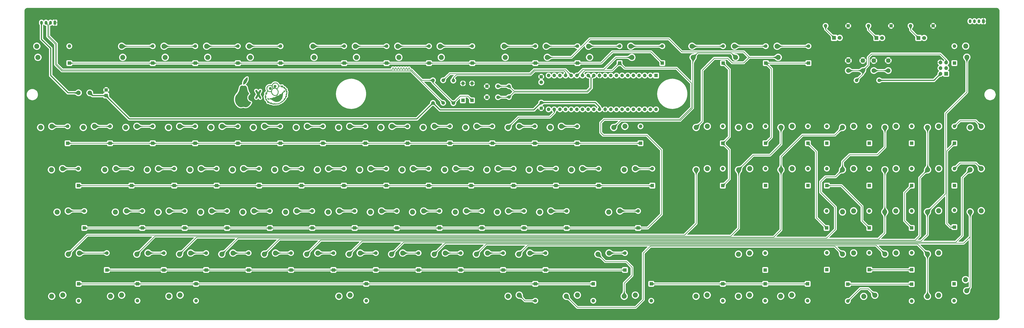
<source format=gtl>
G04 #@! TF.GenerationSoftware,KiCad,Pcbnew,5.1.6-c6e7f7d~87~ubuntu18.04.1*
G04 #@! TF.CreationDate,2020-08-05T12:53:25+02:00*
G04 #@! TF.ProjectId,aek2_usb,61656b32-5f75-4736-922e-6b696361645f,rev?*
G04 #@! TF.SameCoordinates,Original*
G04 #@! TF.FileFunction,Copper,L1,Top*
G04 #@! TF.FilePolarity,Positive*
%FSLAX46Y46*%
G04 Gerber Fmt 4.6, Leading zero omitted, Abs format (unit mm)*
G04 Created by KiCad (PCBNEW 5.1.6-c6e7f7d~87~ubuntu18.04.1) date 2020-08-05 12:53:25*
%MOMM*%
%LPD*%
G01*
G04 APERTURE LIST*
G04 #@! TA.AperFunction,EtchedComponent*
%ADD10C,0.010000*%
G04 #@! TD*
G04 #@! TA.AperFunction,ComponentPad*
%ADD11C,2.250000*%
G04 #@! TD*
G04 #@! TA.AperFunction,ComponentPad*
%ADD12O,1.600000X1.600000*%
G04 #@! TD*
G04 #@! TA.AperFunction,ComponentPad*
%ADD13R,1.600000X1.600000*%
G04 #@! TD*
G04 #@! TA.AperFunction,ComponentPad*
%ADD14O,1.200000X1.750000*%
G04 #@! TD*
G04 #@! TA.AperFunction,ComponentPad*
%ADD15C,1.500000*%
G04 #@! TD*
G04 #@! TA.AperFunction,ComponentPad*
%ADD16C,2.000000*%
G04 #@! TD*
G04 #@! TA.AperFunction,ComponentPad*
%ADD17C,1.600000*%
G04 #@! TD*
G04 #@! TA.AperFunction,ComponentPad*
%ADD18C,1.800000*%
G04 #@! TD*
G04 #@! TA.AperFunction,ComponentPad*
%ADD19R,1.800000X1.800000*%
G04 #@! TD*
G04 #@! TA.AperFunction,ComponentPad*
%ADD20O,1.700000X1.700000*%
G04 #@! TD*
G04 #@! TA.AperFunction,ComponentPad*
%ADD21R,1.700000X1.700000*%
G04 #@! TD*
G04 #@! TA.AperFunction,Conductor*
%ADD22C,0.250000*%
G04 #@! TD*
G04 #@! TA.AperFunction,Conductor*
%ADD23C,0.500000*%
G04 #@! TD*
G04 #@! TA.AperFunction,Conductor*
%ADD24C,0.200000*%
G04 #@! TD*
G04 #@! TA.AperFunction,Conductor*
%ADD25C,0.025400*%
G04 #@! TD*
G04 APERTURE END LIST*
D10*
G04 #@! TO.C,G\u002A\u002A\u002A*
G36*
X197472122Y-143559165D02*
G01*
X197849292Y-143721437D01*
X198057908Y-143870179D01*
X198199817Y-144026545D01*
X198344552Y-144243787D01*
X198468383Y-144478816D01*
X198547579Y-144688544D01*
X198563879Y-144788934D01*
X198622448Y-144853461D01*
X198777965Y-144900083D01*
X199001451Y-144927370D01*
X199263929Y-144933890D01*
X199536420Y-144918211D01*
X199789944Y-144878900D01*
X199886276Y-144854267D01*
X200116255Y-144800885D01*
X200254376Y-144816787D01*
X200322247Y-144914216D01*
X200341479Y-145105412D01*
X200341527Y-145112165D01*
X200370753Y-145248745D01*
X200481064Y-145314241D01*
X200517125Y-145322944D01*
X200839792Y-145415212D01*
X201114593Y-145537770D01*
X201322478Y-145677652D01*
X201444396Y-145821892D01*
X201461298Y-145957525D01*
X201458996Y-145963974D01*
X201482928Y-146059751D01*
X201592806Y-146171610D01*
X201754986Y-146272900D01*
X201927677Y-146335239D01*
X202095202Y-146410396D01*
X202150144Y-146540126D01*
X202093755Y-146728569D01*
X202063278Y-146783868D01*
X201989729Y-146925396D01*
X201986942Y-146997810D01*
X202030442Y-147027455D01*
X202112699Y-147097478D01*
X202228740Y-147241033D01*
X202313723Y-147365700D01*
X202420673Y-147539232D01*
X202464549Y-147640811D01*
X202451273Y-147705105D01*
X202386766Y-147766786D01*
X202382782Y-147770033D01*
X202299005Y-147881769D01*
X202315763Y-147960533D01*
X202359222Y-148104323D01*
X202363771Y-148305683D01*
X202336371Y-148528755D01*
X202283981Y-148737681D01*
X202213561Y-148896603D01*
X202132069Y-148969662D01*
X202119647Y-148971000D01*
X202065591Y-149022050D01*
X202058715Y-149148381D01*
X202093420Y-149309761D01*
X202164102Y-149465957D01*
X202194680Y-149509905D01*
X202282626Y-149681616D01*
X202251929Y-149812554D01*
X202106935Y-149893611D01*
X202002971Y-149911648D01*
X201861538Y-149943133D01*
X201807825Y-150022597D01*
X201801605Y-150102148D01*
X201774347Y-150265459D01*
X201707627Y-150471429D01*
X201676814Y-150544624D01*
X201554061Y-150761755D01*
X201371349Y-151019156D01*
X201148646Y-151295056D01*
X200905921Y-151567684D01*
X200663141Y-151815270D01*
X200440275Y-152016044D01*
X200257291Y-152148235D01*
X200170668Y-152186707D01*
X200022717Y-152254905D01*
X199854261Y-152373988D01*
X199820390Y-152403541D01*
X199653436Y-152529347D01*
X199488768Y-152613844D01*
X199460253Y-152622567D01*
X199311145Y-152681605D01*
X199116150Y-152785911D01*
X199010245Y-152851891D01*
X198690927Y-153023590D01*
X198342244Y-153147005D01*
X198009140Y-153209021D01*
X197793437Y-153206937D01*
X197627919Y-153200053D01*
X197522437Y-153223932D01*
X197511044Y-153234731D01*
X197432910Y-153265451D01*
X197264766Y-153287019D01*
X197050657Y-153294652D01*
X196776108Y-153298863D01*
X196504245Y-153310502D01*
X196342000Y-153322678D01*
X195990613Y-153303435D01*
X195802250Y-153246042D01*
X195614013Y-153161065D01*
X195460443Y-153080247D01*
X195432506Y-153062740D01*
X195285650Y-153016668D01*
X195086432Y-153015770D01*
X195077716Y-153016886D01*
X194778519Y-152994566D01*
X194469377Y-152854476D01*
X194236025Y-152671794D01*
X194110291Y-152570418D01*
X193999719Y-152547490D01*
X193840391Y-152588308D01*
X193653373Y-152634665D01*
X193545630Y-152604190D01*
X193485586Y-152477391D01*
X193460472Y-152353782D01*
X193396778Y-152140050D01*
X193285811Y-151909706D01*
X193148244Y-151693594D01*
X193004753Y-151522559D01*
X192876014Y-151427444D01*
X192832910Y-151417559D01*
X192736535Y-151390048D01*
X192659189Y-151292217D01*
X192579760Y-151098250D01*
X192515731Y-150843515D01*
X192484476Y-150573764D01*
X192484510Y-150478325D01*
X192485104Y-150286314D01*
X192453926Y-150184510D01*
X192381617Y-150138289D01*
X192300577Y-150050962D01*
X192288052Y-149871430D01*
X192323519Y-149701250D01*
X192598323Y-149701250D01*
X192606444Y-149788737D01*
X192646635Y-149764659D01*
X192683894Y-149717125D01*
X192799920Y-149626437D01*
X192879582Y-149606000D01*
X192927655Y-149606539D01*
X192956936Y-149622011D01*
X192966581Y-149673193D01*
X192955744Y-149780865D01*
X192923579Y-149965806D01*
X192869240Y-150248795D01*
X192849219Y-150352140D01*
X192814880Y-150576783D01*
X192802842Y-150761675D01*
X192812709Y-150854012D01*
X192851632Y-150921067D01*
X192904057Y-150886923D01*
X192941305Y-150838221D01*
X193033680Y-150761433D01*
X193104671Y-150807823D01*
X193150527Y-150974800D01*
X193151735Y-150983575D01*
X193228623Y-151240875D01*
X193387036Y-151539617D01*
X193522537Y-151735147D01*
X193639198Y-151908796D01*
X193726504Y-152072698D01*
X193731350Y-152084397D01*
X193776837Y-152189241D01*
X193793892Y-152179769D01*
X193797974Y-152102122D01*
X193829733Y-151960692D01*
X193911664Y-151934843D01*
X194041034Y-152024702D01*
X194101155Y-152088182D01*
X194247729Y-152236885D01*
X194429704Y-152397907D01*
X194616833Y-152547343D01*
X194778864Y-152661284D01*
X194885549Y-152715823D01*
X194897425Y-152717500D01*
X194932957Y-152671308D01*
X194923818Y-152626892D01*
X194936800Y-152514773D01*
X194979011Y-152461623D01*
X195052314Y-152434240D01*
X195158375Y-152468560D01*
X195324361Y-152575004D01*
X195380515Y-152615654D01*
X195590497Y-152758855D01*
X195797365Y-152882587D01*
X195905904Y-152937188D01*
X196075442Y-153000140D01*
X196206937Y-153030685D01*
X196270851Y-153024121D01*
X196257884Y-152993217D01*
X196255258Y-152916481D01*
X196282827Y-152871035D01*
X196353766Y-152825993D01*
X196468515Y-152843776D01*
X196565950Y-152881052D01*
X196725956Y-152916882D01*
X196978763Y-152939113D01*
X197290963Y-152948305D01*
X197629146Y-152945016D01*
X197959906Y-152929805D01*
X198249834Y-152903232D01*
X198465522Y-152865855D01*
X198522708Y-152848317D01*
X198668341Y-152775506D01*
X198868863Y-152653807D01*
X199056812Y-152526394D01*
X199251672Y-152397741D01*
X199418823Y-152306536D01*
X199519687Y-152273000D01*
X199616853Y-152226654D01*
X199754583Y-152106888D01*
X199864113Y-151985710D01*
X200019670Y-151813964D01*
X200141657Y-151730756D01*
X200261109Y-151715284D01*
X200266808Y-151715835D01*
X200377432Y-151706777D01*
X200478428Y-151638106D01*
X200599471Y-151486713D01*
X200643729Y-151422303D01*
X200776162Y-151194565D01*
X200884191Y-150954328D01*
X200922971Y-150834928D01*
X200984889Y-150661127D01*
X201055942Y-150566569D01*
X201080288Y-150558500D01*
X201159836Y-150595325D01*
X201168000Y-150622000D01*
X201216751Y-150683142D01*
X201234740Y-150685500D01*
X201313266Y-150627429D01*
X201387241Y-150474685D01*
X201446491Y-150259472D01*
X201480840Y-150013991D01*
X201485500Y-149891796D01*
X201507457Y-149651147D01*
X201568407Y-149508622D01*
X201660968Y-149473969D01*
X201756468Y-149534068D01*
X201853873Y-149604856D01*
X201888710Y-149573610D01*
X201852974Y-149452977D01*
X201833295Y-149412687D01*
X201760681Y-149156198D01*
X201752290Y-148857062D01*
X201768501Y-148649877D01*
X201798813Y-148537549D01*
X201857396Y-148487935D01*
X201921382Y-148473507D01*
X202016309Y-148447077D01*
X202049231Y-148379120D01*
X202036048Y-148230934D01*
X202031896Y-148204506D01*
X201974952Y-147971290D01*
X201891111Y-147744766D01*
X201886258Y-147734421D01*
X201822505Y-147554722D01*
X201840323Y-147463176D01*
X201936224Y-147466132D01*
X202012262Y-147504971D01*
X202082360Y-147540245D01*
X202067730Y-147505063D01*
X201970165Y-147396056D01*
X201805388Y-147250075D01*
X201633227Y-147139313D01*
X201605040Y-147126409D01*
X201458357Y-147031088D01*
X201435927Y-146928554D01*
X201537394Y-146834335D01*
X201612500Y-146802484D01*
X201763431Y-146731167D01*
X201787845Y-146663590D01*
X201685955Y-146595244D01*
X201623457Y-146571334D01*
X201455018Y-146484719D01*
X201278960Y-146355046D01*
X201258332Y-146336480D01*
X201085570Y-146195514D01*
X200910699Y-146080547D01*
X200894075Y-146071632D01*
X200769473Y-145975493D01*
X200750938Y-145890555D01*
X200835341Y-145844285D01*
X200919902Y-145844739D01*
X201019705Y-145852815D01*
X201015954Y-145832484D01*
X200905036Y-145767046D01*
X200902833Y-145765803D01*
X200765834Y-145715796D01*
X200540753Y-145661978D01*
X200265912Y-145612845D01*
X200122828Y-145592821D01*
X199833470Y-145552377D01*
X199651243Y-145515458D01*
X199556619Y-145476286D01*
X199530070Y-145429081D01*
X199531287Y-145417758D01*
X199603033Y-145339338D01*
X199739792Y-145298988D01*
X199915767Y-145272320D01*
X199971923Y-145245671D01*
X199915431Y-145220952D01*
X199753458Y-145200075D01*
X199493173Y-145184949D01*
X199291116Y-145179398D01*
X198977000Y-145175333D01*
X198768570Y-145178804D01*
X198644597Y-145192695D01*
X198583855Y-145219886D01*
X198565113Y-145263262D01*
X198564500Y-145278055D01*
X198527604Y-145438603D01*
X198432881Y-145653585D01*
X198304273Y-145880266D01*
X198165723Y-146075906D01*
X198054380Y-146188607D01*
X197876748Y-146319937D01*
X198058293Y-146570553D01*
X198286551Y-146984773D01*
X198423885Y-147454116D01*
X198458454Y-147860126D01*
X198397278Y-148300545D01*
X198238024Y-148688971D01*
X197996256Y-149012846D01*
X197687536Y-149259613D01*
X197327428Y-149416715D01*
X196931494Y-149471592D01*
X196530307Y-149415939D01*
X196123703Y-149239272D01*
X195765846Y-148957493D01*
X195473281Y-148588341D01*
X195262552Y-148149553D01*
X195218441Y-148009419D01*
X195118456Y-147651088D01*
X194761853Y-147682671D01*
X194460541Y-147684716D01*
X194178484Y-147622536D01*
X194056000Y-147578369D01*
X194000809Y-147556895D01*
X195426840Y-147556895D01*
X195494361Y-147950522D01*
X195647831Y-148324473D01*
X195876586Y-148656488D01*
X196169961Y-148924308D01*
X196517293Y-149105673D01*
X196723000Y-149159732D01*
X197012854Y-149173341D01*
X197310415Y-149128146D01*
X197516750Y-149051082D01*
X197810687Y-148822761D01*
X198022650Y-148515391D01*
X198147485Y-148151055D01*
X198180038Y-147751836D01*
X198115155Y-147339817D01*
X197991077Y-147018712D01*
X197751091Y-146650011D01*
X197458338Y-146376382D01*
X197130437Y-146199433D01*
X196785011Y-146120775D01*
X196439678Y-146142016D01*
X196112061Y-146264766D01*
X195819779Y-146490633D01*
X195592304Y-146799649D01*
X195455933Y-147165851D01*
X195426840Y-147556895D01*
X194000809Y-147556895D01*
X193706750Y-147442483D01*
X193344106Y-147841616D01*
X193155834Y-148061576D01*
X193060468Y-148203947D01*
X193058634Y-148266808D01*
X193150959Y-148248239D01*
X193223125Y-148212946D01*
X193345518Y-148173158D01*
X193388905Y-148218175D01*
X193354236Y-148334133D01*
X193242460Y-148507163D01*
X193199241Y-148561797D01*
X193035455Y-148785262D01*
X192876118Y-149042634D01*
X192738620Y-149300939D01*
X192640350Y-149527203D01*
X192598698Y-149688452D01*
X192598323Y-149701250D01*
X192323519Y-149701250D01*
X192341908Y-149613021D01*
X192460007Y-149289062D01*
X192549246Y-149092585D01*
X192774510Y-148625664D01*
X192622116Y-148484431D01*
X192515144Y-148339454D01*
X192531913Y-148211157D01*
X192673959Y-148091483D01*
X192699734Y-148077191D01*
X192820525Y-147986974D01*
X192986716Y-147830756D01*
X193163739Y-147641196D01*
X193175424Y-147627775D01*
X193490114Y-147264524D01*
X193284900Y-146900906D01*
X193120382Y-146493160D01*
X193079967Y-146133271D01*
X193344242Y-146133271D01*
X193369538Y-146453323D01*
X193450615Y-146706123D01*
X193606686Y-146946041D01*
X193650251Y-146999240D01*
X193943124Y-147253381D01*
X194296973Y-147401329D01*
X194695948Y-147438023D01*
X194931229Y-147408479D01*
X195056593Y-147365931D01*
X195132836Y-147277017D01*
X195190798Y-147103709D01*
X195196496Y-147081387D01*
X195310218Y-146730955D01*
X195465845Y-146455505D01*
X195646386Y-146247382D01*
X195843481Y-146050287D01*
X195674525Y-145685018D01*
X195577714Y-145477302D01*
X195497130Y-145307200D01*
X195456706Y-145224500D01*
X195317421Y-145075160D01*
X195263798Y-145047835D01*
X195771544Y-145047835D01*
X195799747Y-145309660D01*
X195873165Y-145550415D01*
X195977468Y-145741670D01*
X196098325Y-145854998D01*
X196187198Y-145872435D01*
X196619045Y-145844292D01*
X197020963Y-145889447D01*
X197342304Y-145998261D01*
X197559434Y-146090830D01*
X197717038Y-146101486D01*
X197857194Y-146024506D01*
X197969697Y-145912955D01*
X198176386Y-145629313D01*
X198282053Y-145325993D01*
X198300323Y-144962324D01*
X198298531Y-144931182D01*
X198270537Y-144676422D01*
X198213547Y-144493793D01*
X198109029Y-144328858D01*
X198081715Y-144294345D01*
X197845122Y-144037787D01*
X197618003Y-143878946D01*
X197365522Y-143796518D01*
X197239297Y-143779146D01*
X196864642Y-143771484D01*
X196564553Y-143836632D01*
X196303208Y-143984601D01*
X196201503Y-144069213D01*
X195958750Y-144337780D01*
X195821630Y-144626289D01*
X195772429Y-144975064D01*
X195771544Y-145047835D01*
X195263798Y-145047835D01*
X195088430Y-144958473D01*
X194805807Y-144889533D01*
X194627125Y-144877366D01*
X194242071Y-144934472D01*
X193903795Y-145094082D01*
X193630234Y-145338639D01*
X193439323Y-145650582D01*
X193349000Y-146012353D01*
X193344242Y-146133271D01*
X193079967Y-146133271D01*
X193074087Y-146080914D01*
X193141169Y-145683319D01*
X193316784Y-145319525D01*
X193596086Y-145008683D01*
X193800789Y-144861953D01*
X194179899Y-144683977D01*
X194560845Y-144616640D01*
X194964671Y-144659348D01*
X195412420Y-144811508D01*
X195423081Y-144816150D01*
X195477492Y-144778789D01*
X195541580Y-144651552D01*
X195571504Y-144563309D01*
X195742264Y-144189178D01*
X195998859Y-143890109D01*
X196320716Y-143671839D01*
X196687261Y-143540101D01*
X197077921Y-143500631D01*
X197472122Y-143559165D01*
G37*
X197472122Y-143559165D02*
X197849292Y-143721437D01*
X198057908Y-143870179D01*
X198199817Y-144026545D01*
X198344552Y-144243787D01*
X198468383Y-144478816D01*
X198547579Y-144688544D01*
X198563879Y-144788934D01*
X198622448Y-144853461D01*
X198777965Y-144900083D01*
X199001451Y-144927370D01*
X199263929Y-144933890D01*
X199536420Y-144918211D01*
X199789944Y-144878900D01*
X199886276Y-144854267D01*
X200116255Y-144800885D01*
X200254376Y-144816787D01*
X200322247Y-144914216D01*
X200341479Y-145105412D01*
X200341527Y-145112165D01*
X200370753Y-145248745D01*
X200481064Y-145314241D01*
X200517125Y-145322944D01*
X200839792Y-145415212D01*
X201114593Y-145537770D01*
X201322478Y-145677652D01*
X201444396Y-145821892D01*
X201461298Y-145957525D01*
X201458996Y-145963974D01*
X201482928Y-146059751D01*
X201592806Y-146171610D01*
X201754986Y-146272900D01*
X201927677Y-146335239D01*
X202095202Y-146410396D01*
X202150144Y-146540126D01*
X202093755Y-146728569D01*
X202063278Y-146783868D01*
X201989729Y-146925396D01*
X201986942Y-146997810D01*
X202030442Y-147027455D01*
X202112699Y-147097478D01*
X202228740Y-147241033D01*
X202313723Y-147365700D01*
X202420673Y-147539232D01*
X202464549Y-147640811D01*
X202451273Y-147705105D01*
X202386766Y-147766786D01*
X202382782Y-147770033D01*
X202299005Y-147881769D01*
X202315763Y-147960533D01*
X202359222Y-148104323D01*
X202363771Y-148305683D01*
X202336371Y-148528755D01*
X202283981Y-148737681D01*
X202213561Y-148896603D01*
X202132069Y-148969662D01*
X202119647Y-148971000D01*
X202065591Y-149022050D01*
X202058715Y-149148381D01*
X202093420Y-149309761D01*
X202164102Y-149465957D01*
X202194680Y-149509905D01*
X202282626Y-149681616D01*
X202251929Y-149812554D01*
X202106935Y-149893611D01*
X202002971Y-149911648D01*
X201861538Y-149943133D01*
X201807825Y-150022597D01*
X201801605Y-150102148D01*
X201774347Y-150265459D01*
X201707627Y-150471429D01*
X201676814Y-150544624D01*
X201554061Y-150761755D01*
X201371349Y-151019156D01*
X201148646Y-151295056D01*
X200905921Y-151567684D01*
X200663141Y-151815270D01*
X200440275Y-152016044D01*
X200257291Y-152148235D01*
X200170668Y-152186707D01*
X200022717Y-152254905D01*
X199854261Y-152373988D01*
X199820390Y-152403541D01*
X199653436Y-152529347D01*
X199488768Y-152613844D01*
X199460253Y-152622567D01*
X199311145Y-152681605D01*
X199116150Y-152785911D01*
X199010245Y-152851891D01*
X198690927Y-153023590D01*
X198342244Y-153147005D01*
X198009140Y-153209021D01*
X197793437Y-153206937D01*
X197627919Y-153200053D01*
X197522437Y-153223932D01*
X197511044Y-153234731D01*
X197432910Y-153265451D01*
X197264766Y-153287019D01*
X197050657Y-153294652D01*
X196776108Y-153298863D01*
X196504245Y-153310502D01*
X196342000Y-153322678D01*
X195990613Y-153303435D01*
X195802250Y-153246042D01*
X195614013Y-153161065D01*
X195460443Y-153080247D01*
X195432506Y-153062740D01*
X195285650Y-153016668D01*
X195086432Y-153015770D01*
X195077716Y-153016886D01*
X194778519Y-152994566D01*
X194469377Y-152854476D01*
X194236025Y-152671794D01*
X194110291Y-152570418D01*
X193999719Y-152547490D01*
X193840391Y-152588308D01*
X193653373Y-152634665D01*
X193545630Y-152604190D01*
X193485586Y-152477391D01*
X193460472Y-152353782D01*
X193396778Y-152140050D01*
X193285811Y-151909706D01*
X193148244Y-151693594D01*
X193004753Y-151522559D01*
X192876014Y-151427444D01*
X192832910Y-151417559D01*
X192736535Y-151390048D01*
X192659189Y-151292217D01*
X192579760Y-151098250D01*
X192515731Y-150843515D01*
X192484476Y-150573764D01*
X192484510Y-150478325D01*
X192485104Y-150286314D01*
X192453926Y-150184510D01*
X192381617Y-150138289D01*
X192300577Y-150050962D01*
X192288052Y-149871430D01*
X192323519Y-149701250D01*
X192598323Y-149701250D01*
X192606444Y-149788737D01*
X192646635Y-149764659D01*
X192683894Y-149717125D01*
X192799920Y-149626437D01*
X192879582Y-149606000D01*
X192927655Y-149606539D01*
X192956936Y-149622011D01*
X192966581Y-149673193D01*
X192955744Y-149780865D01*
X192923579Y-149965806D01*
X192869240Y-150248795D01*
X192849219Y-150352140D01*
X192814880Y-150576783D01*
X192802842Y-150761675D01*
X192812709Y-150854012D01*
X192851632Y-150921067D01*
X192904057Y-150886923D01*
X192941305Y-150838221D01*
X193033680Y-150761433D01*
X193104671Y-150807823D01*
X193150527Y-150974800D01*
X193151735Y-150983575D01*
X193228623Y-151240875D01*
X193387036Y-151539617D01*
X193522537Y-151735147D01*
X193639198Y-151908796D01*
X193726504Y-152072698D01*
X193731350Y-152084397D01*
X193776837Y-152189241D01*
X193793892Y-152179769D01*
X193797974Y-152102122D01*
X193829733Y-151960692D01*
X193911664Y-151934843D01*
X194041034Y-152024702D01*
X194101155Y-152088182D01*
X194247729Y-152236885D01*
X194429704Y-152397907D01*
X194616833Y-152547343D01*
X194778864Y-152661284D01*
X194885549Y-152715823D01*
X194897425Y-152717500D01*
X194932957Y-152671308D01*
X194923818Y-152626892D01*
X194936800Y-152514773D01*
X194979011Y-152461623D01*
X195052314Y-152434240D01*
X195158375Y-152468560D01*
X195324361Y-152575004D01*
X195380515Y-152615654D01*
X195590497Y-152758855D01*
X195797365Y-152882587D01*
X195905904Y-152937188D01*
X196075442Y-153000140D01*
X196206937Y-153030685D01*
X196270851Y-153024121D01*
X196257884Y-152993217D01*
X196255258Y-152916481D01*
X196282827Y-152871035D01*
X196353766Y-152825993D01*
X196468515Y-152843776D01*
X196565950Y-152881052D01*
X196725956Y-152916882D01*
X196978763Y-152939113D01*
X197290963Y-152948305D01*
X197629146Y-152945016D01*
X197959906Y-152929805D01*
X198249834Y-152903232D01*
X198465522Y-152865855D01*
X198522708Y-152848317D01*
X198668341Y-152775506D01*
X198868863Y-152653807D01*
X199056812Y-152526394D01*
X199251672Y-152397741D01*
X199418823Y-152306536D01*
X199519687Y-152273000D01*
X199616853Y-152226654D01*
X199754583Y-152106888D01*
X199864113Y-151985710D01*
X200019670Y-151813964D01*
X200141657Y-151730756D01*
X200261109Y-151715284D01*
X200266808Y-151715835D01*
X200377432Y-151706777D01*
X200478428Y-151638106D01*
X200599471Y-151486713D01*
X200643729Y-151422303D01*
X200776162Y-151194565D01*
X200884191Y-150954328D01*
X200922971Y-150834928D01*
X200984889Y-150661127D01*
X201055942Y-150566569D01*
X201080288Y-150558500D01*
X201159836Y-150595325D01*
X201168000Y-150622000D01*
X201216751Y-150683142D01*
X201234740Y-150685500D01*
X201313266Y-150627429D01*
X201387241Y-150474685D01*
X201446491Y-150259472D01*
X201480840Y-150013991D01*
X201485500Y-149891796D01*
X201507457Y-149651147D01*
X201568407Y-149508622D01*
X201660968Y-149473969D01*
X201756468Y-149534068D01*
X201853873Y-149604856D01*
X201888710Y-149573610D01*
X201852974Y-149452977D01*
X201833295Y-149412687D01*
X201760681Y-149156198D01*
X201752290Y-148857062D01*
X201768501Y-148649877D01*
X201798813Y-148537549D01*
X201857396Y-148487935D01*
X201921382Y-148473507D01*
X202016309Y-148447077D01*
X202049231Y-148379120D01*
X202036048Y-148230934D01*
X202031896Y-148204506D01*
X201974952Y-147971290D01*
X201891111Y-147744766D01*
X201886258Y-147734421D01*
X201822505Y-147554722D01*
X201840323Y-147463176D01*
X201936224Y-147466132D01*
X202012262Y-147504971D01*
X202082360Y-147540245D01*
X202067730Y-147505063D01*
X201970165Y-147396056D01*
X201805388Y-147250075D01*
X201633227Y-147139313D01*
X201605040Y-147126409D01*
X201458357Y-147031088D01*
X201435927Y-146928554D01*
X201537394Y-146834335D01*
X201612500Y-146802484D01*
X201763431Y-146731167D01*
X201787845Y-146663590D01*
X201685955Y-146595244D01*
X201623457Y-146571334D01*
X201455018Y-146484719D01*
X201278960Y-146355046D01*
X201258332Y-146336480D01*
X201085570Y-146195514D01*
X200910699Y-146080547D01*
X200894075Y-146071632D01*
X200769473Y-145975493D01*
X200750938Y-145890555D01*
X200835341Y-145844285D01*
X200919902Y-145844739D01*
X201019705Y-145852815D01*
X201015954Y-145832484D01*
X200905036Y-145767046D01*
X200902833Y-145765803D01*
X200765834Y-145715796D01*
X200540753Y-145661978D01*
X200265912Y-145612845D01*
X200122828Y-145592821D01*
X199833470Y-145552377D01*
X199651243Y-145515458D01*
X199556619Y-145476286D01*
X199530070Y-145429081D01*
X199531287Y-145417758D01*
X199603033Y-145339338D01*
X199739792Y-145298988D01*
X199915767Y-145272320D01*
X199971923Y-145245671D01*
X199915431Y-145220952D01*
X199753458Y-145200075D01*
X199493173Y-145184949D01*
X199291116Y-145179398D01*
X198977000Y-145175333D01*
X198768570Y-145178804D01*
X198644597Y-145192695D01*
X198583855Y-145219886D01*
X198565113Y-145263262D01*
X198564500Y-145278055D01*
X198527604Y-145438603D01*
X198432881Y-145653585D01*
X198304273Y-145880266D01*
X198165723Y-146075906D01*
X198054380Y-146188607D01*
X197876748Y-146319937D01*
X198058293Y-146570553D01*
X198286551Y-146984773D01*
X198423885Y-147454116D01*
X198458454Y-147860126D01*
X198397278Y-148300545D01*
X198238024Y-148688971D01*
X197996256Y-149012846D01*
X197687536Y-149259613D01*
X197327428Y-149416715D01*
X196931494Y-149471592D01*
X196530307Y-149415939D01*
X196123703Y-149239272D01*
X195765846Y-148957493D01*
X195473281Y-148588341D01*
X195262552Y-148149553D01*
X195218441Y-148009419D01*
X195118456Y-147651088D01*
X194761853Y-147682671D01*
X194460541Y-147684716D01*
X194178484Y-147622536D01*
X194056000Y-147578369D01*
X194000809Y-147556895D01*
X195426840Y-147556895D01*
X195494361Y-147950522D01*
X195647831Y-148324473D01*
X195876586Y-148656488D01*
X196169961Y-148924308D01*
X196517293Y-149105673D01*
X196723000Y-149159732D01*
X197012854Y-149173341D01*
X197310415Y-149128146D01*
X197516750Y-149051082D01*
X197810687Y-148822761D01*
X198022650Y-148515391D01*
X198147485Y-148151055D01*
X198180038Y-147751836D01*
X198115155Y-147339817D01*
X197991077Y-147018712D01*
X197751091Y-146650011D01*
X197458338Y-146376382D01*
X197130437Y-146199433D01*
X196785011Y-146120775D01*
X196439678Y-146142016D01*
X196112061Y-146264766D01*
X195819779Y-146490633D01*
X195592304Y-146799649D01*
X195455933Y-147165851D01*
X195426840Y-147556895D01*
X194000809Y-147556895D01*
X193706750Y-147442483D01*
X193344106Y-147841616D01*
X193155834Y-148061576D01*
X193060468Y-148203947D01*
X193058634Y-148266808D01*
X193150959Y-148248239D01*
X193223125Y-148212946D01*
X193345518Y-148173158D01*
X193388905Y-148218175D01*
X193354236Y-148334133D01*
X193242460Y-148507163D01*
X193199241Y-148561797D01*
X193035455Y-148785262D01*
X192876118Y-149042634D01*
X192738620Y-149300939D01*
X192640350Y-149527203D01*
X192598698Y-149688452D01*
X192598323Y-149701250D01*
X192323519Y-149701250D01*
X192341908Y-149613021D01*
X192460007Y-149289062D01*
X192549246Y-149092585D01*
X192774510Y-148625664D01*
X192622116Y-148484431D01*
X192515144Y-148339454D01*
X192531913Y-148211157D01*
X192673959Y-148091483D01*
X192699734Y-148077191D01*
X192820525Y-147986974D01*
X192986716Y-147830756D01*
X193163739Y-147641196D01*
X193175424Y-147627775D01*
X193490114Y-147264524D01*
X193284900Y-146900906D01*
X193120382Y-146493160D01*
X193079967Y-146133271D01*
X193344242Y-146133271D01*
X193369538Y-146453323D01*
X193450615Y-146706123D01*
X193606686Y-146946041D01*
X193650251Y-146999240D01*
X193943124Y-147253381D01*
X194296973Y-147401329D01*
X194695948Y-147438023D01*
X194931229Y-147408479D01*
X195056593Y-147365931D01*
X195132836Y-147277017D01*
X195190798Y-147103709D01*
X195196496Y-147081387D01*
X195310218Y-146730955D01*
X195465845Y-146455505D01*
X195646386Y-146247382D01*
X195843481Y-146050287D01*
X195674525Y-145685018D01*
X195577714Y-145477302D01*
X195497130Y-145307200D01*
X195456706Y-145224500D01*
X195317421Y-145075160D01*
X195263798Y-145047835D01*
X195771544Y-145047835D01*
X195799747Y-145309660D01*
X195873165Y-145550415D01*
X195977468Y-145741670D01*
X196098325Y-145854998D01*
X196187198Y-145872435D01*
X196619045Y-145844292D01*
X197020963Y-145889447D01*
X197342304Y-145998261D01*
X197559434Y-146090830D01*
X197717038Y-146101486D01*
X197857194Y-146024506D01*
X197969697Y-145912955D01*
X198176386Y-145629313D01*
X198282053Y-145325993D01*
X198300323Y-144962324D01*
X198298531Y-144931182D01*
X198270537Y-144676422D01*
X198213547Y-144493793D01*
X198109029Y-144328858D01*
X198081715Y-144294345D01*
X197845122Y-144037787D01*
X197618003Y-143878946D01*
X197365522Y-143796518D01*
X197239297Y-143779146D01*
X196864642Y-143771484D01*
X196564553Y-143836632D01*
X196303208Y-143984601D01*
X196201503Y-144069213D01*
X195958750Y-144337780D01*
X195821630Y-144626289D01*
X195772429Y-144975064D01*
X195771544Y-145047835D01*
X195263798Y-145047835D01*
X195088430Y-144958473D01*
X194805807Y-144889533D01*
X194627125Y-144877366D01*
X194242071Y-144934472D01*
X193903795Y-145094082D01*
X193630234Y-145338639D01*
X193439323Y-145650582D01*
X193349000Y-146012353D01*
X193344242Y-146133271D01*
X193079967Y-146133271D01*
X193074087Y-146080914D01*
X193141169Y-145683319D01*
X193316784Y-145319525D01*
X193596086Y-145008683D01*
X193800789Y-144861953D01*
X194179899Y-144683977D01*
X194560845Y-144616640D01*
X194964671Y-144659348D01*
X195412420Y-144811508D01*
X195423081Y-144816150D01*
X195477492Y-144778789D01*
X195541580Y-144651552D01*
X195571504Y-144563309D01*
X195742264Y-144189178D01*
X195998859Y-143890109D01*
X196320716Y-143671839D01*
X196687261Y-143540101D01*
X197077921Y-143500631D01*
X197472122Y-143559165D01*
G36*
X188570406Y-146824282D02*
G01*
X188668915Y-146873625D01*
X188772084Y-146978775D01*
X188898310Y-147158477D01*
X189065778Y-147431125D01*
X189191055Y-147624839D01*
X189300696Y-147765951D01*
X189372878Y-147826721D01*
X189377472Y-147827312D01*
X189444205Y-147775682D01*
X189548568Y-147640685D01*
X189668479Y-147451040D01*
X189673550Y-147442264D01*
X189803229Y-147227842D01*
X189925607Y-147043535D01*
X190009399Y-146934952D01*
X190179630Y-146829277D01*
X190369191Y-146821445D01*
X190541377Y-146897603D01*
X190659485Y-147043892D01*
X190690500Y-147192075D01*
X190660496Y-147303257D01*
X190578793Y-147496840D01*
X190457855Y-147745625D01*
X190310145Y-148022412D01*
X190309500Y-148023569D01*
X190162562Y-148294870D01*
X190041933Y-148532128D01*
X189959845Y-148710247D01*
X189928527Y-148804133D01*
X189928500Y-148805362D01*
X189958084Y-148896412D01*
X190038702Y-149072505D01*
X190158153Y-149308543D01*
X190304235Y-149579431D01*
X190309059Y-149588117D01*
X190456582Y-149864680D01*
X190577539Y-150112697D01*
X190659506Y-150305181D01*
X190690056Y-150415144D01*
X190690059Y-150415625D01*
X190634927Y-150590162D01*
X190497933Y-150736269D01*
X190323290Y-150810216D01*
X190288818Y-150812500D01*
X190161565Y-150781889D01*
X190031377Y-150680438D01*
X189885340Y-150493712D01*
X189710543Y-150207281D01*
X189649672Y-150098125D01*
X189531198Y-149894544D01*
X189430488Y-149743334D01*
X189366077Y-149671831D01*
X189359034Y-149669500D01*
X189306793Y-149721708D01*
X189211671Y-149862001D01*
X189089562Y-150065883D01*
X189013370Y-150202272D01*
X188877090Y-150437646D01*
X188751521Y-150628728D01*
X188655223Y-150748412D01*
X188622034Y-150773772D01*
X188407197Y-150807873D01*
X188222597Y-150723128D01*
X188161568Y-150665532D01*
X188063433Y-150529172D01*
X188023500Y-150411629D01*
X188053316Y-150318542D01*
X188134894Y-150139674D01*
X188256424Y-149899187D01*
X188406098Y-149621243D01*
X188436250Y-149567075D01*
X188588566Y-149292920D01*
X188715527Y-149060685D01*
X188805644Y-148891663D01*
X188847432Y-148807148D01*
X188849000Y-148801948D01*
X188819970Y-148739333D01*
X188740432Y-148587034D01*
X188621717Y-148366300D01*
X188475153Y-148098375D01*
X188436250Y-148027887D01*
X188283278Y-147743493D01*
X188155951Y-147492092D01*
X188065917Y-147297788D01*
X188024822Y-147184687D01*
X188023500Y-147173667D01*
X188079333Y-147022329D01*
X188218005Y-146891718D01*
X188396275Y-146817815D01*
X188458158Y-146812000D01*
X188570406Y-146824282D01*
G37*
X188570406Y-146824282D02*
X188668915Y-146873625D01*
X188772084Y-146978775D01*
X188898310Y-147158477D01*
X189065778Y-147431125D01*
X189191055Y-147624839D01*
X189300696Y-147765951D01*
X189372878Y-147826721D01*
X189377472Y-147827312D01*
X189444205Y-147775682D01*
X189548568Y-147640685D01*
X189668479Y-147451040D01*
X189673550Y-147442264D01*
X189803229Y-147227842D01*
X189925607Y-147043535D01*
X190009399Y-146934952D01*
X190179630Y-146829277D01*
X190369191Y-146821445D01*
X190541377Y-146897603D01*
X190659485Y-147043892D01*
X190690500Y-147192075D01*
X190660496Y-147303257D01*
X190578793Y-147496840D01*
X190457855Y-147745625D01*
X190310145Y-148022412D01*
X190309500Y-148023569D01*
X190162562Y-148294870D01*
X190041933Y-148532128D01*
X189959845Y-148710247D01*
X189928527Y-148804133D01*
X189928500Y-148805362D01*
X189958084Y-148896412D01*
X190038702Y-149072505D01*
X190158153Y-149308543D01*
X190304235Y-149579431D01*
X190309059Y-149588117D01*
X190456582Y-149864680D01*
X190577539Y-150112697D01*
X190659506Y-150305181D01*
X190690056Y-150415144D01*
X190690059Y-150415625D01*
X190634927Y-150590162D01*
X190497933Y-150736269D01*
X190323290Y-150810216D01*
X190288818Y-150812500D01*
X190161565Y-150781889D01*
X190031377Y-150680438D01*
X189885340Y-150493712D01*
X189710543Y-150207281D01*
X189649672Y-150098125D01*
X189531198Y-149894544D01*
X189430488Y-149743334D01*
X189366077Y-149671831D01*
X189359034Y-149669500D01*
X189306793Y-149721708D01*
X189211671Y-149862001D01*
X189089562Y-150065883D01*
X189013370Y-150202272D01*
X188877090Y-150437646D01*
X188751521Y-150628728D01*
X188655223Y-150748412D01*
X188622034Y-150773772D01*
X188407197Y-150807873D01*
X188222597Y-150723128D01*
X188161568Y-150665532D01*
X188063433Y-150529172D01*
X188023500Y-150411629D01*
X188053316Y-150318542D01*
X188134894Y-150139674D01*
X188256424Y-149899187D01*
X188406098Y-149621243D01*
X188436250Y-149567075D01*
X188588566Y-149292920D01*
X188715527Y-149060685D01*
X188805644Y-148891663D01*
X188847432Y-148807148D01*
X188849000Y-148801948D01*
X188819970Y-148739333D01*
X188740432Y-148587034D01*
X188621717Y-148366300D01*
X188475153Y-148098375D01*
X188436250Y-148027887D01*
X188283278Y-147743493D01*
X188155951Y-147492092D01*
X188065917Y-147297788D01*
X188024822Y-147184687D01*
X188023500Y-147173667D01*
X188079333Y-147022329D01*
X188218005Y-146891718D01*
X188396275Y-146817815D01*
X188458158Y-146812000D01*
X188570406Y-146824282D01*
G36*
X184561726Y-141287231D02*
G01*
X184588961Y-141474133D01*
X184593527Y-141672849D01*
X184540175Y-142167983D01*
X184387582Y-142666371D01*
X184150953Y-143144656D01*
X183845492Y-143579484D01*
X183486403Y-143947497D01*
X183088889Y-144225340D01*
X182864161Y-144329450D01*
X182738014Y-144363954D01*
X182677907Y-144319893D01*
X182649866Y-144231448D01*
X182619804Y-143935748D01*
X182649786Y-143572402D01*
X182733004Y-143181743D01*
X182862652Y-142804107D01*
X182907746Y-142703244D01*
X183112527Y-142345936D01*
X183377160Y-141991930D01*
X183673991Y-141671753D01*
X183975363Y-141415930D01*
X184197033Y-141280101D01*
X184380315Y-141204630D01*
X184497029Y-141202202D01*
X184561726Y-141287231D01*
G37*
X184561726Y-141287231D02*
X184588961Y-141474133D01*
X184593527Y-141672849D01*
X184540175Y-142167983D01*
X184387582Y-142666371D01*
X184150953Y-143144656D01*
X183845492Y-143579484D01*
X183486403Y-143947497D01*
X183088889Y-144225340D01*
X182864161Y-144329450D01*
X182738014Y-144363954D01*
X182677907Y-144319893D01*
X182649866Y-144231448D01*
X182619804Y-143935748D01*
X182649786Y-143572402D01*
X182733004Y-143181743D01*
X182862652Y-142804107D01*
X182907746Y-142703244D01*
X183112527Y-142345936D01*
X183377160Y-141991930D01*
X183673991Y-141671753D01*
X183975363Y-141415930D01*
X184197033Y-141280101D01*
X184380315Y-141204630D01*
X184497029Y-141202202D01*
X184561726Y-141287231D01*
G36*
X201032864Y-146968167D02*
G01*
X201151502Y-147051809D01*
X201277192Y-147207265D01*
X201385599Y-147393220D01*
X201452387Y-147568354D01*
X201455588Y-147685908D01*
X201417276Y-147746475D01*
X201359420Y-147725055D01*
X201258595Y-147618084D01*
X201161212Y-147522959D01*
X201107915Y-147504868D01*
X201104500Y-147517057D01*
X201060704Y-147597765D01*
X200946769Y-147730304D01*
X200812356Y-147862414D01*
X200520213Y-148130630D01*
X200372463Y-149019048D01*
X200293991Y-149477994D01*
X200226491Y-149835144D01*
X200163477Y-150114495D01*
X200098460Y-150340045D01*
X200024953Y-150535791D01*
X199936467Y-150725730D01*
X199883262Y-150828508D01*
X199576983Y-151275499D01*
X199183293Y-151637150D01*
X198715609Y-151905341D01*
X198187350Y-152071951D01*
X197739000Y-152126288D01*
X197414744Y-152130480D01*
X197165403Y-152107466D01*
X196940680Y-152051257D01*
X196854042Y-152020976D01*
X196671558Y-151940407D01*
X196412674Y-151808942D01*
X196108566Y-151643184D01*
X195790409Y-151459734D01*
X195711042Y-151412277D01*
X195382940Y-151218030D01*
X195142510Y-151085443D01*
X194971453Y-151006187D01*
X194851467Y-150971931D01*
X194764252Y-150974346D01*
X194754500Y-150976881D01*
X194601969Y-151003478D01*
X194381680Y-151022735D01*
X194230595Y-151028543D01*
X194002432Y-151043318D01*
X193886693Y-151080003D01*
X193865470Y-151118781D01*
X193815535Y-151179223D01*
X193754375Y-151181413D01*
X193662081Y-151107779D01*
X193579315Y-150952041D01*
X193521952Y-150758939D01*
X193505867Y-150573210D01*
X193515331Y-150507800D01*
X193584127Y-150400861D01*
X193680779Y-150383620D01*
X193755940Y-150452239D01*
X193770250Y-150527619D01*
X193827877Y-150667363D01*
X193979916Y-150768354D01*
X194195103Y-150810127D01*
X194202028Y-150810249D01*
X194433678Y-150766426D01*
X194705738Y-150641619D01*
X194937688Y-150486021D01*
X195093505Y-150386545D01*
X195177035Y-150384982D01*
X195183978Y-150481172D01*
X195180600Y-150495000D01*
X195183868Y-150598994D01*
X195263187Y-150613453D01*
X195405797Y-150539627D01*
X195504919Y-150463250D01*
X195666837Y-150347442D01*
X195777848Y-150307808D01*
X195820852Y-150347427D01*
X195807590Y-150408731D01*
X195791058Y-150477354D01*
X195843806Y-150455527D01*
X195880171Y-150429226D01*
X196002955Y-150320815D01*
X196132166Y-150185413D01*
X196237891Y-150080887D01*
X196326294Y-150064927D01*
X196434810Y-150112694D01*
X196592676Y-150154887D01*
X196776736Y-150115948D01*
X197003954Y-149989112D01*
X197283167Y-149774423D01*
X197484053Y-149632185D01*
X197692671Y-149523427D01*
X197791167Y-149489849D01*
X198147809Y-149404088D01*
X198405742Y-149336943D01*
X198590414Y-149280307D01*
X198727272Y-149226077D01*
X198841765Y-149166146D01*
X198880202Y-149142979D01*
X199011294Y-149053012D01*
X199038490Y-149003538D01*
X198989500Y-148982396D01*
X198887438Y-148932237D01*
X198885930Y-148858744D01*
X198967725Y-148786034D01*
X199115574Y-148738221D01*
X199168278Y-148732460D01*
X199473276Y-148706720D01*
X199668299Y-148672975D01*
X199770339Y-148625942D01*
X199796392Y-148560338D01*
X199792515Y-148538417D01*
X199812624Y-148440674D01*
X199937985Y-148345257D01*
X199998694Y-148314442D01*
X200144994Y-148231155D01*
X200183396Y-148165954D01*
X200161294Y-148129394D01*
X200102696Y-148051959D01*
X200114431Y-147983251D01*
X200211518Y-147902392D01*
X200404926Y-147790705D01*
X200674328Y-147614361D01*
X200834650Y-147441107D01*
X200879602Y-147279100D01*
X200856818Y-147204806D01*
X200827454Y-147062031D01*
X200892505Y-146971767D01*
X201027734Y-146966591D01*
X201032864Y-146968167D01*
G37*
X201032864Y-146968167D02*
X201151502Y-147051809D01*
X201277192Y-147207265D01*
X201385599Y-147393220D01*
X201452387Y-147568354D01*
X201455588Y-147685908D01*
X201417276Y-147746475D01*
X201359420Y-147725055D01*
X201258595Y-147618084D01*
X201161212Y-147522959D01*
X201107915Y-147504868D01*
X201104500Y-147517057D01*
X201060704Y-147597765D01*
X200946769Y-147730304D01*
X200812356Y-147862414D01*
X200520213Y-148130630D01*
X200372463Y-149019048D01*
X200293991Y-149477994D01*
X200226491Y-149835144D01*
X200163477Y-150114495D01*
X200098460Y-150340045D01*
X200024953Y-150535791D01*
X199936467Y-150725730D01*
X199883262Y-150828508D01*
X199576983Y-151275499D01*
X199183293Y-151637150D01*
X198715609Y-151905341D01*
X198187350Y-152071951D01*
X197739000Y-152126288D01*
X197414744Y-152130480D01*
X197165403Y-152107466D01*
X196940680Y-152051257D01*
X196854042Y-152020976D01*
X196671558Y-151940407D01*
X196412674Y-151808942D01*
X196108566Y-151643184D01*
X195790409Y-151459734D01*
X195711042Y-151412277D01*
X195382940Y-151218030D01*
X195142510Y-151085443D01*
X194971453Y-151006187D01*
X194851467Y-150971931D01*
X194764252Y-150974346D01*
X194754500Y-150976881D01*
X194601969Y-151003478D01*
X194381680Y-151022735D01*
X194230595Y-151028543D01*
X194002432Y-151043318D01*
X193886693Y-151080003D01*
X193865470Y-151118781D01*
X193815535Y-151179223D01*
X193754375Y-151181413D01*
X193662081Y-151107779D01*
X193579315Y-150952041D01*
X193521952Y-150758939D01*
X193505867Y-150573210D01*
X193515331Y-150507800D01*
X193584127Y-150400861D01*
X193680779Y-150383620D01*
X193755940Y-150452239D01*
X193770250Y-150527619D01*
X193827877Y-150667363D01*
X193979916Y-150768354D01*
X194195103Y-150810127D01*
X194202028Y-150810249D01*
X194433678Y-150766426D01*
X194705738Y-150641619D01*
X194937688Y-150486021D01*
X195093505Y-150386545D01*
X195177035Y-150384982D01*
X195183978Y-150481172D01*
X195180600Y-150495000D01*
X195183868Y-150598994D01*
X195263187Y-150613453D01*
X195405797Y-150539627D01*
X195504919Y-150463250D01*
X195666837Y-150347442D01*
X195777848Y-150307808D01*
X195820852Y-150347427D01*
X195807590Y-150408731D01*
X195791058Y-150477354D01*
X195843806Y-150455527D01*
X195880171Y-150429226D01*
X196002955Y-150320815D01*
X196132166Y-150185413D01*
X196237891Y-150080887D01*
X196326294Y-150064927D01*
X196434810Y-150112694D01*
X196592676Y-150154887D01*
X196776736Y-150115948D01*
X197003954Y-149989112D01*
X197283167Y-149774423D01*
X197484053Y-149632185D01*
X197692671Y-149523427D01*
X197791167Y-149489849D01*
X198147809Y-149404088D01*
X198405742Y-149336943D01*
X198590414Y-149280307D01*
X198727272Y-149226077D01*
X198841765Y-149166146D01*
X198880202Y-149142979D01*
X199011294Y-149053012D01*
X199038490Y-149003538D01*
X198989500Y-148982396D01*
X198887438Y-148932237D01*
X198885930Y-148858744D01*
X198967725Y-148786034D01*
X199115574Y-148738221D01*
X199168278Y-148732460D01*
X199473276Y-148706720D01*
X199668299Y-148672975D01*
X199770339Y-148625942D01*
X199796392Y-148560338D01*
X199792515Y-148538417D01*
X199812624Y-148440674D01*
X199937985Y-148345257D01*
X199998694Y-148314442D01*
X200144994Y-148231155D01*
X200183396Y-148165954D01*
X200161294Y-148129394D01*
X200102696Y-148051959D01*
X200114431Y-147983251D01*
X200211518Y-147902392D01*
X200404926Y-147790705D01*
X200674328Y-147614361D01*
X200834650Y-147441107D01*
X200879602Y-147279100D01*
X200856818Y-147204806D01*
X200827454Y-147062031D01*
X200892505Y-146971767D01*
X201027734Y-146966591D01*
X201032864Y-146968167D01*
G36*
X194980272Y-145543162D02*
G01*
X195197965Y-145671320D01*
X195332605Y-145864202D01*
X195383797Y-146090941D01*
X195351145Y-146320671D01*
X195234254Y-146522525D01*
X195032729Y-146665637D01*
X194994834Y-146680248D01*
X194842881Y-146729930D01*
X194742252Y-146737974D01*
X194627341Y-146701497D01*
X194530710Y-146659857D01*
X194340903Y-146514722D01*
X194215547Y-146296935D01*
X194183000Y-146113500D01*
X194239641Y-145864688D01*
X194389968Y-145668214D01*
X194604588Y-145545103D01*
X194854105Y-145516383D01*
X194980272Y-145543162D01*
G37*
X194980272Y-145543162D02*
X195197965Y-145671320D01*
X195332605Y-145864202D01*
X195383797Y-146090941D01*
X195351145Y-146320671D01*
X195234254Y-146522525D01*
X195032729Y-146665637D01*
X194994834Y-146680248D01*
X194842881Y-146729930D01*
X194742252Y-146737974D01*
X194627341Y-146701497D01*
X194530710Y-146659857D01*
X194340903Y-146514722D01*
X194215547Y-146296935D01*
X194183000Y-146113500D01*
X194239641Y-145864688D01*
X194389968Y-145668214D01*
X194604588Y-145545103D01*
X194854105Y-145516383D01*
X194980272Y-145543162D01*
G36*
X197098483Y-144605649D02*
G01*
X197317485Y-144781264D01*
X197324533Y-144789540D01*
X197457173Y-145028015D01*
X197469425Y-145268123D01*
X197366083Y-145490103D01*
X197151945Y-145674193D01*
X197103298Y-145701112D01*
X196957815Y-145769940D01*
X196850859Y-145785532D01*
X196722412Y-145748176D01*
X196616874Y-145703432D01*
X196406592Y-145559986D01*
X196298579Y-145349376D01*
X196278500Y-145161000D01*
X196321412Y-144899432D01*
X196460263Y-144710445D01*
X196602517Y-144617879D01*
X196855320Y-144550037D01*
X197098483Y-144605649D01*
G37*
X197098483Y-144605649D02*
X197317485Y-144781264D01*
X197324533Y-144789540D01*
X197457173Y-145028015D01*
X197469425Y-145268123D01*
X197366083Y-145490103D01*
X197151945Y-145674193D01*
X197103298Y-145701112D01*
X196957815Y-145769940D01*
X196850859Y-145785532D01*
X196722412Y-145748176D01*
X196616874Y-145703432D01*
X196406592Y-145559986D01*
X196298579Y-145349376D01*
X196278500Y-145161000D01*
X196321412Y-144899432D01*
X196460263Y-144710445D01*
X196602517Y-144617879D01*
X196855320Y-144550037D01*
X197098483Y-144605649D01*
G36*
X182173993Y-144904901D02*
G01*
X182367148Y-144934722D01*
X182599499Y-144946632D01*
X182901356Y-144941139D01*
X183240350Y-144922841D01*
X183546820Y-144944701D01*
X183797466Y-145058254D01*
X183998562Y-145270918D01*
X184156386Y-145590108D01*
X184277214Y-146023240D01*
X184308771Y-146185335D01*
X184471218Y-146904999D01*
X184685557Y-147523379D01*
X184958590Y-148057920D01*
X185148938Y-148339657D01*
X185297322Y-148538984D01*
X185043377Y-148740112D01*
X184823797Y-148970055D01*
X184619078Y-149290333D01*
X184580841Y-149364950D01*
X184470481Y-149606000D01*
X184407350Y-149805432D01*
X184378817Y-150019743D01*
X184372250Y-150297994D01*
X184380202Y-150590235D01*
X184411237Y-150809254D01*
X184476119Y-151008231D01*
X184547647Y-151164488D01*
X184770781Y-151516958D01*
X185063744Y-151832429D01*
X185392750Y-152078993D01*
X185644038Y-152199929D01*
X185847768Y-152272567D01*
X186015821Y-152332987D01*
X186074148Y-152354237D01*
X186125761Y-152384755D01*
X186137836Y-152441396D01*
X186104663Y-152548665D01*
X186020535Y-152731070D01*
X185956079Y-152861105D01*
X185690252Y-153302977D01*
X185360591Y-153710565D01*
X184994451Y-154054824D01*
X184619187Y-154306706D01*
X184572028Y-154330726D01*
X184188323Y-154490791D01*
X183854157Y-154561390D01*
X183532742Y-154546206D01*
X183231450Y-154464883D01*
X182958063Y-154378426D01*
X182738745Y-154342090D01*
X182523371Y-154355626D01*
X182261818Y-154418786D01*
X182128217Y-154459399D01*
X181852909Y-154538528D01*
X181645258Y-154572306D01*
X181454739Y-154561874D01*
X181230824Y-154508372D01*
X181141623Y-154481652D01*
X180657191Y-154268942D01*
X180220690Y-153952804D01*
X179838503Y-153549820D01*
X179517011Y-153076573D01*
X179262596Y-152549647D01*
X179081640Y-151985623D01*
X178980526Y-151401084D01*
X178965635Y-150812614D01*
X179043349Y-150236795D01*
X179220051Y-149690210D01*
X179262056Y-149597899D01*
X179386912Y-149380005D01*
X179570168Y-149113594D01*
X179781608Y-148841127D01*
X179894664Y-148708899D01*
X180138866Y-148419943D01*
X180342100Y-148140691D01*
X180513464Y-147850185D01*
X180662055Y-147527466D01*
X180796972Y-147151575D01*
X180927313Y-146701553D01*
X181062176Y-146156442D01*
X181128612Y-145866324D01*
X181197377Y-145616735D01*
X181280697Y-145392819D01*
X181353188Y-145255027D01*
X181566312Y-145047816D01*
X181833341Y-144921967D01*
X182112671Y-144895228D01*
X182173993Y-144904901D01*
G37*
X182173993Y-144904901D02*
X182367148Y-144934722D01*
X182599499Y-144946632D01*
X182901356Y-144941139D01*
X183240350Y-144922841D01*
X183546820Y-144944701D01*
X183797466Y-145058254D01*
X183998562Y-145270918D01*
X184156386Y-145590108D01*
X184277214Y-146023240D01*
X184308771Y-146185335D01*
X184471218Y-146904999D01*
X184685557Y-147523379D01*
X184958590Y-148057920D01*
X185148938Y-148339657D01*
X185297322Y-148538984D01*
X185043377Y-148740112D01*
X184823797Y-148970055D01*
X184619078Y-149290333D01*
X184580841Y-149364950D01*
X184470481Y-149606000D01*
X184407350Y-149805432D01*
X184378817Y-150019743D01*
X184372250Y-150297994D01*
X184380202Y-150590235D01*
X184411237Y-150809254D01*
X184476119Y-151008231D01*
X184547647Y-151164488D01*
X184770781Y-151516958D01*
X185063744Y-151832429D01*
X185392750Y-152078993D01*
X185644038Y-152199929D01*
X185847768Y-152272567D01*
X186015821Y-152332987D01*
X186074148Y-152354237D01*
X186125761Y-152384755D01*
X186137836Y-152441396D01*
X186104663Y-152548665D01*
X186020535Y-152731070D01*
X185956079Y-152861105D01*
X185690252Y-153302977D01*
X185360591Y-153710565D01*
X184994451Y-154054824D01*
X184619187Y-154306706D01*
X184572028Y-154330726D01*
X184188323Y-154490791D01*
X183854157Y-154561390D01*
X183532742Y-154546206D01*
X183231450Y-154464883D01*
X182958063Y-154378426D01*
X182738745Y-154342090D01*
X182523371Y-154355626D01*
X182261818Y-154418786D01*
X182128217Y-154459399D01*
X181852909Y-154538528D01*
X181645258Y-154572306D01*
X181454739Y-154561874D01*
X181230824Y-154508372D01*
X181141623Y-154481652D01*
X180657191Y-154268942D01*
X180220690Y-153952804D01*
X179838503Y-153549820D01*
X179517011Y-153076573D01*
X179262596Y-152549647D01*
X179081640Y-151985623D01*
X178980526Y-151401084D01*
X178965635Y-150812614D01*
X179043349Y-150236795D01*
X179220051Y-149690210D01*
X179262056Y-149597899D01*
X179386912Y-149380005D01*
X179570168Y-149113594D01*
X179781608Y-148841127D01*
X179894664Y-148708899D01*
X180138866Y-148419943D01*
X180342100Y-148140691D01*
X180513464Y-147850185D01*
X180662055Y-147527466D01*
X180796972Y-147151575D01*
X180927313Y-146701553D01*
X181062176Y-146156442D01*
X181128612Y-145866324D01*
X181197377Y-145616735D01*
X181280697Y-145392819D01*
X181353188Y-145255027D01*
X181566312Y-145047816D01*
X181833341Y-144921967D01*
X182112671Y-144895228D01*
X182173993Y-144904901D01*
G04 #@! TD*
D11*
G04 #@! TO.P,MX102,1*
G04 #@! TO.N,col10*
X461304000Y-239713000D03*
G04 #@! TO.P,MX102,2*
G04 #@! TO.N,Net-(D104-Pad2)*
X466304000Y-239213000D03*
G04 #@! TD*
G04 #@! TO.P,MX100,1*
G04 #@! TO.N,col8*
X507556000Y-237196000D03*
G04 #@! TO.P,MX100,2*
G04 #@! TO.N,Net-(D102-Pad2)*
X507056000Y-232196000D03*
G04 #@! TD*
G04 #@! TO.P,MX77,1*
G04 #@! TO.N,col13*
X353735000Y-239649500D03*
G04 #@! TO.P,MX77,2*
G04 #@! TO.N,Net-(D79-Pad2)*
X358735000Y-239149500D03*
G04 #@! TD*
G04 #@! TO.P,MX76,1*
G04 #@! TO.N,col11*
X327700000Y-239649500D03*
G04 #@! TO.P,MX76,2*
G04 #@! TO.N,Net-(D78-Pad2)*
X332700000Y-239149500D03*
G04 #@! TD*
G04 #@! TO.P,MX75,1*
G04 #@! TO.N,col10*
X301601500Y-239649500D03*
G04 #@! TO.P,MX75,2*
G04 #@! TO.N,Net-(D77-Pad2)*
X306601500Y-239149500D03*
G04 #@! TD*
G04 #@! TO.P,MX66,1*
G04 #@! TO.N,col13*
X341924000Y-220726500D03*
G04 #@! TO.P,MX66,2*
G04 #@! TO.N,Net-(D68-Pad2)*
X346924000Y-220226500D03*
G04 #@! TD*
G04 #@! TO.P,MX54,1*
G04 #@! TO.N,col13*
X346750000Y-201803500D03*
G04 #@! TO.P,MX54,2*
G04 #@! TO.N,Net-(D56-Pad2)*
X351750000Y-201303500D03*
G04 #@! TD*
G04 #@! TO.P,MX40,1*
G04 #@! TO.N,col13*
X353735000Y-182753500D03*
G04 #@! TO.P,MX40,2*
G04 #@! TO.N,Net-(D42-Pad2)*
X358735000Y-182253500D03*
G04 #@! TD*
G04 #@! TO.P,MX26,1*
G04 #@! TO.N,col13*
X349036000Y-163703500D03*
G04 #@! TO.P,MX26,2*
G04 #@! TO.N,Net-(D28-Pad2)*
X354036000Y-163203500D03*
G04 #@! TD*
G04 #@! TO.P,MX69,1*
G04 #@! TO.N,col2*
X149265000Y-239649500D03*
G04 #@! TO.P,MX69,2*
G04 #@! TO.N,Net-(D71-Pad2)*
X154265000Y-239149500D03*
G04 #@! TD*
G04 #@! TO.P,MX68,1*
G04 #@! TO.N,col1*
X123039500Y-239649500D03*
G04 #@! TO.P,MX68,2*
G04 #@! TO.N,Net-(D70-Pad2)*
X128039500Y-239149500D03*
G04 #@! TD*
G04 #@! TO.P,MX67,1*
G04 #@! TO.N,col0*
X96623500Y-239649500D03*
G04 #@! TO.P,MX67,2*
G04 #@! TO.N,Net-(D69-Pad2)*
X101623500Y-239149500D03*
G04 #@! TD*
G04 #@! TO.P,MX55,1*
G04 #@! TO.N,col0*
X104053000Y-220726500D03*
G04 #@! TO.P,MX55,2*
G04 #@! TO.N,Net-(D57-Pad2)*
X109053000Y-220226500D03*
G04 #@! TD*
G04 #@! TO.P,MX41,1*
G04 #@! TO.N,col0*
X99036500Y-201803500D03*
G04 #@! TO.P,MX41,2*
G04 #@! TO.N,Net-(D43-Pad2)*
X104036500Y-201303500D03*
G04 #@! TD*
G04 #@! TO.P,MX27,1*
G04 #@! TO.N,col0*
X96496500Y-182753500D03*
G04 #@! TO.P,MX27,2*
G04 #@! TO.N,Net-(D29-Pad2)*
X101496500Y-182253500D03*
G04 #@! TD*
D12*
G04 #@! TO.P,D24,2*
G04 #@! TO.N,Net-(D24-Pad2)*
X275463000Y-163195000D03*
D13*
G04 #@! TO.P,D24,1*
G04 #@! TO.N,row1*
X275463000Y-170815000D03*
G04 #@! TD*
D11*
G04 #@! TO.P,MX28,1*
G04 #@! TO.N,col1*
X120436000Y-182753500D03*
G04 #@! TO.P,MX28,2*
G04 #@! TO.N,Net-(D30-Pad2)*
X125436000Y-182253500D03*
G04 #@! TD*
G04 #@! TO.P,MX19,1*
G04 #@! TO.N,col6*
X206415000Y-163703500D03*
G04 #@! TO.P,MX19,2*
G04 #@! TO.N,Net-(D21-Pad2)*
X211415000Y-163203500D03*
G04 #@! TD*
G04 #@! TO.P,MX39,1*
G04 #@! TO.N,col12*
X330049500Y-182753500D03*
G04 #@! TO.P,MX39,2*
G04 #@! TO.N,Net-(D41-Pad2)*
X335049500Y-182253500D03*
G04 #@! TD*
D14*
G04 #@! TO.P,J1,4*
G04 #@! TO.N,VCC*
X509061200Y-115925600D03*
G04 #@! TO.P,J1,3*
G04 #@! TO.N,JST-D+*
X511061200Y-115925600D03*
G04 #@! TO.P,J1,2*
G04 #@! TO.N,JST-D-*
X513061200Y-115925600D03*
G04 #@! TO.P,J1,1*
G04 #@! TO.N,GND*
G04 #@! TA.AperFunction,ComponentPad*
G36*
G01*
X515661200Y-115300599D02*
X515661200Y-116550601D01*
G75*
G02*
X515411201Y-116800600I-249999J0D01*
G01*
X514711199Y-116800600D01*
G75*
G02*
X514461200Y-116550601I0J249999D01*
G01*
X514461200Y-115300599D01*
G75*
G02*
X514711199Y-115050600I249999J0D01*
G01*
X515411201Y-115050600D01*
G75*
G02*
X515661200Y-115300599I0J-249999D01*
G01*
G37*
G04 #@! TD.AperFunction*
G04 #@! TD*
D11*
G04 #@! TO.P,MX86,1*
G04 #@! TO.N,col8*
X509119500Y-201676500D03*
G04 #@! TO.P,MX86,2*
G04 #@! TO.N,Net-(D88-Pad2)*
X514119500Y-201176500D03*
G04 #@! TD*
G04 #@! TO.P,MX96,1*
G04 #@! TO.N,col4*
X470765500Y-201740000D03*
G04 #@! TO.P,MX96,2*
G04 #@! TO.N,Net-(D98-Pad2)*
X475765500Y-201240000D03*
G04 #@! TD*
G04 #@! TO.P,MX44,1*
G04 #@! TO.N,col3*
X163489000Y-201803500D03*
G04 #@! TO.P,MX44,2*
G04 #@! TO.N,Net-(D46-Pad2)*
X168489000Y-201303500D03*
G04 #@! TD*
G04 #@! TO.P,MX89,1*
G04 #@! TO.N,col11*
X451779000Y-201740000D03*
G04 #@! TO.P,MX89,2*
G04 #@! TO.N,Net-(D91-Pad2)*
X456779000Y-201240000D03*
G04 #@! TD*
G04 #@! TO.P,MX85,1*
G04 #@! TO.N,col7*
X509119500Y-163703500D03*
G04 #@! TO.P,MX85,2*
G04 #@! TO.N,Net-(D87-Pad2)*
X514119500Y-163203500D03*
G04 #@! TD*
D12*
G04 #@! TO.P,D56,2*
G04 #@! TO.N,Net-(D56-Pad2)*
X359968800Y-201320400D03*
D13*
G04 #@! TO.P,D56,1*
G04 #@! TO.N,row3*
X359968800Y-208940400D03*
G04 #@! TD*
D12*
G04 #@! TO.P,D85,2*
G04 #@! TO.N,Net-(D85-Pad2)*
X482854000Y-163195000D03*
D13*
G04 #@! TO.P,D85,1*
G04 #@! TO.N,row6*
X482854000Y-170815000D03*
G04 #@! TD*
D12*
G04 #@! TO.P,D99,2*
G04 #@! TO.N,Net-(D99-Pad2)*
X482854000Y-182245000D03*
D13*
G04 #@! TO.P,D99,1*
G04 #@! TO.N,row7*
X482854000Y-189865000D03*
G04 #@! TD*
D12*
G04 #@! TO.P,D96,2*
G04 #@! TO.N,Net-(D96-Pad2)*
X436245000Y-182245000D03*
D13*
G04 #@! TO.P,D96,1*
G04 #@! TO.N,row7*
X436245000Y-189865000D03*
G04 #@! TD*
D12*
G04 #@! TO.P,D89,2*
G04 #@! TO.N,Net-(D89-Pad2)*
X482854000Y-220091000D03*
D13*
G04 #@! TO.P,D89,1*
G04 #@! TO.N,row6*
X482854000Y-227711000D03*
G04 #@! TD*
D12*
G04 #@! TO.P,D90,2*
G04 #@! TO.N,Net-(D90-Pad2)*
X463804000Y-220091000D03*
D13*
G04 #@! TO.P,D90,1*
G04 #@! TO.N,row6*
X463804000Y-227711000D03*
G04 #@! TD*
D12*
G04 #@! TO.P,D105,2*
G04 #@! TO.N,Net-(D105-Pad2)*
X444754000Y-220091000D03*
D13*
G04 #@! TO.P,D105,1*
G04 #@! TO.N,row7*
X444754000Y-227711000D03*
G04 #@! TD*
D12*
G04 #@! TO.P,D106,2*
G04 #@! TO.N,Net-(D106-Pad2)*
X398018000Y-163195000D03*
D13*
G04 #@! TO.P,D106,1*
G04 #@! TO.N,row7*
X398018000Y-170815000D03*
G04 #@! TD*
D12*
G04 #@! TO.P,D100,2*
G04 #@! TO.N,Net-(D100-Pad2)*
X482854000Y-201295000D03*
D13*
G04 #@! TO.P,D100,1*
G04 #@! TO.N,row7*
X482854000Y-208915000D03*
G04 #@! TD*
D12*
G04 #@! TO.P,D98,2*
G04 #@! TO.N,Net-(D98-Pad2)*
X463804000Y-201295000D03*
D13*
G04 #@! TO.P,D98,1*
G04 #@! TO.N,row7*
X463804000Y-208915000D03*
G04 #@! TD*
D12*
G04 #@! TO.P,D91,2*
G04 #@! TO.N,Net-(D91-Pad2)*
X444627000Y-201295000D03*
D13*
G04 #@! TO.P,D91,1*
G04 #@! TO.N,row6*
X444627000Y-208915000D03*
G04 #@! TD*
D12*
G04 #@! TO.P,D104,2*
G04 #@! TO.N,Net-(D104-Pad2)*
X454152000Y-241808000D03*
D13*
G04 #@! TO.P,D104,1*
G04 #@! TO.N,row7*
X454152000Y-234188000D03*
G04 #@! TD*
D12*
G04 #@! TO.P,D103,2*
G04 #@! TO.N,Net-(D103-Pad2)*
X482854000Y-241808000D03*
D13*
G04 #@! TO.P,D103,1*
G04 #@! TO.N,row7*
X482854000Y-234188000D03*
G04 #@! TD*
D12*
G04 #@! TO.P,D87,2*
G04 #@! TO.N,Net-(D87-Pad2)*
X502031000Y-163195000D03*
D13*
G04 #@! TO.P,D87,1*
G04 #@! TO.N,row6*
X502031000Y-170815000D03*
G04 #@! TD*
D12*
G04 #@! TO.P,D102,2*
G04 #@! TO.N,Net-(D102-Pad2)*
X501904000Y-241681000D03*
D13*
G04 #@! TO.P,D102,1*
G04 #@! TO.N,row7*
X501904000Y-234061000D03*
G04 #@! TD*
D12*
G04 #@! TO.P,D84,2*
G04 #@! TO.N,Net-(D84-Pad2)*
X463804000Y-182245000D03*
D13*
G04 #@! TO.P,D84,1*
G04 #@! TO.N,row6*
X463804000Y-189865000D03*
G04 #@! TD*
D12*
G04 #@! TO.P,D97,2*
G04 #@! TO.N,Net-(D97-Pad2)*
X444754000Y-182245000D03*
D13*
G04 #@! TO.P,D97,1*
G04 #@! TO.N,row7*
X444754000Y-189865000D03*
G04 #@! TD*
D12*
G04 #@! TO.P,D83,2*
G04 #@! TO.N,Net-(D83-Pad2)*
X463804000Y-163195000D03*
D13*
G04 #@! TO.P,D83,1*
G04 #@! TO.N,row6*
X463804000Y-170815000D03*
G04 #@! TD*
D12*
G04 #@! TO.P,D82,2*
G04 #@! TO.N,Net-(D82-Pad2)*
X444754000Y-163195000D03*
D13*
G04 #@! TO.P,D82,1*
G04 #@! TO.N,row6*
X444754000Y-170815000D03*
G04 #@! TD*
D12*
G04 #@! TO.P,D101,2*
G04 #@! TO.N,Net-(D101-Pad2)*
X502031000Y-182245000D03*
D13*
G04 #@! TO.P,D101,1*
G04 #@! TO.N,row7*
X502031000Y-189865000D03*
G04 #@! TD*
D12*
G04 #@! TO.P,D81,2*
G04 #@! TO.N,Net-(D81-Pad2)*
X436245000Y-163195000D03*
D13*
G04 #@! TO.P,D81,1*
G04 #@! TO.N,row6*
X436245000Y-170815000D03*
G04 #@! TD*
D12*
G04 #@! TO.P,D94,2*
G04 #@! TO.N,Net-(D94-Pad2)*
X398018000Y-182245000D03*
D13*
G04 #@! TO.P,D94,1*
G04 #@! TO.N,row7*
X398018000Y-189865000D03*
G04 #@! TD*
D12*
G04 #@! TO.P,D95,2*
G04 #@! TO.N,Net-(D95-Pad2)*
X417195000Y-182245000D03*
D13*
G04 #@! TO.P,D95,1*
G04 #@! TO.N,row7*
X417195000Y-189865000D03*
G04 #@! TD*
D12*
G04 #@! TO.P,D80,2*
G04 #@! TO.N,Net-(D80-Pad2)*
X417195000Y-163195000D03*
D13*
G04 #@! TO.P,D80,1*
G04 #@! TO.N,row6*
X417195000Y-170815000D03*
G04 #@! TD*
D12*
G04 #@! TO.P,D88,2*
G04 #@! TO.N,Net-(D88-Pad2)*
X502031000Y-200914000D03*
D13*
G04 #@! TO.P,D88,1*
G04 #@! TO.N,row6*
X502031000Y-208534000D03*
G04 #@! TD*
D12*
G04 #@! TO.P,D86,2*
G04 #@! TO.N,Net-(D86-Pad2)*
X502031000Y-127127000D03*
D13*
G04 #@! TO.P,D86,1*
G04 #@! TO.N,row6*
X502031000Y-134747000D03*
G04 #@! TD*
D12*
G04 #@! TO.P,D92,2*
G04 #@! TO.N,Net-(D92-Pad2)*
X436499000Y-127127000D03*
D13*
G04 #@! TO.P,D92,1*
G04 #@! TO.N,row6*
X436499000Y-134747000D03*
G04 #@! TD*
D12*
G04 #@! TO.P,D93,2*
G04 #@! TO.N,Net-(D93-Pad2)*
X417322000Y-127127000D03*
D13*
G04 #@! TO.P,D93,1*
G04 #@! TO.N,row6*
X417322000Y-134747000D03*
G04 #@! TD*
D12*
G04 #@! TO.P,D107,2*
G04 #@! TO.N,Net-(D107-Pad2)*
X398145000Y-127127000D03*
D13*
G04 #@! TO.P,D107,1*
G04 #@! TO.N,row7*
X398145000Y-134747000D03*
G04 #@! TD*
D12*
G04 #@! TO.P,D79,2*
G04 #@! TO.N,Net-(D79-Pad2)*
X365887000Y-241681000D03*
D13*
G04 #@! TO.P,D79,1*
G04 #@! TO.N,row5*
X365887000Y-234061000D03*
G04 #@! TD*
D12*
G04 #@! TO.P,D78,2*
G04 #@! TO.N,Net-(D78-Pad2)*
X339852000Y-241681000D03*
D13*
G04 #@! TO.P,D78,1*
G04 #@! TO.N,row5*
X339852000Y-234061000D03*
G04 #@! TD*
D12*
G04 #@! TO.P,D77,2*
G04 #@! TO.N,Net-(D77-Pad2)*
X313817000Y-241681000D03*
D13*
G04 #@! TO.P,D77,1*
G04 #@! TO.N,row5*
X313817000Y-234061000D03*
G04 #@! TD*
D12*
G04 #@! TO.P,D74,2*
G04 #@! TO.N,Net-(D74-Pad2)*
X398018000Y-241681000D03*
D13*
G04 #@! TO.P,D74,1*
G04 #@! TO.N,row5*
X398018000Y-234061000D03*
G04 #@! TD*
D12*
G04 #@! TO.P,D75,2*
G04 #@! TO.N,Net-(D75-Pad2)*
X417068000Y-220218000D03*
D13*
G04 #@! TO.P,D75,1*
G04 #@! TO.N,row5*
X417068000Y-227838000D03*
G04 #@! TD*
D12*
G04 #@! TO.P,D72,2*
G04 #@! TO.N,Net-(D72-Pad2)*
X237871000Y-241681000D03*
D13*
G04 #@! TO.P,D72,1*
G04 #@! TO.N,row5*
X237871000Y-234061000D03*
G04 #@! TD*
D12*
G04 #@! TO.P,D76,2*
G04 #@! TO.N,Net-(D76-Pad2)*
X417068000Y-241681000D03*
D13*
G04 #@! TO.P,D76,1*
G04 #@! TO.N,row5*
X417068000Y-234061000D03*
G04 #@! TD*
D12*
G04 #@! TO.P,D73,2*
G04 #@! TO.N,Net-(D73-Pad2)*
X436118000Y-241681000D03*
D13*
G04 #@! TO.P,D73,1*
G04 #@! TO.N,row5*
X436118000Y-234061000D03*
G04 #@! TD*
D12*
G04 #@! TO.P,D71,2*
G04 #@! TO.N,Net-(D71-Pad2)*
X161417000Y-241681000D03*
D13*
G04 #@! TO.P,D71,1*
G04 #@! TO.N,row5*
X161417000Y-234061000D03*
G04 #@! TD*
D12*
G04 #@! TO.P,D70,2*
G04 #@! TO.N,Net-(D70-Pad2)*
X135128000Y-241681000D03*
D13*
G04 #@! TO.P,D70,1*
G04 #@! TO.N,row5*
X135128000Y-234061000D03*
G04 #@! TD*
D12*
G04 #@! TO.P,D69,2*
G04 #@! TO.N,Net-(D69-Pad2)*
X108712000Y-241681000D03*
D13*
G04 #@! TO.P,D69,1*
G04 #@! TO.N,row5*
X108712000Y-234061000D03*
G04 #@! TD*
D12*
G04 #@! TO.P,D68,2*
G04 #@! TO.N,Net-(D68-Pad2)*
X354076000Y-220218000D03*
D13*
G04 #@! TO.P,D68,1*
G04 #@! TO.N,row4*
X354076000Y-227838000D03*
G04 #@! TD*
D12*
G04 #@! TO.P,D67,2*
G04 #@! TO.N,Net-(D67-Pad2)*
X318389000Y-220218000D03*
D13*
G04 #@! TO.P,D67,1*
G04 #@! TO.N,row4*
X318389000Y-227838000D03*
G04 #@! TD*
D12*
G04 #@! TO.P,D66,2*
G04 #@! TO.N,Net-(D66-Pad2)*
X299339000Y-220218000D03*
D13*
G04 #@! TO.P,D66,1*
G04 #@! TO.N,row4*
X299339000Y-227838000D03*
G04 #@! TD*
D12*
G04 #@! TO.P,D65,2*
G04 #@! TO.N,Net-(D65-Pad2)*
X280289000Y-220218000D03*
D13*
G04 #@! TO.P,D65,1*
G04 #@! TO.N,row4*
X280289000Y-227838000D03*
G04 #@! TD*
D12*
G04 #@! TO.P,D64,2*
G04 #@! TO.N,Net-(D64-Pad2)*
X261366000Y-220218000D03*
D13*
G04 #@! TO.P,D64,1*
G04 #@! TO.N,row4*
X261366000Y-227838000D03*
G04 #@! TD*
D12*
G04 #@! TO.P,D63,2*
G04 #@! TO.N,Net-(D63-Pad2)*
X242189000Y-220218000D03*
D13*
G04 #@! TO.P,D63,1*
G04 #@! TO.N,row4*
X242189000Y-227838000D03*
G04 #@! TD*
D12*
G04 #@! TO.P,D62,2*
G04 #@! TO.N,Net-(D62-Pad2)*
X223139000Y-220218000D03*
D13*
G04 #@! TO.P,D62,1*
G04 #@! TO.N,row4*
X223139000Y-227838000D03*
G04 #@! TD*
D12*
G04 #@! TO.P,D61,2*
G04 #@! TO.N,Net-(D61-Pad2)*
X204089000Y-220218000D03*
D13*
G04 #@! TO.P,D61,1*
G04 #@! TO.N,row4*
X204089000Y-227838000D03*
G04 #@! TD*
D12*
G04 #@! TO.P,D60,2*
G04 #@! TO.N,Net-(D60-Pad2)*
X185039000Y-220218000D03*
D13*
G04 #@! TO.P,D60,1*
G04 #@! TO.N,row4*
X185039000Y-227838000D03*
G04 #@! TD*
D12*
G04 #@! TO.P,D59,2*
G04 #@! TO.N,Net-(D59-Pad2)*
X165989000Y-220218000D03*
D13*
G04 #@! TO.P,D59,1*
G04 #@! TO.N,row4*
X165989000Y-227838000D03*
G04 #@! TD*
D12*
G04 #@! TO.P,D58,2*
G04 #@! TO.N,Net-(D58-Pad2)*
X146939000Y-220218000D03*
D13*
G04 #@! TO.P,D58,1*
G04 #@! TO.N,row4*
X146939000Y-227838000D03*
G04 #@! TD*
D12*
G04 #@! TO.P,D57,2*
G04 #@! TO.N,Net-(D57-Pad2)*
X121361200Y-220218000D03*
D13*
G04 #@! TO.P,D57,1*
G04 #@! TO.N,row4*
X121361200Y-227838000D03*
G04 #@! TD*
D12*
G04 #@! TO.P,D55,2*
G04 #@! TO.N,Net-(D55-Pad2)*
X327914000Y-201295000D03*
D13*
G04 #@! TO.P,D55,1*
G04 #@! TO.N,row3*
X327914000Y-208915000D03*
G04 #@! TD*
D12*
G04 #@! TO.P,D54,2*
G04 #@! TO.N,Net-(D54-Pad2)*
X351663000Y-127127000D03*
D13*
G04 #@! TO.P,D54,1*
G04 #@! TO.N,row3*
X351663000Y-134747000D03*
G04 #@! TD*
D12*
G04 #@! TO.P,D53,2*
G04 #@! TO.N,Net-(D53-Pad2)*
X308737000Y-201295000D03*
D13*
G04 #@! TO.P,D53,1*
G04 #@! TO.N,row3*
X308737000Y-208915000D03*
G04 #@! TD*
D12*
G04 #@! TO.P,D52,2*
G04 #@! TO.N,Net-(D52-Pad2)*
X289814000Y-201295000D03*
D13*
G04 #@! TO.P,D52,1*
G04 #@! TO.N,row3*
X289814000Y-208915000D03*
G04 #@! TD*
D12*
G04 #@! TO.P,D51,2*
G04 #@! TO.N,Net-(D51-Pad2)*
X270764000Y-201295000D03*
D13*
G04 #@! TO.P,D51,1*
G04 #@! TO.N,row3*
X270764000Y-208915000D03*
G04 #@! TD*
D12*
G04 #@! TO.P,D50,2*
G04 #@! TO.N,Net-(D50-Pad2)*
X251587000Y-201295000D03*
D13*
G04 #@! TO.P,D50,1*
G04 #@! TO.N,row3*
X251587000Y-208915000D03*
G04 #@! TD*
D12*
G04 #@! TO.P,D49,2*
G04 #@! TO.N,Net-(D49-Pad2)*
X232664000Y-201295000D03*
D13*
G04 #@! TO.P,D49,1*
G04 #@! TO.N,row3*
X232664000Y-208915000D03*
G04 #@! TD*
D12*
G04 #@! TO.P,D48,2*
G04 #@! TO.N,Net-(D48-Pad2)*
X213614000Y-201295000D03*
D13*
G04 #@! TO.P,D48,1*
G04 #@! TO.N,row3*
X213614000Y-208915000D03*
G04 #@! TD*
D12*
G04 #@! TO.P,D47,2*
G04 #@! TO.N,Net-(D47-Pad2)*
X194564000Y-201295000D03*
D13*
G04 #@! TO.P,D47,1*
G04 #@! TO.N,row3*
X194564000Y-208915000D03*
G04 #@! TD*
D12*
G04 #@! TO.P,D46,2*
G04 #@! TO.N,Net-(D46-Pad2)*
X175387000Y-201295000D03*
D13*
G04 #@! TO.P,D46,1*
G04 #@! TO.N,row3*
X175387000Y-208915000D03*
G04 #@! TD*
D12*
G04 #@! TO.P,D45,2*
G04 #@! TO.N,Net-(D45-Pad2)*
X156337000Y-201295000D03*
D13*
G04 #@! TO.P,D45,1*
G04 #@! TO.N,row3*
X156337000Y-208915000D03*
G04 #@! TD*
D12*
G04 #@! TO.P,D44,2*
G04 #@! TO.N,Net-(D44-Pad2)*
X137287000Y-201295000D03*
D13*
G04 #@! TO.P,D44,1*
G04 #@! TO.N,row3*
X137287000Y-208915000D03*
G04 #@! TD*
D12*
G04 #@! TO.P,D43,2*
G04 #@! TO.N,Net-(D43-Pad2)*
X111252000Y-201295000D03*
D13*
G04 #@! TO.P,D43,1*
G04 #@! TO.N,row3*
X111252000Y-208915000D03*
G04 #@! TD*
D12*
G04 #@! TO.P,D42,2*
G04 #@! TO.N,Net-(D42-Pad2)*
X366369600Y-182270400D03*
D13*
G04 #@! TO.P,D42,1*
G04 #@! TO.N,row2*
X366369600Y-189890400D03*
G04 #@! TD*
D12*
G04 #@! TO.P,D41,2*
G04 #@! TO.N,Net-(D41-Pad2)*
X342265000Y-182245000D03*
D13*
G04 #@! TO.P,D41,1*
G04 #@! TO.N,row2*
X342265000Y-189865000D03*
G04 #@! TD*
D12*
G04 #@! TO.P,D40,2*
G04 #@! TO.N,Net-(D40-Pad2)*
X323088000Y-182245000D03*
D13*
G04 #@! TO.P,D40,1*
G04 #@! TO.N,row2*
X323088000Y-189865000D03*
G04 #@! TD*
D12*
G04 #@! TO.P,D39,2*
G04 #@! TO.N,Net-(D39-Pad2)*
X304038000Y-182245000D03*
D13*
G04 #@! TO.P,D39,1*
G04 #@! TO.N,row2*
X304038000Y-189865000D03*
G04 #@! TD*
D12*
G04 #@! TO.P,D38,2*
G04 #@! TO.N,Net-(D38-Pad2)*
X284988000Y-182245000D03*
D13*
G04 #@! TO.P,D38,1*
G04 #@! TO.N,row2*
X284988000Y-189865000D03*
G04 #@! TD*
D12*
G04 #@! TO.P,D37,2*
G04 #@! TO.N,Net-(D37-Pad2)*
X265938000Y-182245000D03*
D13*
G04 #@! TO.P,D37,1*
G04 #@! TO.N,row2*
X265938000Y-189865000D03*
G04 #@! TD*
D12*
G04 #@! TO.P,D36,2*
G04 #@! TO.N,Net-(D36-Pad2)*
X246888000Y-182245000D03*
D13*
G04 #@! TO.P,D36,1*
G04 #@! TO.N,row2*
X246888000Y-189865000D03*
G04 #@! TD*
D12*
G04 #@! TO.P,D35,2*
G04 #@! TO.N,Net-(D35-Pad2)*
X227838000Y-182245000D03*
D13*
G04 #@! TO.P,D35,1*
G04 #@! TO.N,row2*
X227838000Y-189865000D03*
G04 #@! TD*
D12*
G04 #@! TO.P,D34,2*
G04 #@! TO.N,Net-(D34-Pad2)*
X208788000Y-182245000D03*
D13*
G04 #@! TO.P,D34,1*
G04 #@! TO.N,row2*
X208788000Y-189865000D03*
G04 #@! TD*
D12*
G04 #@! TO.P,D33,2*
G04 #@! TO.N,Net-(D33-Pad2)*
X189738000Y-182245000D03*
D13*
G04 #@! TO.P,D33,1*
G04 #@! TO.N,row2*
X189738000Y-189865000D03*
G04 #@! TD*
D12*
G04 #@! TO.P,D32,2*
G04 #@! TO.N,Net-(D32-Pad2)*
X170688000Y-182245000D03*
D13*
G04 #@! TO.P,D32,1*
G04 #@! TO.N,row2*
X170688000Y-189865000D03*
G04 #@! TD*
D12*
G04 #@! TO.P,D31,2*
G04 #@! TO.N,Net-(D31-Pad2)*
X151638000Y-182245000D03*
D13*
G04 #@! TO.P,D31,1*
G04 #@! TO.N,row2*
X151638000Y-189865000D03*
G04 #@! TD*
D12*
G04 #@! TO.P,D30,2*
G04 #@! TO.N,Net-(D30-Pad2)*
X132461000Y-182245000D03*
D13*
G04 #@! TO.P,D30,1*
G04 #@! TO.N,row2*
X132461000Y-189865000D03*
G04 #@! TD*
D12*
G04 #@! TO.P,D29,2*
G04 #@! TO.N,Net-(D29-Pad2)*
X108585000Y-182245000D03*
D13*
G04 #@! TO.P,D29,1*
G04 #@! TO.N,row2*
X108585000Y-189865000D03*
G04 #@! TD*
D12*
G04 #@! TO.P,D28,2*
G04 #@! TO.N,Net-(D28-Pad2)*
X361061000Y-163195000D03*
D13*
G04 #@! TO.P,D28,1*
G04 #@! TO.N,row1*
X361061000Y-170815000D03*
G04 #@! TD*
D12*
G04 #@! TO.P,D27,2*
G04 #@! TO.N,Net-(D27-Pad2)*
X332613000Y-163195000D03*
D13*
G04 #@! TO.P,D27,1*
G04 #@! TO.N,row1*
X332613000Y-170815000D03*
G04 #@! TD*
D12*
G04 #@! TO.P,D26,2*
G04 #@! TO.N,Net-(D26-Pad2)*
X313563000Y-163195000D03*
D13*
G04 #@! TO.P,D26,1*
G04 #@! TO.N,row1*
X313563000Y-170815000D03*
G04 #@! TD*
D12*
G04 #@! TO.P,D25,2*
G04 #@! TO.N,Net-(D25-Pad2)*
X294513000Y-163195000D03*
D13*
G04 #@! TO.P,D25,1*
G04 #@! TO.N,row1*
X294513000Y-170815000D03*
G04 #@! TD*
D12*
G04 #@! TO.P,D23,2*
G04 #@! TO.N,Net-(D23-Pad2)*
X256413000Y-163195000D03*
D13*
G04 #@! TO.P,D23,1*
G04 #@! TO.N,row1*
X256413000Y-170815000D03*
G04 #@! TD*
D12*
G04 #@! TO.P,D22,2*
G04 #@! TO.N,Net-(D22-Pad2)*
X237490000Y-163195000D03*
D13*
G04 #@! TO.P,D22,1*
G04 #@! TO.N,row1*
X237490000Y-170815000D03*
G04 #@! TD*
D12*
G04 #@! TO.P,D21,2*
G04 #@! TO.N,Net-(D21-Pad2)*
X218440000Y-163195000D03*
D13*
G04 #@! TO.P,D21,1*
G04 #@! TO.N,row1*
X218440000Y-170815000D03*
G04 #@! TD*
D12*
G04 #@! TO.P,D20,2*
G04 #@! TO.N,Net-(D20-Pad2)*
X199263000Y-163195000D03*
D13*
G04 #@! TO.P,D20,1*
G04 #@! TO.N,row1*
X199263000Y-170815000D03*
G04 #@! TD*
D12*
G04 #@! TO.P,D19,2*
G04 #@! TO.N,Net-(D19-Pad2)*
X180213000Y-163195000D03*
D13*
G04 #@! TO.P,D19,1*
G04 #@! TO.N,row1*
X180213000Y-170815000D03*
G04 #@! TD*
D12*
G04 #@! TO.P,D18,2*
G04 #@! TO.N,Net-(D18-Pad2)*
X161036000Y-163195000D03*
D13*
G04 #@! TO.P,D18,1*
G04 #@! TO.N,row1*
X161036000Y-170815000D03*
G04 #@! TD*
D12*
G04 #@! TO.P,D17,2*
G04 #@! TO.N,Net-(D17-Pad2)*
X141986000Y-163195000D03*
D13*
G04 #@! TO.P,D17,1*
G04 #@! TO.N,row1*
X141986000Y-170815000D03*
G04 #@! TD*
D12*
G04 #@! TO.P,D16,2*
G04 #@! TO.N,Net-(D16-Pad2)*
X122809000Y-163195000D03*
D13*
G04 #@! TO.P,D16,1*
G04 #@! TO.N,row1*
X122809000Y-170815000D03*
G04 #@! TD*
D12*
G04 #@! TO.P,D15,2*
G04 #@! TO.N,Net-(D15-Pad2)*
X103759000Y-163195000D03*
D13*
G04 #@! TO.P,D15,1*
G04 #@! TO.N,row1*
X103759000Y-170815000D03*
G04 #@! TD*
D12*
G04 #@! TO.P,D14,2*
G04 #@! TO.N,Net-(D14-Pad2)*
X370840000Y-127127000D03*
D13*
G04 #@! TO.P,D14,1*
G04 #@! TO.N,row0*
X370840000Y-134747000D03*
G04 #@! TD*
D12*
G04 #@! TO.P,D13,2*
G04 #@! TO.N,Net-(D13-Pad2)*
X332740000Y-127127000D03*
D13*
G04 #@! TO.P,D13,1*
G04 #@! TO.N,row0*
X332740000Y-134747000D03*
G04 #@! TD*
D12*
G04 #@! TO.P,D12,2*
G04 #@! TO.N,Net-(D12-Pad2)*
X313817000Y-127127000D03*
D13*
G04 #@! TO.P,D12,1*
G04 #@! TO.N,row0*
X313817000Y-134747000D03*
G04 #@! TD*
D12*
G04 #@! TO.P,D11,2*
G04 #@! TO.N,Net-(D11-Pad2)*
X285496000Y-127127000D03*
D13*
G04 #@! TO.P,D11,1*
G04 #@! TO.N,row0*
X285496000Y-134747000D03*
G04 #@! TD*
D12*
G04 #@! TO.P,D10,2*
G04 #@! TO.N,Net-(D10-Pad2)*
X266065000Y-127127000D03*
D13*
G04 #@! TO.P,D10,1*
G04 #@! TO.N,row0*
X266065000Y-134747000D03*
G04 #@! TD*
D12*
G04 #@! TO.P,D9,2*
G04 #@! TO.N,Net-(D9-Pad2)*
X247015000Y-127127000D03*
D13*
G04 #@! TO.P,D9,1*
G04 #@! TO.N,row0*
X247015000Y-134747000D03*
G04 #@! TD*
D12*
G04 #@! TO.P,D8,2*
G04 #@! TO.N,Net-(D8-Pad2)*
X227965000Y-127127000D03*
D13*
G04 #@! TO.P,D8,1*
G04 #@! TO.N,row0*
X227965000Y-134747000D03*
G04 #@! TD*
D12*
G04 #@! TO.P,D7,2*
G04 #@! TO.N,Net-(D7-Pad2)*
X199390000Y-127127000D03*
D13*
G04 #@! TO.P,D7,1*
G04 #@! TO.N,row0*
X199390000Y-134747000D03*
G04 #@! TD*
D12*
G04 #@! TO.P,D6,2*
G04 #@! TO.N,Net-(D6-Pad2)*
X180213000Y-127127000D03*
D13*
G04 #@! TO.P,D6,1*
G04 #@! TO.N,row0*
X180213000Y-134747000D03*
G04 #@! TD*
D12*
G04 #@! TO.P,D5,2*
G04 #@! TO.N,Net-(D5-Pad2)*
X161099500Y-127127000D03*
D13*
G04 #@! TO.P,D5,1*
G04 #@! TO.N,row0*
X161099500Y-134747000D03*
G04 #@! TD*
D12*
G04 #@! TO.P,D4,2*
G04 #@! TO.N,Net-(D4-Pad2)*
X141986000Y-127127000D03*
D13*
G04 #@! TO.P,D4,1*
G04 #@! TO.N,row0*
X141986000Y-134747000D03*
G04 #@! TD*
D12*
G04 #@! TO.P,D3,2*
G04 #@! TO.N,Net-(D3-Pad2)*
X104521000Y-127127000D03*
D13*
G04 #@! TO.P,D3,1*
G04 #@! TO.N,row0*
X104521000Y-134747000D03*
G04 #@! TD*
D12*
G04 #@! TO.P,D2,2*
G04 #@! TO.N,GND*
X285369000Y-143891000D03*
D13*
G04 #@! TO.P,D2,1*
G04 #@! TO.N,JST-D-*
X285369000Y-151511000D03*
G04 #@! TD*
D12*
G04 #@! TO.P,D1,2*
G04 #@! TO.N,GND*
X281305000Y-143891000D03*
D13*
G04 #@! TO.P,D1,1*
G04 #@! TO.N,JST-D+*
X281305000Y-151511000D03*
G04 #@! TD*
D11*
G04 #@! TO.P,MX11,1*
G04 #@! TO.N,col12*
X319215000Y-132167000D03*
G04 #@! TO.P,MX11,2*
G04 #@! TO.N,Net-(D13-Pad2)*
X318715000Y-127167000D03*
G04 #@! TD*
D15*
G04 #@! TO.P,XTAL1,2*
G04 #@! TO.N,Net-(C5-Pad1)*
X302006000Y-150041000D03*
G04 #@! TO.P,XTAL1,1*
G04 #@! TO.N,Net-(C4-Pad1)*
X302006000Y-145161000D03*
G04 #@! TD*
D12*
G04 #@! TO.P,U1,40*
G04 #@! TO.N,col1*
X368046000Y-155575000D03*
G04 #@! TO.P,U1,20*
G04 #@! TO.N,col12*
X319786000Y-140335000D03*
G04 #@! TO.P,U1,39*
G04 #@! TO.N,col0*
X365506000Y-155575000D03*
G04 #@! TO.P,U1,19*
G04 #@! TO.N,row0*
X322326000Y-140335000D03*
G04 #@! TO.P,U1,38*
G04 #@! TO.N,col2*
X362966000Y-155575000D03*
G04 #@! TO.P,U1,18*
G04 #@! TO.N,boot*
X324866000Y-140335000D03*
G04 #@! TO.P,U1,37*
G04 #@! TO.N,col3*
X360426000Y-155575000D03*
G04 #@! TO.P,U1,17*
G04 #@! TO.N,D-*
X327406000Y-140335000D03*
G04 #@! TO.P,U1,36*
G04 #@! TO.N,col4*
X357886000Y-155575000D03*
G04 #@! TO.P,U1,16*
G04 #@! TO.N,D+*
X329946000Y-140335000D03*
G04 #@! TO.P,U1,35*
G04 #@! TO.N,col5*
X355346000Y-155575000D03*
G04 #@! TO.P,U1,15*
G04 #@! TO.N,col13*
X332486000Y-140335000D03*
G04 #@! TO.P,U1,34*
G04 #@! TO.N,col6*
X352806000Y-155575000D03*
G04 #@! TO.P,U1,14*
G04 #@! TO.N,row3*
X335026000Y-140335000D03*
G04 #@! TO.P,U1,33*
G04 #@! TO.N,col7*
X350266000Y-155575000D03*
G04 #@! TO.P,U1,13*
G04 #@! TO.N,Net-(C4-Pad1)*
X337566000Y-140335000D03*
G04 #@! TO.P,U1,32*
G04 #@! TO.N,Net-(U1-Pad32)*
X347726000Y-155575000D03*
G04 #@! TO.P,U1,12*
G04 #@! TO.N,Net-(C5-Pad1)*
X340106000Y-140335000D03*
G04 #@! TO.P,U1,31*
G04 #@! TO.N,GND*
X345186000Y-155575000D03*
G04 #@! TO.P,U1,11*
X342646000Y-140335000D03*
G04 #@! TO.P,U1,30*
G04 #@! TO.N,+5V*
X342646000Y-155575000D03*
G04 #@! TO.P,U1,10*
X345186000Y-140335000D03*
G04 #@! TO.P,U1,29*
G04 #@! TO.N,col8*
X340106000Y-155575000D03*
G04 #@! TO.P,U1,9*
G04 #@! TO.N,reset*
X347726000Y-140335000D03*
G04 #@! TO.P,U1,28*
G04 #@! TO.N,col9*
X337566000Y-155575000D03*
G04 #@! TO.P,U1,8*
G04 #@! TO.N,SCK*
X350266000Y-140335000D03*
G04 #@! TO.P,U1,27*
G04 #@! TO.N,col10*
X335026000Y-155575000D03*
G04 #@! TO.P,U1,7*
G04 #@! TO.N,MISO*
X352806000Y-140335000D03*
G04 #@! TO.P,U1,26*
G04 #@! TO.N,row2*
X332486000Y-155575000D03*
G04 #@! TO.P,U1,6*
G04 #@! TO.N,MOSI*
X355346000Y-140335000D03*
G04 #@! TO.P,U1,25*
G04 #@! TO.N,row4*
X329946000Y-155575000D03*
G04 #@! TO.P,U1,5*
G04 #@! TO.N,row7*
X357886000Y-140335000D03*
G04 #@! TO.P,U1,24*
G04 #@! TO.N,row5*
X327406000Y-155575000D03*
G04 #@! TO.P,U1,4*
G04 #@! TO.N,row6*
X360426000Y-140335000D03*
G04 #@! TO.P,U1,23*
G04 #@! TO.N,row1*
X324866000Y-155575000D03*
G04 #@! TO.P,U1,3*
G04 #@! TO.N,num*
X362966000Y-140335000D03*
G04 #@! TO.P,U1,22*
G04 #@! TO.N,col11*
X322326000Y-155575000D03*
G04 #@! TO.P,U1,2*
G04 #@! TO.N,caps*
X365506000Y-140335000D03*
G04 #@! TO.P,U1,21*
G04 #@! TO.N,Net-(U1-Pad21)*
X319786000Y-155575000D03*
D13*
G04 #@! TO.P,U1,1*
G04 #@! TO.N,scroll*
X368046000Y-140335000D03*
G04 #@! TD*
D16*
G04 #@! TO.P,Reset1,1*
G04 #@! TO.N,GND*
X460906000Y-133604000D03*
G04 #@! TO.P,Reset1,2*
G04 #@! TO.N,reset*
X460906000Y-138104000D03*
G04 #@! TO.P,Reset1,1*
G04 #@! TO.N,GND*
X454406000Y-133604000D03*
G04 #@! TO.P,Reset1,2*
G04 #@! TO.N,reset*
X454406000Y-138104000D03*
G04 #@! TD*
D12*
G04 #@! TO.P,R7,2*
G04 #@! TO.N,Net-(LED3-Pad1)*
X482346000Y-117983000D03*
D17*
G04 #@! TO.P,R7,1*
G04 #@! TO.N,GND*
X492506000Y-117983000D03*
G04 #@! TD*
D12*
G04 #@! TO.P,R6,2*
G04 #@! TO.N,Net-(LED2-Pad1)*
X463423000Y-117983000D03*
D17*
G04 #@! TO.P,R6,1*
G04 #@! TO.N,GND*
X473583000Y-117983000D03*
G04 #@! TD*
D12*
G04 #@! TO.P,R5,2*
G04 #@! TO.N,Net-(LED1-Pad1)*
X444182500Y-117983000D03*
D17*
G04 #@! TO.P,R5,1*
G04 #@! TO.N,GND*
X454342500Y-117983000D03*
G04 #@! TD*
D12*
G04 #@! TO.P,R4,2*
G04 #@! TO.N,reset*
X458089000Y-142494000D03*
D17*
G04 #@! TO.P,R4,1*
G04 #@! TO.N,+5V*
X468249000Y-142494000D03*
G04 #@! TD*
D12*
G04 #@! TO.P,R3,2*
G04 #@! TO.N,D-*
X276987000Y-142621000D03*
D17*
G04 #@! TO.P,R3,1*
G04 #@! TO.N,JST-D-*
X276987000Y-152781000D03*
G04 #@! TD*
D12*
G04 #@! TO.P,R2,2*
G04 #@! TO.N,D+*
X272415000Y-142494000D03*
D17*
G04 #@! TO.P,R2,1*
G04 #@! TO.N,JST-D+*
X272415000Y-152654000D03*
G04 #@! TD*
D12*
G04 #@! TO.P,R1,2*
G04 #@! TO.N,JST-D-*
X267843000Y-142494000D03*
D17*
G04 #@! TO.P,R1,1*
G04 #@! TO.N,+5V*
X267843000Y-152654000D03*
G04 #@! TD*
D11*
G04 #@! TO.P,MX83,1*
G04 #@! TO.N,col5*
X489942500Y-163703500D03*
G04 #@! TO.P,MX83,2*
G04 #@! TO.N,Net-(D85-Pad2)*
X494942500Y-163203500D03*
G04 #@! TD*
G04 #@! TO.P,MX97,1*
G04 #@! TO.N,col5*
X490006000Y-182753500D03*
G04 #@! TO.P,MX97,2*
G04 #@! TO.N,Net-(D99-Pad2)*
X495006000Y-182253500D03*
G04 #@! TD*
G04 #@! TO.P,MX94,1*
G04 #@! TO.N,col2*
X424156500Y-182753500D03*
G04 #@! TO.P,MX94,2*
G04 #@! TO.N,Net-(D96-Pad2)*
X429156500Y-182253500D03*
G04 #@! TD*
G04 #@! TO.P,MX87,1*
G04 #@! TO.N,col9*
X489942500Y-220663000D03*
G04 #@! TO.P,MX87,2*
G04 #@! TO.N,Net-(D89-Pad2)*
X494942500Y-220163000D03*
G04 #@! TD*
G04 #@! TO.P,MX88,1*
G04 #@! TO.N,col10*
X470829000Y-220663000D03*
G04 #@! TO.P,MX88,2*
G04 #@! TO.N,Net-(D90-Pad2)*
X475829000Y-220163000D03*
G04 #@! TD*
G04 #@! TO.P,MX103,1*
G04 #@! TO.N,col11*
X451779000Y-220663000D03*
G04 #@! TO.P,MX103,2*
G04 #@! TO.N,Net-(D105-Pad2)*
X456779000Y-220163000D03*
G04 #@! TD*
G04 #@! TO.P,MX104,1*
G04 #@! TO.N,col12*
X386056500Y-163703500D03*
G04 #@! TO.P,MX104,2*
G04 #@! TO.N,Net-(D106-Pad2)*
X391056500Y-163203500D03*
G04 #@! TD*
G04 #@! TO.P,MX98,1*
G04 #@! TO.N,col6*
X489942500Y-201676500D03*
G04 #@! TO.P,MX98,2*
G04 #@! TO.N,Net-(D100-Pad2)*
X494942500Y-201176500D03*
G04 #@! TD*
G04 #@! TO.P,MX101,1*
G04 #@! TO.N,col9*
X489942500Y-239713000D03*
G04 #@! TO.P,MX101,2*
G04 #@! TO.N,Net-(D103-Pad2)*
X494942500Y-239213000D03*
G04 #@! TD*
G04 #@! TO.P,MX82,1*
G04 #@! TO.N,col4*
X470829000Y-182753500D03*
G04 #@! TO.P,MX82,2*
G04 #@! TO.N,Net-(D84-Pad2)*
X475829000Y-182253500D03*
G04 #@! TD*
G04 #@! TO.P,MX95,1*
G04 #@! TO.N,col3*
X451779000Y-182753500D03*
G04 #@! TO.P,MX95,2*
G04 #@! TO.N,Net-(D97-Pad2)*
X456779000Y-182253500D03*
G04 #@! TD*
G04 #@! TO.P,MX81,1*
G04 #@! TO.N,col3*
X470829000Y-163703500D03*
G04 #@! TO.P,MX81,2*
G04 #@! TO.N,Net-(D83-Pad2)*
X475829000Y-163203500D03*
G04 #@! TD*
G04 #@! TO.P,MX80,1*
G04 #@! TO.N,col2*
X451779000Y-163703500D03*
G04 #@! TO.P,MX80,2*
G04 #@! TO.N,Net-(D82-Pad2)*
X456779000Y-163203500D03*
G04 #@! TD*
G04 #@! TO.P,MX99,1*
G04 #@! TO.N,col7*
X509119500Y-182753500D03*
G04 #@! TO.P,MX99,2*
G04 #@! TO.N,Net-(D101-Pad2)*
X514119500Y-182253500D03*
G04 #@! TD*
G04 #@! TO.P,MX79,1*
G04 #@! TO.N,col1*
X424156500Y-163703500D03*
G04 #@! TO.P,MX79,2*
G04 #@! TO.N,Net-(D81-Pad2)*
X429156500Y-163203500D03*
G04 #@! TD*
G04 #@! TO.P,MX92,1*
G04 #@! TO.N,col0*
X386056500Y-182753500D03*
G04 #@! TO.P,MX92,2*
G04 #@! TO.N,Net-(D94-Pad2)*
X391056500Y-182253500D03*
G04 #@! TD*
G04 #@! TO.P,MX93,1*
G04 #@! TO.N,col1*
X405106500Y-182753500D03*
G04 #@! TO.P,MX93,2*
G04 #@! TO.N,Net-(D95-Pad2)*
X410106500Y-182253500D03*
G04 #@! TD*
G04 #@! TO.P,MX78,1*
G04 #@! TO.N,col0*
X405106500Y-163703500D03*
G04 #@! TO.P,MX78,2*
G04 #@! TO.N,Net-(D80-Pad2)*
X410106500Y-163203500D03*
G04 #@! TD*
G04 #@! TO.P,MX84,1*
G04 #@! TO.N,col6*
X507619500Y-132103500D03*
G04 #@! TO.P,MX84,2*
G04 #@! TO.N,Net-(D86-Pad2)*
X507119500Y-127103500D03*
G04 #@! TD*
G04 #@! TO.P,MX90,1*
G04 #@! TO.N,col12*
X422910500Y-132167000D03*
G04 #@! TO.P,MX90,2*
G04 #@! TO.N,Net-(D92-Pad2)*
X422410500Y-127167000D03*
G04 #@! TD*
G04 #@! TO.P,MX91,1*
G04 #@! TO.N,col13*
X403797000Y-132167000D03*
G04 #@! TO.P,MX91,2*
G04 #@! TO.N,Net-(D93-Pad2)*
X403297000Y-127167000D03*
G04 #@! TD*
G04 #@! TO.P,MX105,1*
G04 #@! TO.N,col13*
X384683500Y-132167000D03*
G04 #@! TO.P,MX105,2*
G04 #@! TO.N,Net-(D107-Pad2)*
X384183500Y-127167000D03*
G04 #@! TD*
G04 #@! TO.P,MX72,1*
G04 #@! TO.N,col7*
X385993000Y-239649500D03*
G04 #@! TO.P,MX72,2*
G04 #@! TO.N,Net-(D74-Pad2)*
X390993000Y-239149500D03*
G04 #@! TD*
G04 #@! TO.P,MX73,1*
G04 #@! TO.N,col8*
X405043000Y-220726500D03*
G04 #@! TO.P,MX73,2*
G04 #@! TO.N,Net-(D75-Pad2)*
X410043000Y-220226500D03*
G04 #@! TD*
G04 #@! TO.P,MX70,1*
G04 #@! TO.N,col5*
X225592000Y-239649500D03*
G04 #@! TO.P,MX70,2*
G04 #@! TO.N,Net-(D72-Pad2)*
X230592000Y-239149500D03*
G04 #@! TD*
G04 #@! TO.P,MX74,1*
G04 #@! TO.N,col9*
X405043000Y-239649500D03*
G04 #@! TO.P,MX74,2*
G04 #@! TO.N,Net-(D76-Pad2)*
X410043000Y-239149500D03*
G04 #@! TD*
G04 #@! TO.P,MX71,1*
G04 #@! TO.N,col6*
X424029500Y-239649500D03*
G04 #@! TO.P,MX71,2*
G04 #@! TO.N,Net-(D73-Pad2)*
X429029500Y-239149500D03*
G04 #@! TD*
G04 #@! TO.P,MX65,1*
G04 #@! TO.N,col10*
X306364000Y-220726500D03*
G04 #@! TO.P,MX65,2*
G04 #@! TO.N,Net-(D67-Pad2)*
X311364000Y-220226500D03*
G04 #@! TD*
G04 #@! TO.P,MX64,1*
G04 #@! TO.N,col9*
X287314000Y-220726500D03*
G04 #@! TO.P,MX64,2*
G04 #@! TO.N,Net-(D66-Pad2)*
X292314000Y-220226500D03*
G04 #@! TD*
G04 #@! TO.P,MX63,1*
G04 #@! TO.N,col8*
X268391000Y-220726500D03*
G04 #@! TO.P,MX63,2*
G04 #@! TO.N,Net-(D65-Pad2)*
X273391000Y-220226500D03*
G04 #@! TD*
G04 #@! TO.P,MX62,1*
G04 #@! TO.N,col7*
X249277500Y-220726500D03*
G04 #@! TO.P,MX62,2*
G04 #@! TO.N,Net-(D64-Pad2)*
X254277500Y-220226500D03*
G04 #@! TD*
G04 #@! TO.P,MX61,1*
G04 #@! TO.N,col6*
X230164000Y-220726500D03*
G04 #@! TO.P,MX61,2*
G04 #@! TO.N,Net-(D63-Pad2)*
X235164000Y-220226500D03*
G04 #@! TD*
G04 #@! TO.P,MX60,1*
G04 #@! TO.N,col5*
X211114000Y-220726500D03*
G04 #@! TO.P,MX60,2*
G04 #@! TO.N,Net-(D62-Pad2)*
X216114000Y-220226500D03*
G04 #@! TD*
G04 #@! TO.P,MX59,1*
G04 #@! TO.N,col4*
X192127500Y-220726500D03*
G04 #@! TO.P,MX59,2*
G04 #@! TO.N,Net-(D61-Pad2)*
X197127500Y-220226500D03*
G04 #@! TD*
G04 #@! TO.P,MX58,1*
G04 #@! TO.N,col3*
X173014000Y-220726500D03*
G04 #@! TO.P,MX58,2*
G04 #@! TO.N,Net-(D60-Pad2)*
X178014000Y-220226500D03*
G04 #@! TD*
G04 #@! TO.P,MX57,1*
G04 #@! TO.N,col2*
X154027500Y-220726500D03*
G04 #@! TO.P,MX57,2*
G04 #@! TO.N,Net-(D59-Pad2)*
X159027500Y-220226500D03*
G04 #@! TD*
G04 #@! TO.P,MX56,1*
G04 #@! TO.N,col1*
X134850500Y-220726500D03*
G04 #@! TO.P,MX56,2*
G04 #@! TO.N,Net-(D58-Pad2)*
X139850500Y-220226500D03*
G04 #@! TD*
G04 #@! TO.P,MX53,1*
G04 #@! TO.N,col12*
X315762000Y-201803500D03*
G04 #@! TO.P,MX53,2*
G04 #@! TO.N,Net-(D55-Pad2)*
X320762000Y-201303500D03*
G04 #@! TD*
G04 #@! TO.P,MX52,1*
G04 #@! TO.N,col11*
X338201500Y-132167000D03*
G04 #@! TO.P,MX52,2*
G04 #@! TO.N,Net-(D54-Pad2)*
X337701500Y-127167000D03*
G04 #@! TD*
G04 #@! TO.P,MX51,1*
G04 #@! TO.N,col10*
X296775500Y-201803500D03*
G04 #@! TO.P,MX51,2*
G04 #@! TO.N,Net-(D53-Pad2)*
X301775500Y-201303500D03*
G04 #@! TD*
G04 #@! TO.P,MX50,1*
G04 #@! TO.N,col9*
X277852500Y-201803500D03*
G04 #@! TO.P,MX50,2*
G04 #@! TO.N,Net-(D52-Pad2)*
X282852500Y-201303500D03*
G04 #@! TD*
G04 #@! TO.P,MX49,1*
G04 #@! TO.N,col8*
X258675500Y-201803500D03*
G04 #@! TO.P,MX49,2*
G04 #@! TO.N,Net-(D51-Pad2)*
X263675500Y-201303500D03*
G04 #@! TD*
G04 #@! TO.P,MX48,1*
G04 #@! TO.N,col7*
X239752500Y-201803500D03*
G04 #@! TO.P,MX48,2*
G04 #@! TO.N,Net-(D50-Pad2)*
X244752500Y-201303500D03*
G04 #@! TD*
G04 #@! TO.P,MX47,1*
G04 #@! TO.N,col6*
X220766000Y-201803500D03*
G04 #@! TO.P,MX47,2*
G04 #@! TO.N,Net-(D49-Pad2)*
X225766000Y-201303500D03*
G04 #@! TD*
G04 #@! TO.P,MX46,1*
G04 #@! TO.N,col5*
X201652500Y-201803500D03*
G04 #@! TO.P,MX46,2*
G04 #@! TO.N,Net-(D48-Pad2)*
X206652500Y-201303500D03*
G04 #@! TD*
G04 #@! TO.P,MX45,1*
G04 #@! TO.N,col4*
X182475500Y-201803500D03*
G04 #@! TO.P,MX45,2*
G04 #@! TO.N,Net-(D47-Pad2)*
X187475500Y-201303500D03*
G04 #@! TD*
G04 #@! TO.P,MX43,1*
G04 #@! TO.N,col2*
X144375500Y-201803500D03*
G04 #@! TO.P,MX43,2*
G04 #@! TO.N,Net-(D45-Pad2)*
X149375500Y-201303500D03*
G04 #@! TD*
G04 #@! TO.P,MX42,1*
G04 #@! TO.N,col1*
X125198500Y-201803500D03*
G04 #@! TO.P,MX42,2*
G04 #@! TO.N,Net-(D44-Pad2)*
X130198500Y-201303500D03*
G04 #@! TD*
G04 #@! TO.P,MX38,1*
G04 #@! TO.N,col11*
X311063000Y-182753500D03*
G04 #@! TO.P,MX38,2*
G04 #@! TO.N,Net-(D40-Pad2)*
X316063000Y-182253500D03*
G04 #@! TD*
G04 #@! TO.P,MX37,1*
G04 #@! TO.N,col10*
X292076500Y-182753500D03*
G04 #@! TO.P,MX37,2*
G04 #@! TO.N,Net-(D39-Pad2)*
X297076500Y-182253500D03*
G04 #@! TD*
G04 #@! TO.P,MX36,1*
G04 #@! TO.N,col9*
X273090000Y-182753500D03*
G04 #@! TO.P,MX36,2*
G04 #@! TO.N,Net-(D38-Pad2)*
X278090000Y-182253500D03*
G04 #@! TD*
G04 #@! TO.P,MX35,1*
G04 #@! TO.N,col8*
X253976500Y-182753500D03*
G04 #@! TO.P,MX35,2*
G04 #@! TO.N,Net-(D37-Pad2)*
X258976500Y-182253500D03*
G04 #@! TD*
G04 #@! TO.P,MX34,1*
G04 #@! TO.N,col7*
X234926500Y-182753500D03*
G04 #@! TO.P,MX34,2*
G04 #@! TO.N,Net-(D36-Pad2)*
X239926500Y-182253500D03*
G04 #@! TD*
G04 #@! TO.P,MX33,1*
G04 #@! TO.N,col6*
X215940000Y-182753500D03*
G04 #@! TO.P,MX33,2*
G04 #@! TO.N,Net-(D35-Pad2)*
X220940000Y-182253500D03*
G04 #@! TD*
G04 #@! TO.P,MX32,1*
G04 #@! TO.N,col5*
X196763000Y-182753500D03*
G04 #@! TO.P,MX32,2*
G04 #@! TO.N,Net-(D34-Pad2)*
X201763000Y-182253500D03*
G04 #@! TD*
G04 #@! TO.P,MX31,1*
G04 #@! TO.N,col4*
X177776500Y-182753500D03*
G04 #@! TO.P,MX31,2*
G04 #@! TO.N,Net-(D33-Pad2)*
X182776500Y-182253500D03*
G04 #@! TD*
G04 #@! TO.P,MX30,1*
G04 #@! TO.N,col3*
X158726500Y-182753500D03*
G04 #@! TO.P,MX30,2*
G04 #@! TO.N,Net-(D32-Pad2)*
X163726500Y-182253500D03*
G04 #@! TD*
G04 #@! TO.P,MX29,1*
G04 #@! TO.N,col2*
X139549500Y-182753500D03*
G04 #@! TO.P,MX29,2*
G04 #@! TO.N,Net-(D31-Pad2)*
X144549500Y-182253500D03*
G04 #@! TD*
G04 #@! TO.P,MX25,1*
G04 #@! TO.N,col12*
X320524500Y-163703500D03*
G04 #@! TO.P,MX25,2*
G04 #@! TO.N,Net-(D27-Pad2)*
X325524500Y-163203500D03*
G04 #@! TD*
G04 #@! TO.P,MX24,1*
G04 #@! TO.N,col11*
X301601500Y-163703500D03*
G04 #@! TO.P,MX24,2*
G04 #@! TO.N,Net-(D26-Pad2)*
X306601500Y-163203500D03*
G04 #@! TD*
G04 #@! TO.P,MX23,1*
G04 #@! TO.N,col10*
X282551500Y-163703500D03*
G04 #@! TO.P,MX23,2*
G04 #@! TO.N,Net-(D25-Pad2)*
X287551500Y-163203500D03*
G04 #@! TD*
G04 #@! TO.P,MX22,1*
G04 #@! TO.N,col9*
X263438000Y-163703500D03*
G04 #@! TO.P,MX22,2*
G04 #@! TO.N,Net-(D24-Pad2)*
X268438000Y-163203500D03*
G04 #@! TD*
G04 #@! TO.P,MX21,1*
G04 #@! TO.N,col8*
X244451500Y-163703500D03*
G04 #@! TO.P,MX21,2*
G04 #@! TO.N,Net-(D23-Pad2)*
X249451500Y-163203500D03*
G04 #@! TD*
G04 #@! TO.P,MX20,1*
G04 #@! TO.N,col7*
X225465000Y-163703500D03*
G04 #@! TO.P,MX20,2*
G04 #@! TO.N,Net-(D22-Pad2)*
X230465000Y-163203500D03*
G04 #@! TD*
G04 #@! TO.P,MX18,1*
G04 #@! TO.N,col5*
X187174500Y-163703500D03*
G04 #@! TO.P,MX18,2*
G04 #@! TO.N,Net-(D20-Pad2)*
X192174500Y-163203500D03*
G04 #@! TD*
G04 #@! TO.P,MX17,1*
G04 #@! TO.N,col4*
X168124500Y-163703500D03*
G04 #@! TO.P,MX17,2*
G04 #@! TO.N,Net-(D19-Pad2)*
X173124500Y-163203500D03*
G04 #@! TD*
G04 #@! TO.P,MX16,1*
G04 #@! TO.N,col3*
X149074500Y-163703500D03*
G04 #@! TO.P,MX16,2*
G04 #@! TO.N,Net-(D18-Pad2)*
X154074500Y-163203500D03*
G04 #@! TD*
G04 #@! TO.P,MX15,1*
G04 #@! TO.N,col2*
X129897500Y-163703500D03*
G04 #@! TO.P,MX15,2*
G04 #@! TO.N,Net-(D17-Pad2)*
X134897500Y-163203500D03*
G04 #@! TD*
G04 #@! TO.P,MX14,1*
G04 #@! TO.N,col1*
X110784000Y-163703500D03*
G04 #@! TO.P,MX14,2*
G04 #@! TO.N,Net-(D16-Pad2)*
X115784000Y-163203500D03*
G04 #@! TD*
G04 #@! TO.P,MX13,1*
G04 #@! TO.N,col0*
X91670500Y-163703500D03*
G04 #@! TO.P,MX13,2*
G04 #@! TO.N,Net-(D15-Pad2)*
X96670500Y-163203500D03*
G04 #@! TD*
G04 #@! TO.P,MX12,1*
G04 #@! TO.N,col13*
X357188000Y-132167000D03*
G04 #@! TO.P,MX12,2*
G04 #@! TO.N,Net-(D14-Pad2)*
X356688000Y-127167000D03*
G04 #@! TD*
G04 #@! TO.P,MX10,1*
G04 #@! TO.N,col11*
X300292000Y-132167000D03*
G04 #@! TO.P,MX10,2*
G04 #@! TO.N,Net-(D12-Pad2)*
X299792000Y-127167000D03*
G04 #@! TD*
G04 #@! TO.P,MX9,1*
G04 #@! TO.N,col9*
X271590000Y-132167000D03*
G04 #@! TO.P,MX9,2*
G04 #@! TO.N,Net-(D11-Pad2)*
X271090000Y-127167000D03*
G04 #@! TD*
G04 #@! TO.P,MX8,1*
G04 #@! TO.N,col8*
X252540000Y-132167000D03*
G04 #@! TO.P,MX8,2*
G04 #@! TO.N,Net-(D10-Pad2)*
X252040000Y-127167000D03*
G04 #@! TD*
G04 #@! TO.P,MX7,1*
G04 #@! TO.N,col7*
X233490000Y-132167000D03*
G04 #@! TO.P,MX7,2*
G04 #@! TO.N,Net-(D9-Pad2)*
X232990000Y-127167000D03*
G04 #@! TD*
G04 #@! TO.P,MX6,1*
G04 #@! TO.N,col6*
X214440000Y-132167000D03*
G04 #@! TO.P,MX6,2*
G04 #@! TO.N,Net-(D8-Pad2)*
X213940000Y-127167000D03*
G04 #@! TD*
G04 #@! TO.P,MX5,1*
G04 #@! TO.N,col5*
X185801500Y-132167000D03*
G04 #@! TO.P,MX5,2*
G04 #@! TO.N,Net-(D7-Pad2)*
X185301500Y-127167000D03*
G04 #@! TD*
G04 #@! TO.P,MX4,1*
G04 #@! TO.N,col4*
X166688000Y-132167000D03*
G04 #@! TO.P,MX4,2*
G04 #@! TO.N,Net-(D6-Pad2)*
X166188000Y-127167000D03*
G04 #@! TD*
G04 #@! TO.P,MX3,1*
G04 #@! TO.N,col3*
X147574500Y-132167000D03*
G04 #@! TO.P,MX3,2*
G04 #@! TO.N,Net-(D5-Pad2)*
X147074500Y-127167000D03*
G04 #@! TD*
G04 #@! TO.P,MX2,1*
G04 #@! TO.N,col2*
X128524500Y-132167000D03*
G04 #@! TO.P,MX2,2*
G04 #@! TO.N,Net-(D4-Pad2)*
X128024500Y-127167000D03*
G04 #@! TD*
G04 #@! TO.P,MX1,1*
G04 #@! TO.N,col0*
X90424500Y-132167000D03*
G04 #@! TO.P,MX1,2*
G04 #@! TO.N,Net-(D3-Pad2)*
X89924500Y-127167000D03*
G04 #@! TD*
D18*
G04 #@! TO.P,LED3,2*
G04 #@! TO.N,scroll*
X488442000Y-123444000D03*
D19*
G04 #@! TO.P,LED3,1*
G04 #@! TO.N,Net-(LED3-Pad1)*
X485902000Y-123444000D03*
G04 #@! TD*
D18*
G04 #@! TO.P,LED2,2*
G04 #@! TO.N,caps*
X469582500Y-123444000D03*
D19*
G04 #@! TO.P,LED2,1*
G04 #@! TO.N,Net-(LED2-Pad1)*
X467042500Y-123444000D03*
G04 #@! TD*
D18*
G04 #@! TO.P,LED1,2*
G04 #@! TO.N,num*
X450532500Y-123380500D03*
D19*
G04 #@! TO.P,LED1,1*
G04 #@! TO.N,Net-(LED1-Pad1)*
X447992500Y-123380500D03*
G04 #@! TD*
D14*
G04 #@! TO.P,J2,4*
G04 #@! TO.N,VCC*
X92044000Y-116586000D03*
G04 #@! TO.P,J2,3*
G04 #@! TO.N,JST-D+*
X94044000Y-116586000D03*
G04 #@! TO.P,J2,2*
G04 #@! TO.N,JST-D-*
X96044000Y-116586000D03*
G04 #@! TO.P,J2,1*
G04 #@! TO.N,GND*
G04 #@! TA.AperFunction,ComponentPad*
G36*
G01*
X98644000Y-115960999D02*
X98644000Y-117211001D01*
G75*
G02*
X98394001Y-117461000I-249999J0D01*
G01*
X97693999Y-117461000D01*
G75*
G02*
X97444000Y-117211001I0J249999D01*
G01*
X97444000Y-115960999D01*
G75*
G02*
X97693999Y-115711000I249999J0D01*
G01*
X98394001Y-115711000D01*
G75*
G02*
X98644000Y-115960999I0J-249999D01*
G01*
G37*
G04 #@! TD.AperFunction*
G04 #@! TD*
D16*
G04 #@! TO.P,F1,2*
G04 #@! TO.N,VCC*
X108648500Y-148135500D03*
G04 #@! TO.P,F1,1*
G04 #@! TO.N,+5V*
X113728500Y-148145500D03*
G04 #@! TD*
D17*
G04 #@! TO.P,C5,2*
G04 #@! TO.N,GND*
X292053000Y-150114000D03*
G04 #@! TO.P,C5,1*
G04 #@! TO.N,Net-(C5-Pad1)*
X297053000Y-150114000D03*
G04 #@! TD*
G04 #@! TO.P,C4,2*
G04 #@! TO.N,GND*
X292053000Y-145161000D03*
G04 #@! TO.P,C4,1*
G04 #@! TO.N,Net-(C4-Pad1)*
X297053000Y-145161000D03*
G04 #@! TD*
G04 #@! TO.P,C3,2*
G04 #@! TO.N,GND*
X316484000Y-155027000D03*
G04 #@! TO.P,C3,1*
G04 #@! TO.N,+5V*
X316484000Y-152527000D03*
G04 #@! TD*
G04 #@! TO.P,C2,2*
G04 #@! TO.N,GND*
X316484000Y-140883000D03*
G04 #@! TO.P,C2,1*
G04 #@! TO.N,+5V*
X316484000Y-143383000D03*
G04 #@! TD*
G04 #@! TO.P,C1,2*
G04 #@! TO.N,GND*
X121094500Y-146852000D03*
D13*
G04 #@! TO.P,C1,1*
G04 #@! TO.N,+5V*
X121094500Y-149352000D03*
G04 #@! TD*
D16*
G04 #@! TO.P,Boot1,1*
G04 #@! TO.N,GND*
X472336000Y-133604000D03*
G04 #@! TO.P,Boot1,2*
G04 #@! TO.N,boot*
X472336000Y-138104000D03*
G04 #@! TO.P,Boot1,1*
G04 #@! TO.N,GND*
X465836000Y-133604000D03*
G04 #@! TO.P,Boot1,2*
G04 #@! TO.N,boot*
X465836000Y-138104000D03*
G04 #@! TD*
D20*
G04 #@! TO.P,AVR1,6*
G04 #@! TO.N,GND*
X495808000Y-134493000D03*
G04 #@! TO.P,AVR1,5*
G04 #@! TO.N,reset*
X498348000Y-134493000D03*
G04 #@! TO.P,AVR1,4*
G04 #@! TO.N,MOSI*
X495808000Y-137033000D03*
G04 #@! TO.P,AVR1,3*
G04 #@! TO.N,SCK*
X498348000Y-137033000D03*
G04 #@! TO.P,AVR1,2*
G04 #@! TO.N,+5V*
X495808000Y-139573000D03*
D21*
G04 #@! TO.P,AVR1,1*
G04 #@! TO.N,MISO*
X498348000Y-139573000D03*
G04 #@! TD*
D22*
G04 #@! TO.N,reset*
X454406000Y-138104000D02*
X460906000Y-138104000D01*
X460906000Y-139677000D02*
X458089000Y-142494000D01*
X460906000Y-138104000D02*
X460906000Y-139677000D01*
X498348000Y-133350000D02*
X498348000Y-134493000D01*
X460906000Y-138104000D02*
X463346800Y-135663200D01*
X463346800Y-132130800D02*
X464820000Y-130657600D01*
X464820000Y-130657600D02*
X495655600Y-130657600D01*
X463346800Y-135663200D02*
X463346800Y-132130800D01*
X495655600Y-130657600D02*
X498348000Y-133350000D01*
D23*
G04 #@! TO.N,+5V*
X114935000Y-149352000D02*
X113728500Y-148145500D01*
X121094500Y-149352000D02*
X114935000Y-149352000D01*
X492887000Y-142494000D02*
X495808000Y-139573000D01*
X468249000Y-142494000D02*
X492887000Y-142494000D01*
X267843000Y-152654000D02*
X271018000Y-155829000D01*
X121094500Y-149352000D02*
X121094500Y-149542500D01*
X121094500Y-149542500D02*
X131445000Y-159893000D01*
X260604000Y-159893000D02*
X267843000Y-152654000D01*
X131445000Y-159893000D02*
X260604000Y-159893000D01*
X313182000Y-155829000D02*
X312293000Y-155829000D01*
X316484000Y-152527000D02*
X313182000Y-155829000D01*
X271018000Y-155829000D02*
X312293000Y-155829000D01*
X342646000Y-154432000D02*
X342646000Y-155575000D01*
X316484000Y-152527000D02*
X340741000Y-152527000D01*
X340741000Y-152527000D02*
X342646000Y-154432000D01*
D22*
G04 #@! TO.N,boot*
X465836000Y-138104000D02*
X472336000Y-138104000D01*
G04 #@! TO.N,Net-(C4-Pad1)*
X302006000Y-145161000D02*
X297053000Y-145161000D01*
X337058000Y-147320000D02*
X304165000Y-147320000D01*
X338582000Y-145796000D02*
X337058000Y-147320000D01*
X304165000Y-147320000D02*
X302006000Y-145161000D01*
X337566000Y-140335000D02*
X338582000Y-141351000D01*
X338582000Y-141351000D02*
X338582000Y-145796000D01*
G04 #@! TO.N,Net-(C5-Pad1)*
X301933000Y-150114000D02*
X302006000Y-150041000D01*
X297053000Y-150114000D02*
X301933000Y-150114000D01*
X337244401Y-147770009D02*
X339032010Y-145982400D01*
X339032010Y-141408990D02*
X340106000Y-140335000D01*
X339032010Y-145982400D02*
X339032010Y-141408990D01*
X302006000Y-150041000D02*
X304276990Y-147770010D01*
X304276990Y-147770010D02*
X337244401Y-147770011D01*
G04 #@! TO.N,Net-(D3-Pad2)*
X104481000Y-127167000D02*
X104521000Y-127127000D01*
G04 #@! TO.N,row0*
X104521000Y-134747000D02*
X141986000Y-134747000D01*
X141986000Y-134747000D02*
X161099500Y-134747000D01*
X161099500Y-134747000D02*
X180213000Y-134747000D01*
X180213000Y-134747000D02*
X199390000Y-134747000D01*
X285496000Y-134747000D02*
X313817000Y-134747000D01*
X313817000Y-134747000D02*
X332740000Y-134747000D01*
X343409410Y-134747000D02*
X345255009Y-132901401D01*
X345255009Y-132901401D02*
X345255009Y-132899991D01*
X365760000Y-129667000D02*
X370840000Y-134747000D01*
X345255009Y-132899991D02*
X348488000Y-129667000D01*
X348488000Y-129667000D02*
X365760000Y-129667000D01*
X332740000Y-134747000D02*
X343409410Y-134747000D01*
X199390000Y-134747000D02*
X227965000Y-134747000D01*
X227965000Y-134747000D02*
X247015000Y-134747000D01*
X247015000Y-134747000D02*
X266065000Y-134747000D01*
X266065000Y-134747000D02*
X285496000Y-134747000D01*
G04 #@! TO.N,Net-(D5-Pad2)*
X147074500Y-127167000D02*
X161059500Y-127167000D01*
G04 #@! TO.N,Net-(D6-Pad2)*
X166188000Y-127167000D02*
X180173000Y-127167000D01*
G04 #@! TO.N,Net-(D7-Pad2)*
X185301500Y-127167000D02*
X199350000Y-127167000D01*
G04 #@! TO.N,Net-(D8-Pad2)*
X213940000Y-127167000D02*
X227925000Y-127167000D01*
G04 #@! TO.N,Net-(D9-Pad2)*
X232990000Y-127167000D02*
X246975000Y-127167000D01*
G04 #@! TO.N,Net-(D10-Pad2)*
X252040000Y-127167000D02*
X266025000Y-127167000D01*
G04 #@! TO.N,Net-(D11-Pad2)*
X271090000Y-127167000D02*
X285456000Y-127167000D01*
G04 #@! TO.N,Net-(D12-Pad2)*
X299792000Y-127167000D02*
X313777000Y-127167000D01*
G04 #@! TO.N,Net-(D14-Pad2)*
X356688000Y-127167000D02*
X370800000Y-127167000D01*
G04 #@! TO.N,Net-(D15-Pad2)*
X96670500Y-163203500D02*
X103750500Y-163203500D01*
G04 #@! TO.N,Net-(D16-Pad2)*
X115784000Y-163203500D02*
X122800500Y-163203500D01*
G04 #@! TO.N,Net-(D17-Pad2)*
X134897500Y-163203500D02*
X141977500Y-163203500D01*
G04 #@! TO.N,row1*
X361061000Y-170815000D02*
X332613000Y-170815000D01*
X313563000Y-170815000D02*
X332613000Y-170815000D01*
X313563000Y-170815000D02*
X294513000Y-170815000D01*
X294513000Y-170815000D02*
X275463000Y-170815000D01*
X275463000Y-170815000D02*
X256413000Y-170815000D01*
X256413000Y-170815000D02*
X237490000Y-170815000D01*
X237490000Y-170815000D02*
X218440000Y-170815000D01*
X218440000Y-170815000D02*
X199263000Y-170815000D01*
X199263000Y-170815000D02*
X180213000Y-170815000D01*
X180213000Y-170815000D02*
X161036000Y-170815000D01*
X161036000Y-170815000D02*
X141986000Y-170815000D01*
X141986000Y-170815000D02*
X122809000Y-170815000D01*
X122809000Y-170815000D02*
X103759000Y-170815000D01*
G04 #@! TO.N,Net-(D18-Pad2)*
X154074500Y-163203500D02*
X161027500Y-163203500D01*
G04 #@! TO.N,Net-(D19-Pad2)*
X173124500Y-163203500D02*
X180204500Y-163203500D01*
G04 #@! TO.N,Net-(D20-Pad2)*
X192174500Y-163203500D02*
X199254500Y-163203500D01*
G04 #@! TO.N,Net-(D21-Pad2)*
X218431500Y-163203500D02*
X218440000Y-163195000D01*
X211415000Y-163203500D02*
X218431500Y-163203500D01*
G04 #@! TO.N,Net-(D22-Pad2)*
X230465000Y-163203500D02*
X237481500Y-163203500D01*
G04 #@! TO.N,Net-(D23-Pad2)*
X249451500Y-163203500D02*
X256404500Y-163203500D01*
G04 #@! TO.N,Net-(D24-Pad2)*
X268438000Y-163203500D02*
X275454500Y-163203500D01*
G04 #@! TO.N,Net-(D25-Pad2)*
X287551500Y-163203500D02*
X294504500Y-163203500D01*
G04 #@! TO.N,Net-(D26-Pad2)*
X306601500Y-163203500D02*
X313554500Y-163203500D01*
G04 #@! TO.N,Net-(D27-Pad2)*
X332604500Y-163203500D02*
X332613000Y-163195000D01*
X325524500Y-163203500D02*
X332604500Y-163203500D01*
G04 #@! TO.N,Net-(D29-Pad2)*
X101496500Y-182253500D02*
X108576500Y-182253500D01*
G04 #@! TO.N,Net-(D30-Pad2)*
X132461000Y-182245000D02*
X125444500Y-182245000D01*
G04 #@! TO.N,Net-(D31-Pad2)*
X144549500Y-182253500D02*
X151629500Y-182253500D01*
G04 #@! TO.N,row2*
X304038000Y-189865000D02*
X323088000Y-189865000D01*
X342265000Y-189865000D02*
X323088000Y-189865000D01*
X366344200Y-189865000D02*
X366369600Y-189890400D01*
X342265000Y-189865000D02*
X366344200Y-189865000D01*
X108585000Y-189865000D02*
X132461000Y-189865000D01*
X132461000Y-189865000D02*
X151638000Y-189865000D01*
X151638000Y-189865000D02*
X170688000Y-189865000D01*
X170688000Y-189865000D02*
X189738000Y-189865000D01*
X189738000Y-189865000D02*
X208788000Y-189865000D01*
X208788000Y-189865000D02*
X227838000Y-189865000D01*
X227838000Y-189865000D02*
X246888000Y-189865000D01*
X246888000Y-189865000D02*
X265938000Y-189865000D01*
X265938000Y-189865000D02*
X284988000Y-189865000D01*
X284988000Y-189865000D02*
X304038000Y-189865000D01*
G04 #@! TO.N,Net-(D32-Pad2)*
X163726500Y-182253500D02*
X170679500Y-182253500D01*
G04 #@! TO.N,Net-(D33-Pad2)*
X182776500Y-182253500D02*
X189729500Y-182253500D01*
G04 #@! TO.N,Net-(D34-Pad2)*
X201763000Y-182253500D02*
X208779500Y-182253500D01*
G04 #@! TO.N,Net-(D35-Pad2)*
X220940000Y-182253500D02*
X227829500Y-182253500D01*
G04 #@! TO.N,Net-(D36-Pad2)*
X239926500Y-182253500D02*
X246879500Y-182253500D01*
G04 #@! TO.N,Net-(D37-Pad2)*
X258976500Y-182253500D02*
X265929500Y-182253500D01*
G04 #@! TO.N,Net-(D38-Pad2)*
X278090000Y-182253500D02*
X284979500Y-182253500D01*
G04 #@! TO.N,Net-(D39-Pad2)*
X297076500Y-182253500D02*
X304029500Y-182253500D01*
G04 #@! TO.N,Net-(D40-Pad2)*
X316063000Y-182253500D02*
X323079500Y-182253500D01*
G04 #@! TO.N,Net-(D41-Pad2)*
X342256500Y-182253500D02*
X342265000Y-182245000D01*
X335049500Y-182253500D02*
X342256500Y-182253500D01*
G04 #@! TO.N,Net-(D43-Pad2)*
X111252000Y-201295000D02*
X104045000Y-201295000D01*
G04 #@! TO.N,Net-(D44-Pad2)*
X130198500Y-201303500D02*
X137278500Y-201303500D01*
G04 #@! TO.N,Net-(D45-Pad2)*
X149375500Y-201303500D02*
X156328500Y-201303500D01*
G04 #@! TO.N,row3*
X335026000Y-140335000D02*
X335026000Y-139192000D01*
X335026000Y-139192000D02*
X336169000Y-138049000D01*
X348361000Y-138049000D02*
X351663000Y-134747000D01*
X336169000Y-138049000D02*
X348361000Y-138049000D01*
X308737000Y-208915000D02*
X327914000Y-208915000D01*
X353949705Y-137033705D02*
X351663000Y-134747000D01*
X361848400Y-167233600D02*
X344373200Y-167233600D01*
X344373200Y-167233600D02*
X343154000Y-166014400D01*
X383978990Y-154753600D02*
X383978990Y-143823400D01*
X343154000Y-166014400D02*
X343154000Y-161594800D01*
X343154000Y-161594800D02*
X344670810Y-160077990D01*
X377189295Y-137033705D02*
X353949705Y-137033705D01*
X378654600Y-160077990D02*
X383978990Y-154753600D01*
X344670810Y-160077990D02*
X378654600Y-160077990D01*
X383978990Y-143823400D02*
X377189295Y-137033705D01*
X361848400Y-167233600D02*
X363880400Y-167233600D01*
X363880400Y-167233600D02*
X370484400Y-173837600D01*
X327939400Y-208940400D02*
X327914000Y-208915000D01*
X359943400Y-208915000D02*
X359968800Y-208940400D01*
X327914000Y-208915000D02*
X359943400Y-208915000D01*
X359968800Y-208940400D02*
X364286800Y-208940400D01*
X370484400Y-202742800D02*
X370484400Y-202285600D01*
X364286800Y-208940400D02*
X370484400Y-202742800D01*
X370484400Y-173837600D02*
X370484400Y-202285600D01*
X308737000Y-208915000D02*
X289814000Y-208915000D01*
X289814000Y-208915000D02*
X270764000Y-208915000D01*
X270764000Y-208915000D02*
X251587000Y-208915000D01*
X251587000Y-208915000D02*
X232664000Y-208915000D01*
X232664000Y-208915000D02*
X213614000Y-208915000D01*
X213614000Y-208915000D02*
X194564000Y-208915000D01*
X194564000Y-208915000D02*
X175387000Y-208915000D01*
X175387000Y-208915000D02*
X156337000Y-208915000D01*
X156337000Y-208915000D02*
X137287000Y-208915000D01*
X137287000Y-208915000D02*
X111252000Y-208915000D01*
G04 #@! TO.N,Net-(D46-Pad2)*
X168489000Y-201303500D02*
X175378500Y-201303500D01*
G04 #@! TO.N,Net-(D47-Pad2)*
X187475500Y-201303500D02*
X194555500Y-201303500D01*
G04 #@! TO.N,Net-(D48-Pad2)*
X206652500Y-201303500D02*
X213605500Y-201303500D01*
G04 #@! TO.N,Net-(D49-Pad2)*
X225766000Y-201303500D02*
X232655500Y-201303500D01*
G04 #@! TO.N,Net-(D50-Pad2)*
X244752500Y-201303500D02*
X251578500Y-201303500D01*
G04 #@! TO.N,Net-(D51-Pad2)*
X263675500Y-201303500D02*
X270755500Y-201303500D01*
G04 #@! TO.N,Net-(D52-Pad2)*
X282852500Y-201303500D02*
X289805500Y-201303500D01*
G04 #@! TO.N,Net-(D53-Pad2)*
X301775500Y-201303500D02*
X308728500Y-201303500D01*
G04 #@! TO.N,Net-(D54-Pad2)*
X337701500Y-127167000D02*
X351623000Y-127167000D01*
G04 #@! TO.N,Net-(D55-Pad2)*
X320770500Y-201295000D02*
X320762000Y-201303500D01*
X327914000Y-201295000D02*
X320770500Y-201295000D01*
G04 #@! TO.N,Net-(D58-Pad2)*
X139850500Y-220226500D02*
X146930500Y-220226500D01*
G04 #@! TO.N,Net-(D59-Pad2)*
X159027500Y-220226500D02*
X165980500Y-220226500D01*
G04 #@! TO.N,row4*
X318389000Y-227838000D02*
X354076000Y-227838000D01*
X121361200Y-227838000D02*
X146939000Y-227838000D01*
X146939000Y-227838000D02*
X165989000Y-227838000D01*
X165989000Y-227838000D02*
X185039000Y-227838000D01*
X185039000Y-227838000D02*
X204089000Y-227838000D01*
X204089000Y-227838000D02*
X223139000Y-227838000D01*
X223139000Y-227838000D02*
X242189000Y-227838000D01*
X242189000Y-227838000D02*
X261366000Y-227838000D01*
X261366000Y-227838000D02*
X280289000Y-227838000D01*
X280289000Y-227838000D02*
X299339000Y-227838000D01*
X299339000Y-227838000D02*
X318389000Y-227838000D01*
G04 #@! TO.N,Net-(D60-Pad2)*
X178014000Y-220226500D02*
X185030500Y-220226500D01*
G04 #@! TO.N,Net-(D61-Pad2)*
X197127500Y-220226500D02*
X204080500Y-220226500D01*
G04 #@! TO.N,Net-(D62-Pad2)*
X216114000Y-220226500D02*
X223130500Y-220226500D01*
G04 #@! TO.N,Net-(D63-Pad2)*
X235164000Y-220226500D02*
X242180500Y-220226500D01*
G04 #@! TO.N,Net-(D64-Pad2)*
X254277500Y-220226500D02*
X261357500Y-220226500D01*
G04 #@! TO.N,Net-(D65-Pad2)*
X273391000Y-220226500D02*
X280280500Y-220226500D01*
G04 #@! TO.N,Net-(D66-Pad2)*
X292314000Y-220226500D02*
X299330500Y-220226500D01*
G04 #@! TO.N,Net-(D67-Pad2)*
X311364000Y-220226500D02*
X318380500Y-220226500D01*
G04 #@! TO.N,Net-(D68-Pad2)*
X354067500Y-220226500D02*
X354076000Y-220218000D01*
X346924000Y-220226500D02*
X354067500Y-220226500D01*
G04 #@! TO.N,row5*
X327406000Y-156211410D02*
X327406000Y-155575000D01*
X339852000Y-234061000D02*
X313817000Y-234061000D01*
X365887000Y-234061000D02*
X398018000Y-234061000D01*
X398018000Y-234061000D02*
X436118000Y-234061000D01*
X108712000Y-234061000D02*
X135128000Y-234061000D01*
X161417000Y-234061000D02*
X135128000Y-234061000D01*
X161417000Y-234061000D02*
X237871000Y-234061000D01*
X237871000Y-234061000D02*
X313817000Y-234061000D01*
G04 #@! TO.N,Net-(D77-Pad2)*
X309133000Y-241681000D02*
X306601500Y-239149500D01*
X313817000Y-241681000D02*
X309133000Y-241681000D01*
G04 #@! TO.N,Net-(D87-Pad2)*
X502031000Y-163195000D02*
X504571000Y-160655000D01*
X511571000Y-160655000D02*
X514119500Y-163203500D01*
X504571000Y-160655000D02*
X511571000Y-160655000D01*
G04 #@! TO.N,row6*
X417322000Y-134747000D02*
X436499000Y-134747000D01*
X417195000Y-170815000D02*
X419862000Y-168148000D01*
X419862000Y-137287000D02*
X417322000Y-134747000D01*
X419862000Y-168148000D02*
X419862000Y-137287000D01*
X482854000Y-227711000D02*
X463804000Y-227711000D01*
X444627000Y-208915000D02*
X440029600Y-204317600D01*
X440029600Y-174599600D02*
X436245000Y-170815000D01*
X440029600Y-204317600D02*
X440029600Y-174599600D01*
X500153998Y-208534000D02*
X498551200Y-206931202D01*
X502031000Y-208534000D02*
X500153998Y-208534000D01*
X498551200Y-174294800D02*
X502031000Y-170815000D01*
X498551200Y-206931202D02*
X498551200Y-174294800D01*
G04 #@! TO.N,Net-(D92-Pad2)*
X422410500Y-127167000D02*
X436459000Y-127167000D01*
G04 #@! TO.N,Net-(D93-Pad2)*
X403297000Y-127167000D02*
X417282000Y-127167000D01*
G04 #@! TO.N,Net-(D101-Pad2)*
X502031000Y-182245000D02*
X504571000Y-179705000D01*
X511571000Y-179705000D02*
X514119500Y-182253500D01*
X504571000Y-179705000D02*
X511571000Y-179705000D01*
G04 #@! TO.N,row7*
X398018000Y-170815000D02*
X400939000Y-167894000D01*
X400939000Y-167894000D02*
X400939000Y-137541000D01*
X398018000Y-189865000D02*
X400939000Y-186944000D01*
X400939000Y-173736000D02*
X398018000Y-170815000D01*
X400939000Y-186944000D02*
X400939000Y-173736000D01*
X454152000Y-234188000D02*
X482854000Y-234188000D01*
X400939000Y-137541000D02*
X398145000Y-134747000D01*
X482854000Y-208915000D02*
X479653600Y-205714600D01*
X479653600Y-193065400D02*
X482854000Y-189865000D01*
X479653600Y-205714600D02*
X479653600Y-193065400D01*
X463804000Y-208915000D02*
X460552800Y-205663800D01*
X460552800Y-205663800D02*
X460552800Y-199186800D01*
X451231000Y-189865000D02*
X444754000Y-189865000D01*
X460552800Y-199186800D02*
X451231000Y-189865000D01*
G04 #@! TO.N,Net-(D104-Pad2)*
X454152000Y-241808000D02*
X459740000Y-236220000D01*
X463311000Y-236220000D02*
X466304000Y-239213000D01*
X459740000Y-236220000D02*
X463311000Y-236220000D01*
G04 #@! TO.N,Net-(D107-Pad2)*
X384183500Y-127167000D02*
X398105000Y-127167000D01*
D23*
G04 #@! TO.N,VCC*
X108648500Y-148135500D02*
X103939500Y-148135500D01*
X103939500Y-148135500D02*
X96139000Y-140335000D01*
X96139000Y-140335000D02*
X96139000Y-128143000D01*
X92044000Y-124048000D02*
X92044000Y-116586000D01*
X96139000Y-128143000D02*
X92044000Y-124048000D01*
D22*
G04 #@! TO.N,Net-(LED1-Pad1)*
X444182500Y-119570500D02*
X447992500Y-123380500D01*
X444182500Y-117983000D02*
X444182500Y-119570500D01*
G04 #@! TO.N,Net-(LED2-Pad1)*
X463423000Y-119824500D02*
X467042500Y-123444000D01*
X463423000Y-117983000D02*
X463423000Y-119824500D01*
G04 #@! TO.N,Net-(LED3-Pad1)*
X482346000Y-119888000D02*
X485902000Y-123444000D01*
X482346000Y-117983000D02*
X482346000Y-119888000D01*
G04 #@! TO.N,col0*
X380782420Y-212155180D02*
X386056500Y-206881100D01*
X386056500Y-206881100D02*
X386056500Y-182753500D01*
X104053000Y-220726500D02*
X112624320Y-212155180D01*
X112624320Y-212155180D02*
X380782420Y-212155180D01*
G04 #@! TO.N,col2*
X424156500Y-182753500D02*
X424156500Y-176807500D01*
X424156500Y-176807500D02*
X433832000Y-167132000D01*
X448350500Y-167132000D02*
X451779000Y-163703500D01*
X433832000Y-167132000D02*
X448350500Y-167132000D01*
X424156500Y-182753500D02*
X424156500Y-209776700D01*
X420871280Y-213061920D02*
X401174320Y-213061920D01*
X424156500Y-209776700D02*
X420871280Y-213061920D01*
X401174320Y-213061920D02*
X401167600Y-213055200D01*
X154027500Y-220726500D02*
X161698800Y-213055200D01*
X401167600Y-213055200D02*
X163220400Y-213055200D01*
X161698800Y-213055200D02*
X163220400Y-213055200D01*
X163220400Y-213055200D02*
X163017200Y-213055200D01*
G04 #@! TO.N,col3*
X448564000Y-209550000D02*
X444602070Y-213511930D01*
X441960000Y-192887600D02*
X448564000Y-199491600D01*
X444195200Y-185877200D02*
X441960000Y-188112400D01*
X441960000Y-188112400D02*
X441960000Y-192887600D01*
X448564000Y-199491600D02*
X448564000Y-209550000D01*
X470829000Y-163703500D02*
X470829000Y-172553000D01*
X470829000Y-172553000D02*
X467423500Y-175958500D01*
X467423500Y-175958500D02*
X454977500Y-175958500D01*
X451779000Y-179157000D02*
X451779000Y-182753500D01*
X454977500Y-175958500D02*
X451779000Y-179157000D01*
X448655300Y-185877200D02*
X451779000Y-182753500D01*
X444195200Y-185877200D02*
X448655300Y-185877200D01*
X180228570Y-213511930D02*
X181254870Y-213511930D01*
X173014000Y-220726500D02*
X180228570Y-213511930D01*
X444602070Y-213511930D02*
X181254870Y-213511930D01*
G04 #@! TO.N,col4*
X470765500Y-182817000D02*
X470829000Y-182753500D01*
X470765500Y-201740000D02*
X470765500Y-182817000D01*
X470765500Y-201740000D02*
X470765500Y-211122900D01*
X470765500Y-211122900D02*
X467926460Y-213961940D01*
X198892060Y-213961940D02*
X200007260Y-213961940D01*
X192127500Y-220726500D02*
X198892060Y-213961940D01*
X467926460Y-213961940D02*
X200007260Y-213961940D01*
G04 #@! TO.N,col5*
X490006000Y-182753500D02*
X490006000Y-163767000D01*
X490006000Y-163767000D02*
X489942500Y-163703500D01*
X486900150Y-185859350D02*
X490006000Y-182753500D01*
X486816400Y-185943100D02*
X486900150Y-185859350D01*
X490006000Y-182753500D02*
X490006000Y-183246400D01*
X486900150Y-185859350D02*
X486460800Y-186298700D01*
X486460800Y-212394800D02*
X484443650Y-214411950D01*
X486460800Y-186298700D02*
X486460800Y-212394800D01*
X217428550Y-214411950D02*
X218200850Y-214411950D01*
X211114000Y-220726500D02*
X217428550Y-214411950D01*
X484443650Y-214411950D02*
X218200850Y-214411950D01*
G04 #@! TO.N,col6*
X489942500Y-201676500D02*
X498094000Y-193525000D01*
X507619500Y-147827500D02*
X507619500Y-132103500D01*
X498094000Y-157353000D02*
X507619500Y-147827500D01*
X498094000Y-193525000D02*
X498094000Y-157353000D01*
X489942500Y-201676500D02*
X489942500Y-211910300D01*
X489942500Y-211910300D02*
X486990840Y-214861960D01*
X236028540Y-214861960D02*
X237264760Y-214861960D01*
X230164000Y-220726500D02*
X236028540Y-214861960D01*
X486990840Y-214861960D02*
X237264760Y-214861960D01*
G04 #@! TO.N,col7*
X505561600Y-212394800D02*
X502644430Y-215311970D01*
X509119500Y-182753500D02*
X505561600Y-186311400D01*
X505561600Y-186311400D02*
X505561600Y-212394800D01*
X254692030Y-215311970D02*
X255908830Y-215311970D01*
X249277500Y-220726500D02*
X254692030Y-215311970D01*
X502644430Y-215311970D02*
X255908830Y-215311970D01*
G04 #@! TO.N,col8*
X359830780Y-215761980D02*
X506207620Y-215761980D01*
X359830780Y-215761980D02*
X360172000Y-215761980D01*
X509119500Y-212850100D02*
X509119500Y-201676500D01*
X506207620Y-215761980D02*
X509119500Y-212850100D01*
X509119500Y-235632500D02*
X509119500Y-201676500D01*
X507556000Y-237196000D02*
X509119500Y-235632500D01*
X273355520Y-215761980D02*
X273978780Y-215761980D01*
X268391000Y-220726500D02*
X273355520Y-215761980D01*
X359830780Y-215761980D02*
X273978780Y-215761980D01*
G04 #@! TO.N,col9*
X489942500Y-239713000D02*
X489942500Y-220663000D01*
X489942500Y-220663000D02*
X485491490Y-216211990D01*
X287314000Y-220726500D02*
X291828510Y-216211990D01*
X485491490Y-216211990D02*
X293072390Y-216211990D01*
X291828510Y-216211990D02*
X293072390Y-216211990D01*
G04 #@! TO.N,col10*
X470829000Y-220663000D02*
X466828000Y-216662000D01*
X310428500Y-216662000D02*
X311353200Y-216662000D01*
X306364000Y-220726500D02*
X310428500Y-216662000D01*
X466828000Y-216662000D02*
X311353200Y-216662000D01*
G04 #@! TO.N,col11*
X327700000Y-239649500D02*
X332703300Y-244652800D01*
X332703300Y-244652800D02*
X358902000Y-244652800D01*
X358902000Y-244652800D02*
X362305600Y-241249200D01*
X362305600Y-220268800D02*
X365455200Y-217119200D01*
X362305600Y-241249200D02*
X362305600Y-220268800D01*
X365556800Y-217119200D02*
X365563990Y-217112010D01*
X365455200Y-217119200D02*
X365556800Y-217119200D01*
X448228010Y-217112010D02*
X446829610Y-217112010D01*
X451779000Y-220663000D02*
X448228010Y-217112010D01*
X365563990Y-217112010D02*
X446829610Y-217112010D01*
X322326000Y-155575000D02*
X322326000Y-157073600D01*
X322326000Y-157073600D02*
X320344800Y-159054800D01*
X306250200Y-159054800D02*
X301601500Y-163703500D01*
X320344800Y-159054800D02*
X306250200Y-159054800D01*
G04 #@! TO.N,col12*
X402209000Y-134620000D02*
X407416000Y-134620000D01*
X407416000Y-134620000D02*
X409869000Y-132167000D01*
X386056500Y-163703500D02*
X388747000Y-161013000D01*
X400206010Y-132617010D02*
X402209000Y-134620000D01*
X409869000Y-132167000D02*
X418044000Y-132167000D01*
X388747000Y-161013000D02*
X388747000Y-138049000D01*
X388747000Y-138049000D02*
X394178990Y-132617010D01*
X394178990Y-132617010D02*
X400206010Y-132617010D01*
X319786000Y-132738000D02*
X319215000Y-132167000D01*
X422910500Y-132167000D02*
X418044000Y-132167000D01*
X319215000Y-132167000D02*
X329986000Y-132167000D01*
X329986000Y-132167000D02*
X338328000Y-123825000D01*
X338328000Y-123825000D02*
X373761000Y-123825000D01*
X373761000Y-123825000D02*
X379603000Y-129667000D01*
X407369000Y-129667000D02*
X409869000Y-132167000D01*
X379603000Y-129667000D02*
X407369000Y-129667000D01*
G04 #@! TO.N,col13*
X332486000Y-140335000D02*
X335222010Y-137598990D01*
X335222010Y-137598990D02*
X344620010Y-137598990D01*
X350052000Y-132167000D02*
X357188000Y-132167000D01*
X344620010Y-137598990D02*
X350052000Y-132167000D01*
X378841000Y-160528000D02*
X384429000Y-154940000D01*
X349036000Y-163703500D02*
X352211500Y-160528000D01*
X384429000Y-132421500D02*
X384683500Y-132167000D01*
X352211500Y-160528000D02*
X378841000Y-160528000D01*
X384429000Y-154940000D02*
X384429000Y-132421500D01*
X353735000Y-239649500D02*
X353735000Y-233817800D01*
X353735000Y-233817800D02*
X357276400Y-230276400D01*
X357276400Y-230276400D02*
X357276400Y-226618800D01*
X357276400Y-226618800D02*
X354685600Y-224028000D01*
X345225500Y-224028000D02*
X341924000Y-220726500D01*
X354685600Y-224028000D02*
X345225500Y-224028000D01*
X384683500Y-132167000D02*
X386733490Y-130117010D01*
X401747010Y-130117010D02*
X403797000Y-132167000D01*
X386733490Y-130117010D02*
X401747010Y-130117010D01*
G04 #@! TO.N,D+*
X272415000Y-142494000D02*
X275405010Y-139503990D01*
X311471600Y-139503990D02*
X313249600Y-137725990D01*
X275405010Y-139503990D02*
X311471600Y-139503990D01*
X327336990Y-137725990D02*
X329946000Y-140335000D01*
X313249600Y-137725990D02*
X327336990Y-137725990D01*
G04 #@! TO.N,D-*
X327406000Y-140335000D02*
X327406000Y-138938000D01*
X327406000Y-138938000D02*
X326644000Y-138176000D01*
X326644000Y-138176000D02*
X313436000Y-138176000D01*
X313436000Y-138176000D02*
X311658000Y-139954000D01*
X311658000Y-139954000D02*
X278384000Y-139954000D01*
X276987000Y-141351000D02*
X276987000Y-142621000D01*
X278384000Y-139954000D02*
X276987000Y-141351000D01*
G04 #@! TO.N,col1*
X405106500Y-182753500D02*
X411711000Y-176149000D01*
X411711000Y-176149000D02*
X419227000Y-176149000D01*
X424156500Y-171219500D02*
X424156500Y-163703500D01*
X419227000Y-176149000D02*
X424156500Y-171219500D01*
X360215610Y-212605190D02*
X360409200Y-212605190D01*
X360215610Y-212605190D02*
X401566810Y-212605190D01*
X405106500Y-209065500D02*
X405106500Y-183203509D01*
X401566810Y-212605190D02*
X405106500Y-209065500D01*
X142971810Y-212605190D02*
X144366410Y-212605190D01*
X134850500Y-220726500D02*
X142971810Y-212605190D01*
X360215610Y-212605190D02*
X144366410Y-212605190D01*
G04 #@! TO.N,JST-D+*
X511061200Y-115925600D02*
X511061200Y-115888000D01*
X101161010Y-138245010D02*
X258006010Y-138245010D01*
X94044000Y-116586000D02*
X94044000Y-116904000D01*
X94044000Y-116904000D02*
X94799990Y-117659990D01*
X94799990Y-117659990D02*
X94799990Y-122739990D01*
X258006010Y-138245010D02*
X272415000Y-152654000D01*
X98298000Y-126238000D02*
X98298000Y-135382000D01*
X98298000Y-135382000D02*
X101161010Y-138245010D01*
X94799990Y-122739990D02*
X98298000Y-126238000D01*
G04 #@! TO.N,JST-D-*
X276987000Y-152781000D02*
X280162000Y-149606000D01*
X283464000Y-149606000D02*
X285369000Y-151511000D01*
X280162000Y-149606000D02*
X283464000Y-149606000D01*
X267843000Y-143637000D02*
X276987000Y-152781000D01*
X267843000Y-142494000D02*
X267843000Y-143637000D01*
X96044000Y-116808000D02*
X96044000Y-116586000D01*
X95250000Y-117602000D02*
X96044000Y-116808000D01*
X95250000Y-122553590D02*
X95250000Y-117602000D01*
X98748010Y-126051600D02*
X95250000Y-122553590D01*
X98748010Y-135195600D02*
X98748010Y-126051600D01*
X101347410Y-137795000D02*
X98748010Y-135195600D01*
X249282998Y-137795000D02*
X101347410Y-137795000D01*
X249349754Y-137787478D02*
X249282998Y-137795000D01*
X249413163Y-137765290D02*
X249349754Y-137787478D01*
X249470044Y-137729549D02*
X249413163Y-137765290D01*
X249517547Y-137682046D02*
X249470044Y-137729549D01*
X249553288Y-137625165D02*
X249517547Y-137682046D01*
X249575476Y-137561756D02*
X249553288Y-137625165D01*
X249582998Y-137495000D02*
X249575476Y-137561756D01*
X249582998Y-137169527D02*
X249582998Y-137495000D01*
X249590519Y-137102770D02*
X249582998Y-137169527D01*
X249612707Y-137039361D02*
X249590519Y-137102770D01*
X249648448Y-136982480D02*
X249612707Y-137039361D01*
X249695951Y-136934977D02*
X249648448Y-136982480D01*
X249752832Y-136899236D02*
X249695951Y-136934977D01*
X249816241Y-136877048D02*
X249752832Y-136899236D01*
X253952832Y-137765290D02*
X253895951Y-137729549D01*
X254149754Y-137787478D02*
X254082998Y-137795000D01*
X254213163Y-137765290D02*
X254149754Y-137787478D01*
X254382998Y-137495000D02*
X254375476Y-137561756D01*
X254382998Y-137169527D02*
X254382998Y-137495000D01*
X254682998Y-136869527D02*
X254616241Y-136877048D01*
X254749754Y-136877048D02*
X254682998Y-136869527D01*
X254813163Y-136899236D02*
X254749754Y-136877048D01*
X254917547Y-136982480D02*
X254870044Y-136934977D01*
X254975476Y-137102770D02*
X254953288Y-137039361D01*
X254982998Y-137169527D02*
X254975476Y-137102770D01*
X254982998Y-137495000D02*
X254982998Y-137169527D01*
X255012707Y-137625165D02*
X254990519Y-137561756D01*
X255048448Y-137682046D02*
X255012707Y-137625165D01*
X255216241Y-137787478D02*
X255152832Y-137765290D01*
X255349754Y-137787478D02*
X255282998Y-137795000D01*
X255413163Y-137765290D02*
X255349754Y-137787478D01*
X255517547Y-137682046D02*
X255470044Y-137729549D01*
X255470044Y-137729549D02*
X255413163Y-137765290D01*
X255553288Y-137625165D02*
X255517547Y-137682046D01*
X255575476Y-137561756D02*
X255553288Y-137625165D01*
X255152832Y-137765290D02*
X255095951Y-137729549D01*
X255582998Y-137495000D02*
X255575476Y-137561756D01*
X255582998Y-137169527D02*
X255582998Y-137495000D01*
X254448448Y-136982480D02*
X254412707Y-137039361D01*
X255590519Y-137102770D02*
X255582998Y-137169527D01*
X250013163Y-136899236D02*
X249949754Y-136877048D01*
X255612707Y-137039361D02*
X255590519Y-137102770D01*
X250182998Y-137169527D02*
X250175476Y-137102770D01*
X255648448Y-136982480D02*
X255612707Y-137039361D01*
X255095951Y-137729549D02*
X255048448Y-137682046D01*
X255695951Y-136934977D02*
X255648448Y-136982480D01*
X255752832Y-136899236D02*
X255695951Y-136934977D01*
X255816241Y-136877048D02*
X255752832Y-136899236D01*
X254082998Y-137795000D02*
X254016241Y-137787478D01*
X255882998Y-136869527D02*
X255816241Y-136877048D01*
X250182998Y-137495000D02*
X250182998Y-137169527D01*
X254375476Y-137561756D02*
X254353288Y-137625165D01*
X255949754Y-136877048D02*
X255882998Y-136869527D01*
X254270044Y-137729549D02*
X254213163Y-137765290D01*
X256848448Y-136982480D02*
X256812707Y-137039361D01*
X257149754Y-136877048D02*
X257082998Y-136869527D01*
X256352832Y-137765290D02*
X256295951Y-137729549D01*
X257213163Y-136899236D02*
X257149754Y-136877048D01*
X254353288Y-137625165D02*
X254317547Y-137682046D01*
X257270044Y-136934977D02*
X257213163Y-136899236D01*
X257317547Y-136982480D02*
X257270044Y-136934977D01*
X256182998Y-137495000D02*
X256182998Y-137169527D01*
X257353288Y-137039361D02*
X257317547Y-136982480D01*
X249949754Y-136877048D02*
X249882998Y-136869527D01*
X256952832Y-136899236D02*
X256895951Y-136934977D01*
X257016241Y-136877048D02*
X256952832Y-136899236D01*
X254953288Y-137039361D02*
X254917547Y-136982480D01*
X262891410Y-142494000D02*
X258192411Y-137795001D01*
X254870044Y-136934977D02*
X254813163Y-136899236D01*
X257375476Y-137102770D02*
X257353288Y-137039361D01*
X256790519Y-137102770D02*
X256782998Y-137169527D01*
X257382998Y-137169527D02*
X257375476Y-137102770D01*
X257448448Y-137682046D02*
X257412707Y-137625165D01*
X250070044Y-136934977D02*
X250013163Y-136899236D01*
X254317547Y-137682046D02*
X254270044Y-137729549D01*
X256482998Y-137795000D02*
X256416241Y-137787478D01*
X256895951Y-136934977D02*
X256848448Y-136982480D01*
X250248448Y-137682046D02*
X250212707Y-137625165D01*
X267843000Y-142494000D02*
X262891410Y-142494000D01*
X254390519Y-137102770D02*
X254382998Y-137169527D01*
X257682998Y-137795000D02*
X257616241Y-137787478D01*
X250117547Y-136982480D02*
X250070044Y-136934977D01*
X257616241Y-137787478D02*
X257552832Y-137765290D01*
X257082998Y-136869527D02*
X257016241Y-136877048D01*
X258192411Y-137795001D02*
X257682998Y-137795000D01*
X257552832Y-137765290D02*
X257495951Y-137729549D01*
X254616241Y-136877048D02*
X254552832Y-136899236D01*
X257495951Y-137729549D02*
X257448448Y-137682046D01*
X254495951Y-136934977D02*
X254448448Y-136982480D01*
X257412707Y-137625165D02*
X257390519Y-137561756D01*
X253895951Y-137729549D02*
X253848448Y-137682046D01*
X257390519Y-137561756D02*
X257382998Y-137495000D01*
X257382998Y-137495000D02*
X257382998Y-137169527D01*
X250153288Y-137039361D02*
X250117547Y-136982480D01*
X256812707Y-137039361D02*
X256790519Y-137102770D01*
X250175476Y-137102770D02*
X250153288Y-137039361D01*
X256070044Y-136934977D02*
X256013163Y-136899236D01*
X256782998Y-137169527D02*
X256782998Y-137495000D01*
X254990519Y-137561756D02*
X254982998Y-137495000D01*
X256782998Y-137495000D02*
X256775476Y-137561756D01*
X256775476Y-137561756D02*
X256753288Y-137625165D01*
X256753288Y-137625165D02*
X256717547Y-137682046D01*
X256717547Y-137682046D02*
X256670044Y-137729549D01*
X250190519Y-137561756D02*
X250182998Y-137495000D01*
X256670044Y-137729549D02*
X256613163Y-137765290D01*
X254552832Y-136899236D02*
X254495951Y-136934977D01*
X256175476Y-137102770D02*
X256153288Y-137039361D01*
X256613163Y-137765290D02*
X256549754Y-137787478D01*
X256549754Y-137787478D02*
X256482998Y-137795000D01*
X250212707Y-137625165D02*
X250190519Y-137561756D01*
X255282998Y-137795000D02*
X255216241Y-137787478D01*
X256416241Y-137787478D02*
X256352832Y-137765290D01*
X254016241Y-137787478D02*
X253952832Y-137765290D01*
X256295951Y-137729549D02*
X256248448Y-137682046D01*
X256248448Y-137682046D02*
X256212707Y-137625165D01*
X256212707Y-137625165D02*
X256190519Y-137561756D01*
X256190519Y-137561756D02*
X256182998Y-137495000D01*
X256182998Y-137169527D02*
X256175476Y-137102770D01*
X254412707Y-137039361D02*
X254390519Y-137102770D01*
X256153288Y-137039361D02*
X256117547Y-136982480D01*
X256117547Y-136982480D02*
X256070044Y-136934977D01*
X256013163Y-136899236D02*
X255949754Y-136877048D01*
X253848448Y-137682046D02*
X253812707Y-137625165D01*
X253812707Y-137625165D02*
X253790519Y-137561756D01*
X253790519Y-137561756D02*
X253782998Y-137495000D01*
X253782998Y-137495000D02*
X253782998Y-137169527D01*
X253782998Y-137169527D02*
X253775476Y-137102770D01*
X253775476Y-137102770D02*
X253753288Y-137039361D01*
X253753288Y-137039361D02*
X253717547Y-136982480D01*
X253717547Y-136982480D02*
X253670044Y-136934977D01*
X253670044Y-136934977D02*
X253613163Y-136899236D01*
X253613163Y-136899236D02*
X253549754Y-136877048D01*
X253549754Y-136877048D02*
X253482998Y-136869527D01*
X253482998Y-136869527D02*
X253416241Y-136877048D01*
X253416241Y-136877048D02*
X253352832Y-136899236D01*
X253352832Y-136899236D02*
X253295951Y-136934977D01*
X253295951Y-136934977D02*
X253248448Y-136982480D01*
X253248448Y-136982480D02*
X253212707Y-137039361D01*
X253212707Y-137039361D02*
X253190519Y-137102770D01*
X253190519Y-137102770D02*
X253182998Y-137169527D01*
X253182998Y-137169527D02*
X253182998Y-137495000D01*
X253182998Y-137495000D02*
X253175476Y-137561756D01*
X253175476Y-137561756D02*
X253153288Y-137625165D01*
X253153288Y-137625165D02*
X253117547Y-137682046D01*
X253117547Y-137682046D02*
X253070044Y-137729549D01*
X253070044Y-137729549D02*
X253013163Y-137765290D01*
X253013163Y-137765290D02*
X252949754Y-137787478D01*
X252949754Y-137787478D02*
X252882998Y-137795000D01*
X252882998Y-137795000D02*
X252816241Y-137787478D01*
X252816241Y-137787478D02*
X252752832Y-137765290D01*
X252752832Y-137765290D02*
X252695951Y-137729549D01*
X252695951Y-137729549D02*
X252648448Y-137682046D01*
X252648448Y-137682046D02*
X252612707Y-137625165D01*
X252612707Y-137625165D02*
X252590519Y-137561756D01*
X252590519Y-137561756D02*
X252582998Y-137495000D01*
X252582998Y-137495000D02*
X252582998Y-137169527D01*
X252582998Y-137169527D02*
X252575476Y-137102770D01*
X252575476Y-137102770D02*
X252553288Y-137039361D01*
X252553288Y-137039361D02*
X252517547Y-136982480D01*
X252517547Y-136982480D02*
X252470044Y-136934977D01*
X252470044Y-136934977D02*
X252413163Y-136899236D01*
X252413163Y-136899236D02*
X252349754Y-136877048D01*
X252349754Y-136877048D02*
X252282998Y-136869527D01*
X252282998Y-136869527D02*
X252216241Y-136877048D01*
X252216241Y-136877048D02*
X252152832Y-136899236D01*
X252152832Y-136899236D02*
X252095951Y-136934977D01*
X252095951Y-136934977D02*
X252048448Y-136982480D01*
X252048448Y-136982480D02*
X252012707Y-137039361D01*
X252012707Y-137039361D02*
X251990519Y-137102770D01*
X251990519Y-137102770D02*
X251982998Y-137169527D01*
X251982998Y-137169527D02*
X251982998Y-137495000D01*
X251982998Y-137495000D02*
X251975476Y-137561756D01*
X251975476Y-137561756D02*
X251953288Y-137625165D01*
X251953288Y-137625165D02*
X251917547Y-137682046D01*
X251917547Y-137682046D02*
X251870044Y-137729549D01*
X251870044Y-137729549D02*
X251813163Y-137765290D01*
X251813163Y-137765290D02*
X251749754Y-137787478D01*
X251749754Y-137787478D02*
X251682998Y-137795000D01*
X251682998Y-137795000D02*
X251616241Y-137787478D01*
X251616241Y-137787478D02*
X251552832Y-137765290D01*
X251552832Y-137765290D02*
X251495951Y-137729549D01*
X251495951Y-137729549D02*
X251448448Y-137682046D01*
X251448448Y-137682046D02*
X251412707Y-137625165D01*
X251412707Y-137625165D02*
X251390519Y-137561756D01*
X251390519Y-137561756D02*
X251382998Y-137495000D01*
X251382998Y-137495000D02*
X251382998Y-137169527D01*
X251382998Y-137169527D02*
X251375476Y-137102770D01*
X251375476Y-137102770D02*
X251353288Y-137039361D01*
X251353288Y-137039361D02*
X251317547Y-136982480D01*
X251317547Y-136982480D02*
X251270044Y-136934977D01*
X251270044Y-136934977D02*
X251213163Y-136899236D01*
X251213163Y-136899236D02*
X251149754Y-136877048D01*
X251149754Y-136877048D02*
X251082998Y-136869527D01*
X251082998Y-136869527D02*
X251016241Y-136877048D01*
X251016241Y-136877048D02*
X250952832Y-136899236D01*
X250952832Y-136899236D02*
X250895951Y-136934977D01*
X250895951Y-136934977D02*
X250848448Y-136982480D01*
X250848448Y-136982480D02*
X250812707Y-137039361D01*
X250812707Y-137039361D02*
X250790519Y-137102770D01*
X250790519Y-137102770D02*
X250782998Y-137169527D01*
X250782998Y-137169527D02*
X250782998Y-137495000D01*
X250782998Y-137495000D02*
X250775476Y-137561756D01*
X250775476Y-137561756D02*
X250753288Y-137625165D01*
X250753288Y-137625165D02*
X250717547Y-137682046D01*
X250717547Y-137682046D02*
X250670044Y-137729549D01*
X250670044Y-137729549D02*
X250613163Y-137765290D01*
X250613163Y-137765290D02*
X250549754Y-137787478D01*
X250549754Y-137787478D02*
X250482998Y-137795000D01*
X250482998Y-137795000D02*
X250416241Y-137787478D01*
X250416241Y-137787478D02*
X250352832Y-137765290D01*
X250352832Y-137765290D02*
X250295951Y-137729549D01*
X250295951Y-137729549D02*
X250248448Y-137682046D01*
X249882998Y-136869527D02*
X249816241Y-136877048D01*
G04 #@! TO.N,Net-(D4-Pad2)*
X128024500Y-127167000D02*
X141946000Y-127167000D01*
G04 #@! TO.N,Net-(D13-Pad2)*
X318715000Y-127167000D02*
X332700000Y-127167000D01*
G04 #@! TO.N,Net-(D42-Pad2)*
X366352700Y-182253500D02*
X366369600Y-182270400D01*
X358735000Y-182253500D02*
X366352700Y-182253500D01*
G04 #@! TO.N,Net-(D56-Pad2)*
X359951900Y-201303500D02*
X359968800Y-201320400D01*
X351750000Y-201303500D02*
X359951900Y-201303500D01*
G04 #@! TO.N,Net-(D57-Pad2)*
X121352700Y-220226500D02*
X121361200Y-220218000D01*
X109053000Y-220226500D02*
X121352700Y-220226500D01*
G04 #@! TD*
D24*
G04 #@! TO.N,GND*
G36*
X521099705Y-110001736D02*
G01*
X521362025Y-110080935D01*
X521603965Y-110209577D01*
X521816311Y-110382763D01*
X521990969Y-110593889D01*
X522121299Y-110834928D01*
X522202327Y-111096688D01*
X522234001Y-111398051D01*
X522234000Y-248889434D01*
X522204264Y-249192705D01*
X522125065Y-249455025D01*
X521996423Y-249696965D01*
X521823242Y-249909306D01*
X521612111Y-250083970D01*
X521371072Y-250214299D01*
X521109314Y-250295327D01*
X520807959Y-250327000D01*
X85882566Y-250327000D01*
X85579295Y-250297264D01*
X85316975Y-250218065D01*
X85075035Y-250089423D01*
X84862694Y-249916242D01*
X84688030Y-249705111D01*
X84557701Y-249464072D01*
X84476673Y-249202314D01*
X84445000Y-248900959D01*
X84445000Y-241543112D01*
X107312000Y-241543112D01*
X107312000Y-241818888D01*
X107365801Y-242089365D01*
X107471336Y-242344149D01*
X107624549Y-242573448D01*
X107819552Y-242768451D01*
X108048851Y-242921664D01*
X108303635Y-243027199D01*
X108574112Y-243081000D01*
X108849888Y-243081000D01*
X109120365Y-243027199D01*
X109375149Y-242921664D01*
X109604448Y-242768451D01*
X109799451Y-242573448D01*
X109952664Y-242344149D01*
X110058199Y-242089365D01*
X110112000Y-241818888D01*
X110112000Y-241543112D01*
X133728000Y-241543112D01*
X133728000Y-241818888D01*
X133781801Y-242089365D01*
X133887336Y-242344149D01*
X134040549Y-242573448D01*
X134235552Y-242768451D01*
X134464851Y-242921664D01*
X134719635Y-243027199D01*
X134990112Y-243081000D01*
X135265888Y-243081000D01*
X135536365Y-243027199D01*
X135791149Y-242921664D01*
X136020448Y-242768451D01*
X136215451Y-242573448D01*
X136368664Y-242344149D01*
X136474199Y-242089365D01*
X136528000Y-241818888D01*
X136528000Y-241543112D01*
X160017000Y-241543112D01*
X160017000Y-241818888D01*
X160070801Y-242089365D01*
X160176336Y-242344149D01*
X160329549Y-242573448D01*
X160524552Y-242768451D01*
X160753851Y-242921664D01*
X161008635Y-243027199D01*
X161279112Y-243081000D01*
X161554888Y-243081000D01*
X161825365Y-243027199D01*
X162080149Y-242921664D01*
X162309448Y-242768451D01*
X162504451Y-242573448D01*
X162657664Y-242344149D01*
X162763199Y-242089365D01*
X162817000Y-241818888D01*
X162817000Y-241543112D01*
X236471000Y-241543112D01*
X236471000Y-241818888D01*
X236524801Y-242089365D01*
X236630336Y-242344149D01*
X236783549Y-242573448D01*
X236978552Y-242768451D01*
X237207851Y-242921664D01*
X237462635Y-243027199D01*
X237733112Y-243081000D01*
X238008888Y-243081000D01*
X238279365Y-243027199D01*
X238534149Y-242921664D01*
X238763448Y-242768451D01*
X238958451Y-242573448D01*
X239111664Y-242344149D01*
X239217199Y-242089365D01*
X239271000Y-241818888D01*
X239271000Y-241543112D01*
X239217199Y-241272635D01*
X239111664Y-241017851D01*
X238958451Y-240788552D01*
X238763448Y-240593549D01*
X238534149Y-240440336D01*
X238279365Y-240334801D01*
X238008888Y-240281000D01*
X237733112Y-240281000D01*
X237462635Y-240334801D01*
X237207851Y-240440336D01*
X236978552Y-240593549D01*
X236783549Y-240788552D01*
X236630336Y-241017851D01*
X236524801Y-241272635D01*
X236471000Y-241543112D01*
X162817000Y-241543112D01*
X162763199Y-241272635D01*
X162657664Y-241017851D01*
X162504451Y-240788552D01*
X162309448Y-240593549D01*
X162080149Y-240440336D01*
X161825365Y-240334801D01*
X161554888Y-240281000D01*
X161279112Y-240281000D01*
X161008635Y-240334801D01*
X160753851Y-240440336D01*
X160524552Y-240593549D01*
X160329549Y-240788552D01*
X160176336Y-241017851D01*
X160070801Y-241272635D01*
X160017000Y-241543112D01*
X136528000Y-241543112D01*
X136474199Y-241272635D01*
X136368664Y-241017851D01*
X136215451Y-240788552D01*
X136020448Y-240593549D01*
X135791149Y-240440336D01*
X135536365Y-240334801D01*
X135265888Y-240281000D01*
X134990112Y-240281000D01*
X134719635Y-240334801D01*
X134464851Y-240440336D01*
X134235552Y-240593549D01*
X134040549Y-240788552D01*
X133887336Y-241017851D01*
X133781801Y-241272635D01*
X133728000Y-241543112D01*
X110112000Y-241543112D01*
X110058199Y-241272635D01*
X109952664Y-241017851D01*
X109799451Y-240788552D01*
X109604448Y-240593549D01*
X109375149Y-240440336D01*
X109120365Y-240334801D01*
X108849888Y-240281000D01*
X108574112Y-240281000D01*
X108303635Y-240334801D01*
X108048851Y-240440336D01*
X107819552Y-240593549D01*
X107624549Y-240788552D01*
X107471336Y-241017851D01*
X107365801Y-241272635D01*
X107312000Y-241543112D01*
X84445000Y-241543112D01*
X84445000Y-239479602D01*
X94898500Y-239479602D01*
X94898500Y-239819398D01*
X94964790Y-240152664D01*
X95094824Y-240466594D01*
X95283605Y-240749124D01*
X95523876Y-240989395D01*
X95806406Y-241178176D01*
X96120336Y-241308210D01*
X96453602Y-241374500D01*
X96793398Y-241374500D01*
X97126664Y-241308210D01*
X97440594Y-241178176D01*
X97723124Y-240989395D01*
X97963395Y-240749124D01*
X98152176Y-240466594D01*
X98282210Y-240152664D01*
X98348500Y-239819398D01*
X98348500Y-239479602D01*
X98282210Y-239146336D01*
X98213147Y-238979602D01*
X99898500Y-238979602D01*
X99898500Y-239319398D01*
X99964790Y-239652664D01*
X100094824Y-239966594D01*
X100283605Y-240249124D01*
X100523876Y-240489395D01*
X100806406Y-240678176D01*
X101120336Y-240808210D01*
X101453602Y-240874500D01*
X101793398Y-240874500D01*
X102126664Y-240808210D01*
X102440594Y-240678176D01*
X102723124Y-240489395D01*
X102963395Y-240249124D01*
X103152176Y-239966594D01*
X103282210Y-239652664D01*
X103316633Y-239479602D01*
X121314500Y-239479602D01*
X121314500Y-239819398D01*
X121380790Y-240152664D01*
X121510824Y-240466594D01*
X121699605Y-240749124D01*
X121939876Y-240989395D01*
X122222406Y-241178176D01*
X122536336Y-241308210D01*
X122869602Y-241374500D01*
X123209398Y-241374500D01*
X123542664Y-241308210D01*
X123856594Y-241178176D01*
X124139124Y-240989395D01*
X124379395Y-240749124D01*
X124568176Y-240466594D01*
X124698210Y-240152664D01*
X124764500Y-239819398D01*
X124764500Y-239479602D01*
X124698210Y-239146336D01*
X124629147Y-238979602D01*
X126314500Y-238979602D01*
X126314500Y-239319398D01*
X126380790Y-239652664D01*
X126510824Y-239966594D01*
X126699605Y-240249124D01*
X126939876Y-240489395D01*
X127222406Y-240678176D01*
X127536336Y-240808210D01*
X127869602Y-240874500D01*
X128209398Y-240874500D01*
X128542664Y-240808210D01*
X128856594Y-240678176D01*
X129139124Y-240489395D01*
X129379395Y-240249124D01*
X129568176Y-239966594D01*
X129698210Y-239652664D01*
X129732633Y-239479602D01*
X147540000Y-239479602D01*
X147540000Y-239819398D01*
X147606290Y-240152664D01*
X147736324Y-240466594D01*
X147925105Y-240749124D01*
X148165376Y-240989395D01*
X148447906Y-241178176D01*
X148761836Y-241308210D01*
X149095102Y-241374500D01*
X149434898Y-241374500D01*
X149768164Y-241308210D01*
X150082094Y-241178176D01*
X150364624Y-240989395D01*
X150604895Y-240749124D01*
X150793676Y-240466594D01*
X150923710Y-240152664D01*
X150990000Y-239819398D01*
X150990000Y-239479602D01*
X150923710Y-239146336D01*
X150854647Y-238979602D01*
X152540000Y-238979602D01*
X152540000Y-239319398D01*
X152606290Y-239652664D01*
X152736324Y-239966594D01*
X152925105Y-240249124D01*
X153165376Y-240489395D01*
X153447906Y-240678176D01*
X153761836Y-240808210D01*
X154095102Y-240874500D01*
X154434898Y-240874500D01*
X154768164Y-240808210D01*
X155082094Y-240678176D01*
X155364624Y-240489395D01*
X155604895Y-240249124D01*
X155793676Y-239966594D01*
X155923710Y-239652664D01*
X155958133Y-239479602D01*
X223867000Y-239479602D01*
X223867000Y-239819398D01*
X223933290Y-240152664D01*
X224063324Y-240466594D01*
X224252105Y-240749124D01*
X224492376Y-240989395D01*
X224774906Y-241178176D01*
X225088836Y-241308210D01*
X225422102Y-241374500D01*
X225761898Y-241374500D01*
X226095164Y-241308210D01*
X226409094Y-241178176D01*
X226691624Y-240989395D01*
X226931895Y-240749124D01*
X227120676Y-240466594D01*
X227250710Y-240152664D01*
X227317000Y-239819398D01*
X227317000Y-239479602D01*
X227250710Y-239146336D01*
X227181647Y-238979602D01*
X228867000Y-238979602D01*
X228867000Y-239319398D01*
X228933290Y-239652664D01*
X229063324Y-239966594D01*
X229252105Y-240249124D01*
X229492376Y-240489395D01*
X229774906Y-240678176D01*
X230088836Y-240808210D01*
X230422102Y-240874500D01*
X230761898Y-240874500D01*
X231095164Y-240808210D01*
X231409094Y-240678176D01*
X231691624Y-240489395D01*
X231931895Y-240249124D01*
X232120676Y-239966594D01*
X232250710Y-239652664D01*
X232285133Y-239479602D01*
X299876500Y-239479602D01*
X299876500Y-239819398D01*
X299942790Y-240152664D01*
X300072824Y-240466594D01*
X300261605Y-240749124D01*
X300501876Y-240989395D01*
X300784406Y-241178176D01*
X301098336Y-241308210D01*
X301431602Y-241374500D01*
X301771398Y-241374500D01*
X302104664Y-241308210D01*
X302418594Y-241178176D01*
X302701124Y-240989395D01*
X302941395Y-240749124D01*
X303130176Y-240466594D01*
X303260210Y-240152664D01*
X303326500Y-239819398D01*
X303326500Y-239479602D01*
X303260210Y-239146336D01*
X303191147Y-238979602D01*
X304876500Y-238979602D01*
X304876500Y-239319398D01*
X304942790Y-239652664D01*
X305072824Y-239966594D01*
X305261605Y-240249124D01*
X305501876Y-240489395D01*
X305784406Y-240678176D01*
X306098336Y-240808210D01*
X306431602Y-240874500D01*
X306606577Y-240874500D01*
X306755969Y-240878609D01*
X306886716Y-240892424D01*
X307011523Y-240915924D01*
X307131370Y-240948975D01*
X307247290Y-240991703D01*
X307360247Y-241044478D01*
X307471088Y-241107903D01*
X307580454Y-241182735D01*
X307688678Y-241269746D01*
X307803389Y-241376694D01*
X308595172Y-242168477D01*
X308617868Y-242196132D01*
X308645523Y-242218828D01*
X308645525Y-242218830D01*
X308679224Y-242246486D01*
X308728263Y-242286731D01*
X308854212Y-242354053D01*
X308990875Y-242395509D01*
X309097393Y-242406000D01*
X309097400Y-242406000D01*
X309133000Y-242409506D01*
X309168600Y-242406000D01*
X312176953Y-242406000D01*
X312268818Y-242409214D01*
X312344195Y-242417397D01*
X312413878Y-242430451D01*
X312478691Y-242448074D01*
X312539564Y-242470164D01*
X312597541Y-242496898D01*
X312653577Y-242528694D01*
X312708502Y-242566200D01*
X312762895Y-242610189D01*
X312826214Y-242670113D01*
X312924552Y-242768451D01*
X313153851Y-242921664D01*
X313408635Y-243027199D01*
X313679112Y-243081000D01*
X313954888Y-243081000D01*
X314225365Y-243027199D01*
X314480149Y-242921664D01*
X314709448Y-242768451D01*
X314904451Y-242573448D01*
X315057664Y-242344149D01*
X315163199Y-242089365D01*
X315217000Y-241818888D01*
X315217000Y-241543112D01*
X315163199Y-241272635D01*
X315057664Y-241017851D01*
X314904451Y-240788552D01*
X314709448Y-240593549D01*
X314480149Y-240440336D01*
X314225365Y-240334801D01*
X313954888Y-240281000D01*
X313679112Y-240281000D01*
X313408635Y-240334801D01*
X313153851Y-240440336D01*
X312924552Y-240593549D01*
X312826199Y-240691902D01*
X312762903Y-240751804D01*
X312708502Y-240795799D01*
X312653577Y-240833305D01*
X312597541Y-240865101D01*
X312539564Y-240891835D01*
X312478691Y-240913925D01*
X312413878Y-240931548D01*
X312344195Y-240944602D01*
X312268818Y-240952785D01*
X312176945Y-240956000D01*
X309433305Y-240956000D01*
X308828694Y-240351389D01*
X308721746Y-240236678D01*
X308634735Y-240128454D01*
X308559903Y-240019088D01*
X308496478Y-239908247D01*
X308443703Y-239795290D01*
X308400975Y-239679370D01*
X308367924Y-239559523D01*
X308344424Y-239434716D01*
X308330609Y-239303969D01*
X308326500Y-239154577D01*
X308326500Y-238979602D01*
X308260210Y-238646336D01*
X308130176Y-238332406D01*
X307941395Y-238049876D01*
X307701124Y-237809605D01*
X307418594Y-237620824D01*
X307104664Y-237490790D01*
X306771398Y-237424500D01*
X306431602Y-237424500D01*
X306098336Y-237490790D01*
X305784406Y-237620824D01*
X305501876Y-237809605D01*
X305261605Y-238049876D01*
X305072824Y-238332406D01*
X304942790Y-238646336D01*
X304876500Y-238979602D01*
X303191147Y-238979602D01*
X303130176Y-238832406D01*
X302941395Y-238549876D01*
X302701124Y-238309605D01*
X302418594Y-238120824D01*
X302104664Y-237990790D01*
X301771398Y-237924500D01*
X301431602Y-237924500D01*
X301098336Y-237990790D01*
X300784406Y-238120824D01*
X300501876Y-238309605D01*
X300261605Y-238549876D01*
X300072824Y-238832406D01*
X299942790Y-239146336D01*
X299876500Y-239479602D01*
X232285133Y-239479602D01*
X232317000Y-239319398D01*
X232317000Y-238979602D01*
X232250710Y-238646336D01*
X232120676Y-238332406D01*
X231931895Y-238049876D01*
X231691624Y-237809605D01*
X231409094Y-237620824D01*
X231095164Y-237490790D01*
X230761898Y-237424500D01*
X230422102Y-237424500D01*
X230088836Y-237490790D01*
X229774906Y-237620824D01*
X229492376Y-237809605D01*
X229252105Y-238049876D01*
X229063324Y-238332406D01*
X228933290Y-238646336D01*
X228867000Y-238979602D01*
X227181647Y-238979602D01*
X227120676Y-238832406D01*
X226931895Y-238549876D01*
X226691624Y-238309605D01*
X226409094Y-238120824D01*
X226095164Y-237990790D01*
X225761898Y-237924500D01*
X225422102Y-237924500D01*
X225088836Y-237990790D01*
X224774906Y-238120824D01*
X224492376Y-238309605D01*
X224252105Y-238549876D01*
X224063324Y-238832406D01*
X223933290Y-239146336D01*
X223867000Y-239479602D01*
X155958133Y-239479602D01*
X155990000Y-239319398D01*
X155990000Y-238979602D01*
X155923710Y-238646336D01*
X155793676Y-238332406D01*
X155604895Y-238049876D01*
X155364624Y-237809605D01*
X155082094Y-237620824D01*
X154768164Y-237490790D01*
X154434898Y-237424500D01*
X154095102Y-237424500D01*
X153761836Y-237490790D01*
X153447906Y-237620824D01*
X153165376Y-237809605D01*
X152925105Y-238049876D01*
X152736324Y-238332406D01*
X152606290Y-238646336D01*
X152540000Y-238979602D01*
X150854647Y-238979602D01*
X150793676Y-238832406D01*
X150604895Y-238549876D01*
X150364624Y-238309605D01*
X150082094Y-238120824D01*
X149768164Y-237990790D01*
X149434898Y-237924500D01*
X149095102Y-237924500D01*
X148761836Y-237990790D01*
X148447906Y-238120824D01*
X148165376Y-238309605D01*
X147925105Y-238549876D01*
X147736324Y-238832406D01*
X147606290Y-239146336D01*
X147540000Y-239479602D01*
X129732633Y-239479602D01*
X129764500Y-239319398D01*
X129764500Y-238979602D01*
X129698210Y-238646336D01*
X129568176Y-238332406D01*
X129379395Y-238049876D01*
X129139124Y-237809605D01*
X128856594Y-237620824D01*
X128542664Y-237490790D01*
X128209398Y-237424500D01*
X127869602Y-237424500D01*
X127536336Y-237490790D01*
X127222406Y-237620824D01*
X126939876Y-237809605D01*
X126699605Y-238049876D01*
X126510824Y-238332406D01*
X126380790Y-238646336D01*
X126314500Y-238979602D01*
X124629147Y-238979602D01*
X124568176Y-238832406D01*
X124379395Y-238549876D01*
X124139124Y-238309605D01*
X123856594Y-238120824D01*
X123542664Y-237990790D01*
X123209398Y-237924500D01*
X122869602Y-237924500D01*
X122536336Y-237990790D01*
X122222406Y-238120824D01*
X121939876Y-238309605D01*
X121699605Y-238549876D01*
X121510824Y-238832406D01*
X121380790Y-239146336D01*
X121314500Y-239479602D01*
X103316633Y-239479602D01*
X103348500Y-239319398D01*
X103348500Y-238979602D01*
X103282210Y-238646336D01*
X103152176Y-238332406D01*
X102963395Y-238049876D01*
X102723124Y-237809605D01*
X102440594Y-237620824D01*
X102126664Y-237490790D01*
X101793398Y-237424500D01*
X101453602Y-237424500D01*
X101120336Y-237490790D01*
X100806406Y-237620824D01*
X100523876Y-237809605D01*
X100283605Y-238049876D01*
X100094824Y-238332406D01*
X99964790Y-238646336D01*
X99898500Y-238979602D01*
X98213147Y-238979602D01*
X98152176Y-238832406D01*
X97963395Y-238549876D01*
X97723124Y-238309605D01*
X97440594Y-238120824D01*
X97126664Y-237990790D01*
X96793398Y-237924500D01*
X96453602Y-237924500D01*
X96120336Y-237990790D01*
X95806406Y-238120824D01*
X95523876Y-238309605D01*
X95283605Y-238549876D01*
X95094824Y-238832406D01*
X94964790Y-239146336D01*
X94898500Y-239479602D01*
X84445000Y-239479602D01*
X84445000Y-233261000D01*
X107309097Y-233261000D01*
X107309097Y-234861000D01*
X107320682Y-234978621D01*
X107354990Y-235091721D01*
X107410704Y-235195955D01*
X107485683Y-235287317D01*
X107577045Y-235362296D01*
X107681279Y-235418010D01*
X107794379Y-235452318D01*
X107912000Y-235463903D01*
X109512000Y-235463903D01*
X109629621Y-235452318D01*
X109742721Y-235418010D01*
X109846955Y-235362296D01*
X109938317Y-235287317D01*
X110013296Y-235195955D01*
X110069010Y-235091721D01*
X110103318Y-234978621D01*
X110114903Y-234861000D01*
X110114903Y-234810510D01*
X110115121Y-234810451D01*
X110184804Y-234797397D01*
X110260181Y-234789214D01*
X110352047Y-234786000D01*
X133487953Y-234786000D01*
X133579818Y-234789214D01*
X133655195Y-234797397D01*
X133724878Y-234810451D01*
X133725097Y-234810511D01*
X133725097Y-234861000D01*
X133736682Y-234978621D01*
X133770990Y-235091721D01*
X133826704Y-235195955D01*
X133901683Y-235287317D01*
X133993045Y-235362296D01*
X134097279Y-235418010D01*
X134210379Y-235452318D01*
X134328000Y-235463903D01*
X135928000Y-235463903D01*
X136045621Y-235452318D01*
X136158721Y-235418010D01*
X136262955Y-235362296D01*
X136354317Y-235287317D01*
X136429296Y-235195955D01*
X136485010Y-235091721D01*
X136519318Y-234978621D01*
X136530903Y-234861000D01*
X136530903Y-234810510D01*
X136531121Y-234810451D01*
X136600804Y-234797397D01*
X136676181Y-234789214D01*
X136768047Y-234786000D01*
X159776953Y-234786000D01*
X159868818Y-234789214D01*
X159944195Y-234797397D01*
X160013878Y-234810451D01*
X160014097Y-234810511D01*
X160014097Y-234861000D01*
X160025682Y-234978621D01*
X160059990Y-235091721D01*
X160115704Y-235195955D01*
X160190683Y-235287317D01*
X160282045Y-235362296D01*
X160386279Y-235418010D01*
X160499379Y-235452318D01*
X160617000Y-235463903D01*
X162217000Y-235463903D01*
X162334621Y-235452318D01*
X162447721Y-235418010D01*
X162551955Y-235362296D01*
X162643317Y-235287317D01*
X162718296Y-235195955D01*
X162774010Y-235091721D01*
X162808318Y-234978621D01*
X162819903Y-234861000D01*
X162819903Y-234810510D01*
X162820121Y-234810451D01*
X162889804Y-234797397D01*
X162965181Y-234789214D01*
X163057047Y-234786000D01*
X236230953Y-234786000D01*
X236322818Y-234789214D01*
X236398195Y-234797397D01*
X236467878Y-234810451D01*
X236468097Y-234810511D01*
X236468097Y-234861000D01*
X236479682Y-234978621D01*
X236513990Y-235091721D01*
X236569704Y-235195955D01*
X236644683Y-235287317D01*
X236736045Y-235362296D01*
X236840279Y-235418010D01*
X236953379Y-235452318D01*
X237071000Y-235463903D01*
X238671000Y-235463903D01*
X238788621Y-235452318D01*
X238901721Y-235418010D01*
X239005955Y-235362296D01*
X239097317Y-235287317D01*
X239172296Y-235195955D01*
X239228010Y-235091721D01*
X239262318Y-234978621D01*
X239273903Y-234861000D01*
X239273903Y-234810510D01*
X239274121Y-234810451D01*
X239343804Y-234797397D01*
X239419181Y-234789214D01*
X239511047Y-234786000D01*
X312176953Y-234786000D01*
X312268818Y-234789214D01*
X312344195Y-234797397D01*
X312413878Y-234810451D01*
X312414097Y-234810511D01*
X312414097Y-234861000D01*
X312425682Y-234978621D01*
X312459990Y-235091721D01*
X312515704Y-235195955D01*
X312590683Y-235287317D01*
X312682045Y-235362296D01*
X312786279Y-235418010D01*
X312899379Y-235452318D01*
X313017000Y-235463903D01*
X314617000Y-235463903D01*
X314734621Y-235452318D01*
X314847721Y-235418010D01*
X314951955Y-235362296D01*
X315043317Y-235287317D01*
X315118296Y-235195955D01*
X315174010Y-235091721D01*
X315208318Y-234978621D01*
X315219903Y-234861000D01*
X315219903Y-234810510D01*
X315220121Y-234810451D01*
X315289804Y-234797397D01*
X315365181Y-234789214D01*
X315457047Y-234786000D01*
X338211953Y-234786000D01*
X338303818Y-234789214D01*
X338379195Y-234797397D01*
X338448878Y-234810451D01*
X338449097Y-234810511D01*
X338449097Y-234861000D01*
X338460682Y-234978621D01*
X338494990Y-235091721D01*
X338550704Y-235195955D01*
X338625683Y-235287317D01*
X338717045Y-235362296D01*
X338821279Y-235418010D01*
X338934379Y-235452318D01*
X339052000Y-235463903D01*
X340652000Y-235463903D01*
X340769621Y-235452318D01*
X340882721Y-235418010D01*
X340986955Y-235362296D01*
X341078317Y-235287317D01*
X341153296Y-235195955D01*
X341209010Y-235091721D01*
X341243318Y-234978621D01*
X341254903Y-234861000D01*
X341254903Y-233261000D01*
X341243318Y-233143379D01*
X341209010Y-233030279D01*
X341153296Y-232926045D01*
X341078317Y-232834683D01*
X340986955Y-232759704D01*
X340882721Y-232703990D01*
X340769621Y-232669682D01*
X340652000Y-232658097D01*
X339052000Y-232658097D01*
X338934379Y-232669682D01*
X338821279Y-232703990D01*
X338717045Y-232759704D01*
X338625683Y-232834683D01*
X338550704Y-232926045D01*
X338494990Y-233030279D01*
X338460682Y-233143379D01*
X338449097Y-233261000D01*
X338449097Y-233311488D01*
X338448878Y-233311548D01*
X338379195Y-233324602D01*
X338303818Y-233332785D01*
X338211945Y-233336000D01*
X315457055Y-233336000D01*
X315365181Y-233332785D01*
X315289804Y-233324602D01*
X315220121Y-233311548D01*
X315219903Y-233311489D01*
X315219903Y-233261000D01*
X315208318Y-233143379D01*
X315174010Y-233030279D01*
X315118296Y-232926045D01*
X315043317Y-232834683D01*
X314951955Y-232759704D01*
X314847721Y-232703990D01*
X314734621Y-232669682D01*
X314617000Y-232658097D01*
X313017000Y-232658097D01*
X312899379Y-232669682D01*
X312786279Y-232703990D01*
X312682045Y-232759704D01*
X312590683Y-232834683D01*
X312515704Y-232926045D01*
X312459990Y-233030279D01*
X312425682Y-233143379D01*
X312414097Y-233261000D01*
X312414097Y-233311488D01*
X312413878Y-233311548D01*
X312344195Y-233324602D01*
X312268818Y-233332785D01*
X312176945Y-233336000D01*
X239511055Y-233336000D01*
X239419181Y-233332785D01*
X239343804Y-233324602D01*
X239274121Y-233311548D01*
X239273903Y-233311489D01*
X239273903Y-233261000D01*
X239262318Y-233143379D01*
X239228010Y-233030279D01*
X239172296Y-232926045D01*
X239097317Y-232834683D01*
X239005955Y-232759704D01*
X238901721Y-232703990D01*
X238788621Y-232669682D01*
X238671000Y-232658097D01*
X237071000Y-232658097D01*
X236953379Y-232669682D01*
X236840279Y-232703990D01*
X236736045Y-232759704D01*
X236644683Y-232834683D01*
X236569704Y-232926045D01*
X236513990Y-233030279D01*
X236479682Y-233143379D01*
X236468097Y-233261000D01*
X236468097Y-233311488D01*
X236467878Y-233311548D01*
X236398195Y-233324602D01*
X236322818Y-233332785D01*
X236230945Y-233336000D01*
X163057055Y-233336000D01*
X162965181Y-233332785D01*
X162889804Y-233324602D01*
X162820121Y-233311548D01*
X162819903Y-233311489D01*
X162819903Y-233261000D01*
X162808318Y-233143379D01*
X162774010Y-233030279D01*
X162718296Y-232926045D01*
X162643317Y-232834683D01*
X162551955Y-232759704D01*
X162447721Y-232703990D01*
X162334621Y-232669682D01*
X162217000Y-232658097D01*
X160617000Y-232658097D01*
X160499379Y-232669682D01*
X160386279Y-232703990D01*
X160282045Y-232759704D01*
X160190683Y-232834683D01*
X160115704Y-232926045D01*
X160059990Y-233030279D01*
X160025682Y-233143379D01*
X160014097Y-233261000D01*
X160014097Y-233311488D01*
X160013878Y-233311548D01*
X159944195Y-233324602D01*
X159868818Y-233332785D01*
X159776945Y-233336000D01*
X136768055Y-233336000D01*
X136676181Y-233332785D01*
X136600804Y-233324602D01*
X136531121Y-233311548D01*
X136530903Y-233311489D01*
X136530903Y-233261000D01*
X136519318Y-233143379D01*
X136485010Y-233030279D01*
X136429296Y-232926045D01*
X136354317Y-232834683D01*
X136262955Y-232759704D01*
X136158721Y-232703990D01*
X136045621Y-232669682D01*
X135928000Y-232658097D01*
X134328000Y-232658097D01*
X134210379Y-232669682D01*
X134097279Y-232703990D01*
X133993045Y-232759704D01*
X133901683Y-232834683D01*
X133826704Y-232926045D01*
X133770990Y-233030279D01*
X133736682Y-233143379D01*
X133725097Y-233261000D01*
X133725097Y-233311488D01*
X133724878Y-233311548D01*
X133655195Y-233324602D01*
X133579818Y-233332785D01*
X133487945Y-233336000D01*
X110352055Y-233336000D01*
X110260181Y-233332785D01*
X110184804Y-233324602D01*
X110115121Y-233311548D01*
X110114903Y-233311489D01*
X110114903Y-233261000D01*
X110103318Y-233143379D01*
X110069010Y-233030279D01*
X110013296Y-232926045D01*
X109938317Y-232834683D01*
X109846955Y-232759704D01*
X109742721Y-232703990D01*
X109629621Y-232669682D01*
X109512000Y-232658097D01*
X107912000Y-232658097D01*
X107794379Y-232669682D01*
X107681279Y-232703990D01*
X107577045Y-232759704D01*
X107485683Y-232834683D01*
X107410704Y-232926045D01*
X107354990Y-233030279D01*
X107320682Y-233143379D01*
X107309097Y-233261000D01*
X84445000Y-233261000D01*
X84445000Y-227038000D01*
X119958297Y-227038000D01*
X119958297Y-228638000D01*
X119969882Y-228755621D01*
X120004190Y-228868721D01*
X120059904Y-228972955D01*
X120134883Y-229064317D01*
X120226245Y-229139296D01*
X120330479Y-229195010D01*
X120443579Y-229229318D01*
X120561200Y-229240903D01*
X122161200Y-229240903D01*
X122278821Y-229229318D01*
X122391921Y-229195010D01*
X122496155Y-229139296D01*
X122587517Y-229064317D01*
X122662496Y-228972955D01*
X122718210Y-228868721D01*
X122752518Y-228755621D01*
X122764103Y-228638000D01*
X122764103Y-228587510D01*
X122764321Y-228587451D01*
X122834004Y-228574397D01*
X122909381Y-228566214D01*
X123001247Y-228563000D01*
X145298953Y-228563000D01*
X145390818Y-228566214D01*
X145466195Y-228574397D01*
X145535878Y-228587451D01*
X145536097Y-228587511D01*
X145536097Y-228638000D01*
X145547682Y-228755621D01*
X145581990Y-228868721D01*
X145637704Y-228972955D01*
X145712683Y-229064317D01*
X145804045Y-229139296D01*
X145908279Y-229195010D01*
X146021379Y-229229318D01*
X146139000Y-229240903D01*
X147739000Y-229240903D01*
X147856621Y-229229318D01*
X147969721Y-229195010D01*
X148073955Y-229139296D01*
X148165317Y-229064317D01*
X148240296Y-228972955D01*
X148296010Y-228868721D01*
X148330318Y-228755621D01*
X148341903Y-228638000D01*
X148341903Y-228587510D01*
X148342121Y-228587451D01*
X148411804Y-228574397D01*
X148487181Y-228566214D01*
X148579047Y-228563000D01*
X164348953Y-228563000D01*
X164440818Y-228566214D01*
X164516195Y-228574397D01*
X164585878Y-228587451D01*
X164586097Y-228587511D01*
X164586097Y-228638000D01*
X164597682Y-228755621D01*
X164631990Y-228868721D01*
X164687704Y-228972955D01*
X164762683Y-229064317D01*
X164854045Y-229139296D01*
X164958279Y-229195010D01*
X165071379Y-229229318D01*
X165189000Y-229240903D01*
X166789000Y-229240903D01*
X166906621Y-229229318D01*
X167019721Y-229195010D01*
X167123955Y-229139296D01*
X167215317Y-229064317D01*
X167290296Y-228972955D01*
X167346010Y-228868721D01*
X167380318Y-228755621D01*
X167391903Y-228638000D01*
X167391903Y-228587510D01*
X167392121Y-228587451D01*
X167461804Y-228574397D01*
X167537181Y-228566214D01*
X167629047Y-228563000D01*
X183398953Y-228563000D01*
X183490818Y-228566214D01*
X183566195Y-228574397D01*
X183635878Y-228587451D01*
X183636097Y-228587511D01*
X183636097Y-228638000D01*
X183647682Y-228755621D01*
X183681990Y-228868721D01*
X183737704Y-228972955D01*
X183812683Y-229064317D01*
X183904045Y-229139296D01*
X184008279Y-229195010D01*
X184121379Y-229229318D01*
X184239000Y-229240903D01*
X185839000Y-229240903D01*
X185956621Y-229229318D01*
X186069721Y-229195010D01*
X186173955Y-229139296D01*
X186265317Y-229064317D01*
X186340296Y-228972955D01*
X186396010Y-228868721D01*
X186430318Y-228755621D01*
X186441903Y-228638000D01*
X186441903Y-228587510D01*
X186442121Y-228587451D01*
X186511804Y-228574397D01*
X186587181Y-228566214D01*
X186679047Y-228563000D01*
X202448953Y-228563000D01*
X202540818Y-228566214D01*
X202616195Y-228574397D01*
X202685878Y-228587451D01*
X202686097Y-228587511D01*
X202686097Y-228638000D01*
X202697682Y-228755621D01*
X202731990Y-228868721D01*
X202787704Y-228972955D01*
X202862683Y-229064317D01*
X202954045Y-229139296D01*
X203058279Y-229195010D01*
X203171379Y-229229318D01*
X203289000Y-229240903D01*
X204889000Y-229240903D01*
X205006621Y-229229318D01*
X205119721Y-229195010D01*
X205223955Y-229139296D01*
X205315317Y-229064317D01*
X205390296Y-228972955D01*
X205446010Y-228868721D01*
X205480318Y-228755621D01*
X205491903Y-228638000D01*
X205491903Y-228587510D01*
X205492121Y-228587451D01*
X205561804Y-228574397D01*
X205637181Y-228566214D01*
X205729047Y-228563000D01*
X221498953Y-228563000D01*
X221590818Y-228566214D01*
X221666195Y-228574397D01*
X221735878Y-228587451D01*
X221736097Y-228587511D01*
X221736097Y-228638000D01*
X221747682Y-228755621D01*
X221781990Y-228868721D01*
X221837704Y-228972955D01*
X221912683Y-229064317D01*
X222004045Y-229139296D01*
X222108279Y-229195010D01*
X222221379Y-229229318D01*
X222339000Y-229240903D01*
X223939000Y-229240903D01*
X224056621Y-229229318D01*
X224169721Y-229195010D01*
X224273955Y-229139296D01*
X224365317Y-229064317D01*
X224440296Y-228972955D01*
X224496010Y-228868721D01*
X224530318Y-228755621D01*
X224541903Y-228638000D01*
X224541903Y-228587510D01*
X224542121Y-228587451D01*
X224611804Y-228574397D01*
X224687181Y-228566214D01*
X224779047Y-228563000D01*
X240548953Y-228563000D01*
X240640818Y-228566214D01*
X240716195Y-228574397D01*
X240785878Y-228587451D01*
X240786097Y-228587511D01*
X240786097Y-228638000D01*
X240797682Y-228755621D01*
X240831990Y-228868721D01*
X240887704Y-228972955D01*
X240962683Y-229064317D01*
X241054045Y-229139296D01*
X241158279Y-229195010D01*
X241271379Y-229229318D01*
X241389000Y-229240903D01*
X242989000Y-229240903D01*
X243106621Y-229229318D01*
X243219721Y-229195010D01*
X243323955Y-229139296D01*
X243415317Y-229064317D01*
X243490296Y-228972955D01*
X243546010Y-228868721D01*
X243580318Y-228755621D01*
X243591903Y-228638000D01*
X243591903Y-228587510D01*
X243592121Y-228587451D01*
X243661804Y-228574397D01*
X243737181Y-228566214D01*
X243829047Y-228563000D01*
X259725953Y-228563000D01*
X259817818Y-228566214D01*
X259893195Y-228574397D01*
X259962878Y-228587451D01*
X259963097Y-228587511D01*
X259963097Y-228638000D01*
X259974682Y-228755621D01*
X260008990Y-228868721D01*
X260064704Y-228972955D01*
X260139683Y-229064317D01*
X260231045Y-229139296D01*
X260335279Y-229195010D01*
X260448379Y-229229318D01*
X260566000Y-229240903D01*
X262166000Y-229240903D01*
X262283621Y-229229318D01*
X262396721Y-229195010D01*
X262500955Y-229139296D01*
X262592317Y-229064317D01*
X262667296Y-228972955D01*
X262723010Y-228868721D01*
X262757318Y-228755621D01*
X262768903Y-228638000D01*
X262768903Y-228587510D01*
X262769121Y-228587451D01*
X262838804Y-228574397D01*
X262914181Y-228566214D01*
X263006047Y-228563000D01*
X278648953Y-228563000D01*
X278740818Y-228566214D01*
X278816195Y-228574397D01*
X278885878Y-228587451D01*
X278886097Y-228587511D01*
X278886097Y-228638000D01*
X278897682Y-228755621D01*
X278931990Y-228868721D01*
X278987704Y-228972955D01*
X279062683Y-229064317D01*
X279154045Y-229139296D01*
X279258279Y-229195010D01*
X279371379Y-229229318D01*
X279489000Y-229240903D01*
X281089000Y-229240903D01*
X281206621Y-229229318D01*
X281319721Y-229195010D01*
X281423955Y-229139296D01*
X281515317Y-229064317D01*
X281590296Y-228972955D01*
X281646010Y-228868721D01*
X281680318Y-228755621D01*
X281691903Y-228638000D01*
X281691903Y-228587510D01*
X281692121Y-228587451D01*
X281761804Y-228574397D01*
X281837181Y-228566214D01*
X281929047Y-228563000D01*
X297698953Y-228563000D01*
X297790818Y-228566214D01*
X297866195Y-228574397D01*
X297935878Y-228587451D01*
X297936097Y-228587511D01*
X297936097Y-228638000D01*
X297947682Y-228755621D01*
X297981990Y-228868721D01*
X298037704Y-228972955D01*
X298112683Y-229064317D01*
X298204045Y-229139296D01*
X298308279Y-229195010D01*
X298421379Y-229229318D01*
X298539000Y-229240903D01*
X300139000Y-229240903D01*
X300256621Y-229229318D01*
X300369721Y-229195010D01*
X300473955Y-229139296D01*
X300565317Y-229064317D01*
X300640296Y-228972955D01*
X300696010Y-228868721D01*
X300730318Y-228755621D01*
X300741903Y-228638000D01*
X300741903Y-228587510D01*
X300742121Y-228587451D01*
X300811804Y-228574397D01*
X300887181Y-228566214D01*
X300979047Y-228563000D01*
X316748953Y-228563000D01*
X316840818Y-228566214D01*
X316916195Y-228574397D01*
X316985878Y-228587451D01*
X316986097Y-228587511D01*
X316986097Y-228638000D01*
X316997682Y-228755621D01*
X317031990Y-228868721D01*
X317087704Y-228972955D01*
X317162683Y-229064317D01*
X317254045Y-229139296D01*
X317358279Y-229195010D01*
X317471379Y-229229318D01*
X317589000Y-229240903D01*
X319189000Y-229240903D01*
X319306621Y-229229318D01*
X319419721Y-229195010D01*
X319523955Y-229139296D01*
X319615317Y-229064317D01*
X319690296Y-228972955D01*
X319746010Y-228868721D01*
X319780318Y-228755621D01*
X319791903Y-228638000D01*
X319791903Y-228587510D01*
X319792121Y-228587451D01*
X319861804Y-228574397D01*
X319937181Y-228566214D01*
X320029047Y-228563000D01*
X352435953Y-228563000D01*
X352527818Y-228566214D01*
X352603195Y-228574397D01*
X352672878Y-228587451D01*
X352673097Y-228587511D01*
X352673097Y-228638000D01*
X352684682Y-228755621D01*
X352718990Y-228868721D01*
X352774704Y-228972955D01*
X352849683Y-229064317D01*
X352941045Y-229139296D01*
X353045279Y-229195010D01*
X353158379Y-229229318D01*
X353276000Y-229240903D01*
X354876000Y-229240903D01*
X354993621Y-229229318D01*
X355106721Y-229195010D01*
X355210955Y-229139296D01*
X355302317Y-229064317D01*
X355377296Y-228972955D01*
X355433010Y-228868721D01*
X355467318Y-228755621D01*
X355478903Y-228638000D01*
X355478903Y-227038000D01*
X355467318Y-226920379D01*
X355433010Y-226807279D01*
X355377296Y-226703045D01*
X355302317Y-226611683D01*
X355210955Y-226536704D01*
X355106721Y-226480990D01*
X354993621Y-226446682D01*
X354876000Y-226435097D01*
X353276000Y-226435097D01*
X353158379Y-226446682D01*
X353045279Y-226480990D01*
X352941045Y-226536704D01*
X352849683Y-226611683D01*
X352774704Y-226703045D01*
X352718990Y-226807279D01*
X352684682Y-226920379D01*
X352673097Y-227038000D01*
X352673097Y-227088488D01*
X352672878Y-227088548D01*
X352603195Y-227101602D01*
X352527818Y-227109785D01*
X352435945Y-227113000D01*
X320029055Y-227113000D01*
X319937181Y-227109785D01*
X319861804Y-227101602D01*
X319792121Y-227088548D01*
X319791903Y-227088489D01*
X319791903Y-227038000D01*
X319780318Y-226920379D01*
X319746010Y-226807279D01*
X319690296Y-226703045D01*
X319615317Y-226611683D01*
X319523955Y-226536704D01*
X319419721Y-226480990D01*
X319306621Y-226446682D01*
X319189000Y-226435097D01*
X317589000Y-226435097D01*
X317471379Y-226446682D01*
X317358279Y-226480990D01*
X317254045Y-226536704D01*
X317162683Y-226611683D01*
X317087704Y-226703045D01*
X317031990Y-226807279D01*
X316997682Y-226920379D01*
X316986097Y-227038000D01*
X316986097Y-227088488D01*
X316985878Y-227088548D01*
X316916195Y-227101602D01*
X316840818Y-227109785D01*
X316748945Y-227113000D01*
X300979055Y-227113000D01*
X300887181Y-227109785D01*
X300811804Y-227101602D01*
X300742121Y-227088548D01*
X300741903Y-227088489D01*
X300741903Y-227038000D01*
X300730318Y-226920379D01*
X300696010Y-226807279D01*
X300640296Y-226703045D01*
X300565317Y-226611683D01*
X300473955Y-226536704D01*
X300369721Y-226480990D01*
X300256621Y-226446682D01*
X300139000Y-226435097D01*
X298539000Y-226435097D01*
X298421379Y-226446682D01*
X298308279Y-226480990D01*
X298204045Y-226536704D01*
X298112683Y-226611683D01*
X298037704Y-226703045D01*
X297981990Y-226807279D01*
X297947682Y-226920379D01*
X297936097Y-227038000D01*
X297936097Y-227088488D01*
X297935878Y-227088548D01*
X297866195Y-227101602D01*
X297790818Y-227109785D01*
X297698945Y-227113000D01*
X281929055Y-227113000D01*
X281837181Y-227109785D01*
X281761804Y-227101602D01*
X281692121Y-227088548D01*
X281691903Y-227088489D01*
X281691903Y-227038000D01*
X281680318Y-226920379D01*
X281646010Y-226807279D01*
X281590296Y-226703045D01*
X281515317Y-226611683D01*
X281423955Y-226536704D01*
X281319721Y-226480990D01*
X281206621Y-226446682D01*
X281089000Y-226435097D01*
X279489000Y-226435097D01*
X279371379Y-226446682D01*
X279258279Y-226480990D01*
X279154045Y-226536704D01*
X279062683Y-226611683D01*
X278987704Y-226703045D01*
X278931990Y-226807279D01*
X278897682Y-226920379D01*
X278886097Y-227038000D01*
X278886097Y-227088488D01*
X278885878Y-227088548D01*
X278816195Y-227101602D01*
X278740818Y-227109785D01*
X278648945Y-227113000D01*
X263006055Y-227113000D01*
X262914181Y-227109785D01*
X262838804Y-227101602D01*
X262769121Y-227088548D01*
X262768903Y-227088489D01*
X262768903Y-227038000D01*
X262757318Y-226920379D01*
X262723010Y-226807279D01*
X262667296Y-226703045D01*
X262592317Y-226611683D01*
X262500955Y-226536704D01*
X262396721Y-226480990D01*
X262283621Y-226446682D01*
X262166000Y-226435097D01*
X260566000Y-226435097D01*
X260448379Y-226446682D01*
X260335279Y-226480990D01*
X260231045Y-226536704D01*
X260139683Y-226611683D01*
X260064704Y-226703045D01*
X260008990Y-226807279D01*
X259974682Y-226920379D01*
X259963097Y-227038000D01*
X259963097Y-227088488D01*
X259962878Y-227088548D01*
X259893195Y-227101602D01*
X259817818Y-227109785D01*
X259725945Y-227113000D01*
X243829055Y-227113000D01*
X243737181Y-227109785D01*
X243661804Y-227101602D01*
X243592121Y-227088548D01*
X243591903Y-227088489D01*
X243591903Y-227038000D01*
X243580318Y-226920379D01*
X243546010Y-226807279D01*
X243490296Y-226703045D01*
X243415317Y-226611683D01*
X243323955Y-226536704D01*
X243219721Y-226480990D01*
X243106621Y-226446682D01*
X242989000Y-226435097D01*
X241389000Y-226435097D01*
X241271379Y-226446682D01*
X241158279Y-226480990D01*
X241054045Y-226536704D01*
X240962683Y-226611683D01*
X240887704Y-226703045D01*
X240831990Y-226807279D01*
X240797682Y-226920379D01*
X240786097Y-227038000D01*
X240786097Y-227088488D01*
X240785878Y-227088548D01*
X240716195Y-227101602D01*
X240640818Y-227109785D01*
X240548945Y-227113000D01*
X224779055Y-227113000D01*
X224687181Y-227109785D01*
X224611804Y-227101602D01*
X224542121Y-227088548D01*
X224541903Y-227088489D01*
X224541903Y-227038000D01*
X224530318Y-226920379D01*
X224496010Y-226807279D01*
X224440296Y-226703045D01*
X224365317Y-226611683D01*
X224273955Y-226536704D01*
X224169721Y-226480990D01*
X224056621Y-226446682D01*
X223939000Y-226435097D01*
X222339000Y-226435097D01*
X222221379Y-226446682D01*
X222108279Y-226480990D01*
X222004045Y-226536704D01*
X221912683Y-226611683D01*
X221837704Y-226703045D01*
X221781990Y-226807279D01*
X221747682Y-226920379D01*
X221736097Y-227038000D01*
X221736097Y-227088488D01*
X221735878Y-227088548D01*
X221666195Y-227101602D01*
X221590818Y-227109785D01*
X221498945Y-227113000D01*
X205729055Y-227113000D01*
X205637181Y-227109785D01*
X205561804Y-227101602D01*
X205492121Y-227088548D01*
X205491903Y-227088489D01*
X205491903Y-227038000D01*
X205480318Y-226920379D01*
X205446010Y-226807279D01*
X205390296Y-226703045D01*
X205315317Y-226611683D01*
X205223955Y-226536704D01*
X205119721Y-226480990D01*
X205006621Y-226446682D01*
X204889000Y-226435097D01*
X203289000Y-226435097D01*
X203171379Y-226446682D01*
X203058279Y-226480990D01*
X202954045Y-226536704D01*
X202862683Y-226611683D01*
X202787704Y-226703045D01*
X202731990Y-226807279D01*
X202697682Y-226920379D01*
X202686097Y-227038000D01*
X202686097Y-227088488D01*
X202685878Y-227088548D01*
X202616195Y-227101602D01*
X202540818Y-227109785D01*
X202448945Y-227113000D01*
X186679055Y-227113000D01*
X186587181Y-227109785D01*
X186511804Y-227101602D01*
X186442121Y-227088548D01*
X186441903Y-227088489D01*
X186441903Y-227038000D01*
X186430318Y-226920379D01*
X186396010Y-226807279D01*
X186340296Y-226703045D01*
X186265317Y-226611683D01*
X186173955Y-226536704D01*
X186069721Y-226480990D01*
X185956621Y-226446682D01*
X185839000Y-226435097D01*
X184239000Y-226435097D01*
X184121379Y-226446682D01*
X184008279Y-226480990D01*
X183904045Y-226536704D01*
X183812683Y-226611683D01*
X183737704Y-226703045D01*
X183681990Y-226807279D01*
X183647682Y-226920379D01*
X183636097Y-227038000D01*
X183636097Y-227088488D01*
X183635878Y-227088548D01*
X183566195Y-227101602D01*
X183490818Y-227109785D01*
X183398945Y-227113000D01*
X167629055Y-227113000D01*
X167537181Y-227109785D01*
X167461804Y-227101602D01*
X167392121Y-227088548D01*
X167391903Y-227088489D01*
X167391903Y-227038000D01*
X167380318Y-226920379D01*
X167346010Y-226807279D01*
X167290296Y-226703045D01*
X167215317Y-226611683D01*
X167123955Y-226536704D01*
X167019721Y-226480990D01*
X166906621Y-226446682D01*
X166789000Y-226435097D01*
X165189000Y-226435097D01*
X165071379Y-226446682D01*
X164958279Y-226480990D01*
X164854045Y-226536704D01*
X164762683Y-226611683D01*
X164687704Y-226703045D01*
X164631990Y-226807279D01*
X164597682Y-226920379D01*
X164586097Y-227038000D01*
X164586097Y-227088488D01*
X164585878Y-227088548D01*
X164516195Y-227101602D01*
X164440818Y-227109785D01*
X164348945Y-227113000D01*
X148579055Y-227113000D01*
X148487181Y-227109785D01*
X148411804Y-227101602D01*
X148342121Y-227088548D01*
X148341903Y-227088489D01*
X148341903Y-227038000D01*
X148330318Y-226920379D01*
X148296010Y-226807279D01*
X148240296Y-226703045D01*
X148165317Y-226611683D01*
X148073955Y-226536704D01*
X147969721Y-226480990D01*
X147856621Y-226446682D01*
X147739000Y-226435097D01*
X146139000Y-226435097D01*
X146021379Y-226446682D01*
X145908279Y-226480990D01*
X145804045Y-226536704D01*
X145712683Y-226611683D01*
X145637704Y-226703045D01*
X145581990Y-226807279D01*
X145547682Y-226920379D01*
X145536097Y-227038000D01*
X145536097Y-227088488D01*
X145535878Y-227088548D01*
X145466195Y-227101602D01*
X145390818Y-227109785D01*
X145298945Y-227113000D01*
X123001255Y-227113000D01*
X122909381Y-227109785D01*
X122834004Y-227101602D01*
X122764321Y-227088548D01*
X122764103Y-227088489D01*
X122764103Y-227038000D01*
X122752518Y-226920379D01*
X122718210Y-226807279D01*
X122662496Y-226703045D01*
X122587517Y-226611683D01*
X122496155Y-226536704D01*
X122391921Y-226480990D01*
X122278821Y-226446682D01*
X122161200Y-226435097D01*
X120561200Y-226435097D01*
X120443579Y-226446682D01*
X120330479Y-226480990D01*
X120226245Y-226536704D01*
X120134883Y-226611683D01*
X120059904Y-226703045D01*
X120004190Y-226807279D01*
X119969882Y-226920379D01*
X119958297Y-227038000D01*
X84445000Y-227038000D01*
X84445000Y-220556602D01*
X102328000Y-220556602D01*
X102328000Y-220896398D01*
X102394290Y-221229664D01*
X102524324Y-221543594D01*
X102713105Y-221826124D01*
X102953376Y-222066395D01*
X103235906Y-222255176D01*
X103549836Y-222385210D01*
X103883102Y-222451500D01*
X104222898Y-222451500D01*
X104556164Y-222385210D01*
X104870094Y-222255176D01*
X105152624Y-222066395D01*
X105392895Y-221826124D01*
X105581676Y-221543594D01*
X105711710Y-221229664D01*
X105778000Y-220896398D01*
X105778000Y-220721422D01*
X105782109Y-220572030D01*
X105795924Y-220441283D01*
X105819425Y-220316468D01*
X105852472Y-220196638D01*
X105895201Y-220080715D01*
X105906466Y-220056602D01*
X107328000Y-220056602D01*
X107328000Y-220396398D01*
X107394290Y-220729664D01*
X107524324Y-221043594D01*
X107713105Y-221326124D01*
X107953376Y-221566395D01*
X108235906Y-221755176D01*
X108549836Y-221885210D01*
X108883102Y-221951500D01*
X109222898Y-221951500D01*
X109556164Y-221885210D01*
X109870094Y-221755176D01*
X110152624Y-221566395D01*
X110276357Y-221442662D01*
X110384894Y-221339936D01*
X110487107Y-221257258D01*
X110591982Y-221185618D01*
X110700102Y-221124243D01*
X110812275Y-221072491D01*
X110929460Y-221029938D01*
X111052700Y-220996406D01*
X111182939Y-220971988D01*
X111321001Y-220956987D01*
X111477689Y-220951500D01*
X119716626Y-220951500D01*
X119814004Y-220953615D01*
X119890546Y-220960916D01*
X119960979Y-220973202D01*
X120026135Y-220990108D01*
X120086982Y-221011477D01*
X120144630Y-221037442D01*
X120200105Y-221068404D01*
X120254313Y-221105017D01*
X120307911Y-221148093D01*
X120370658Y-221207357D01*
X120468752Y-221305451D01*
X120698051Y-221458664D01*
X120952835Y-221564199D01*
X121223312Y-221618000D01*
X121499088Y-221618000D01*
X121769565Y-221564199D01*
X122024349Y-221458664D01*
X122253648Y-221305451D01*
X122448651Y-221110448D01*
X122601864Y-220881149D01*
X122707399Y-220626365D01*
X122761200Y-220355888D01*
X122761200Y-220080112D01*
X122707399Y-219809635D01*
X122601864Y-219554851D01*
X122448651Y-219325552D01*
X122253648Y-219130549D01*
X122024349Y-218977336D01*
X121769565Y-218871801D01*
X121499088Y-218818000D01*
X121223312Y-218818000D01*
X120952835Y-218871801D01*
X120698051Y-218977336D01*
X120468752Y-219130549D01*
X120370399Y-219228902D01*
X120306934Y-219288967D01*
X120252064Y-219333371D01*
X120196285Y-219371539D01*
X120138996Y-219404192D01*
X120079408Y-219431904D01*
X120016560Y-219455055D01*
X119949506Y-219473764D01*
X119877333Y-219487922D01*
X119799302Y-219497219D01*
X119708930Y-219501500D01*
X111477694Y-219501500D01*
X111321001Y-219496012D01*
X111182939Y-219481011D01*
X111052700Y-219456593D01*
X110929460Y-219423061D01*
X110812275Y-219380508D01*
X110700102Y-219328756D01*
X110591982Y-219267381D01*
X110487107Y-219195741D01*
X110384894Y-219113063D01*
X110276354Y-219010335D01*
X110152624Y-218886605D01*
X109870094Y-218697824D01*
X109556164Y-218567790D01*
X109222898Y-218501500D01*
X108883102Y-218501500D01*
X108549836Y-218567790D01*
X108235906Y-218697824D01*
X107953376Y-218886605D01*
X107713105Y-219126876D01*
X107524324Y-219409406D01*
X107394290Y-219723336D01*
X107328000Y-220056602D01*
X105906466Y-220056602D01*
X105947982Y-219967746D01*
X106011403Y-219856911D01*
X106086235Y-219747544D01*
X106173244Y-219639324D01*
X106280200Y-219524604D01*
X112924625Y-212880180D01*
X141671515Y-212880180D01*
X136052383Y-218499312D01*
X135937686Y-218606247D01*
X135829454Y-218693264D01*
X135720088Y-218768096D01*
X135609249Y-218831519D01*
X135496285Y-218884299D01*
X135380373Y-218927023D01*
X135260523Y-218960075D01*
X135135716Y-218983575D01*
X135004969Y-218997390D01*
X134855572Y-219001500D01*
X134680602Y-219001500D01*
X134347336Y-219067790D01*
X134033406Y-219197824D01*
X133750876Y-219386605D01*
X133510605Y-219626876D01*
X133321824Y-219909406D01*
X133191790Y-220223336D01*
X133125500Y-220556602D01*
X133125500Y-220896398D01*
X133191790Y-221229664D01*
X133321824Y-221543594D01*
X133510605Y-221826124D01*
X133750876Y-222066395D01*
X134033406Y-222255176D01*
X134347336Y-222385210D01*
X134680602Y-222451500D01*
X135020398Y-222451500D01*
X135353664Y-222385210D01*
X135667594Y-222255176D01*
X135950124Y-222066395D01*
X136190395Y-221826124D01*
X136379176Y-221543594D01*
X136509210Y-221229664D01*
X136575500Y-220896398D01*
X136575500Y-220721422D01*
X136579609Y-220572030D01*
X136593424Y-220441283D01*
X136616925Y-220316468D01*
X136649972Y-220196638D01*
X136692701Y-220080715D01*
X136703966Y-220056602D01*
X138125500Y-220056602D01*
X138125500Y-220396398D01*
X138191790Y-220729664D01*
X138321824Y-221043594D01*
X138510605Y-221326124D01*
X138750876Y-221566395D01*
X139033406Y-221755176D01*
X139347336Y-221885210D01*
X139680602Y-221951500D01*
X140020398Y-221951500D01*
X140353664Y-221885210D01*
X140667594Y-221755176D01*
X140950124Y-221566395D01*
X141073857Y-221442662D01*
X141182394Y-221339936D01*
X141284607Y-221257258D01*
X141389482Y-221185618D01*
X141497602Y-221124243D01*
X141609775Y-221072491D01*
X141726960Y-221029938D01*
X141850200Y-220996406D01*
X141980439Y-220971988D01*
X142118501Y-220956987D01*
X142275189Y-220951500D01*
X145294426Y-220951500D01*
X145391804Y-220953615D01*
X145468346Y-220960916D01*
X145538779Y-220973202D01*
X145603935Y-220990108D01*
X145664782Y-221011477D01*
X145722430Y-221037442D01*
X145777905Y-221068404D01*
X145832113Y-221105017D01*
X145885711Y-221148093D01*
X145948458Y-221207357D01*
X146046552Y-221305451D01*
X146275851Y-221458664D01*
X146530635Y-221564199D01*
X146801112Y-221618000D01*
X147076888Y-221618000D01*
X147347365Y-221564199D01*
X147602149Y-221458664D01*
X147831448Y-221305451D01*
X148026451Y-221110448D01*
X148179664Y-220881149D01*
X148285199Y-220626365D01*
X148339000Y-220355888D01*
X148339000Y-220080112D01*
X148285199Y-219809635D01*
X148179664Y-219554851D01*
X148026451Y-219325552D01*
X147831448Y-219130549D01*
X147602149Y-218977336D01*
X147347365Y-218871801D01*
X147076888Y-218818000D01*
X146801112Y-218818000D01*
X146530635Y-218871801D01*
X146275851Y-218977336D01*
X146046552Y-219130549D01*
X145948199Y-219228902D01*
X145884734Y-219288967D01*
X145829864Y-219333371D01*
X145774085Y-219371539D01*
X145716796Y-219404192D01*
X145657208Y-219431904D01*
X145594360Y-219455055D01*
X145527306Y-219473764D01*
X145455133Y-219487922D01*
X145377102Y-219497219D01*
X145286730Y-219501500D01*
X142275194Y-219501500D01*
X142118501Y-219496012D01*
X141980439Y-219481011D01*
X141850200Y-219456593D01*
X141726960Y-219423061D01*
X141609775Y-219380508D01*
X141497602Y-219328756D01*
X141389482Y-219267381D01*
X141284607Y-219195741D01*
X141182394Y-219113063D01*
X141073854Y-219010335D01*
X140950124Y-218886605D01*
X140667594Y-218697824D01*
X140353664Y-218567790D01*
X140020398Y-218501500D01*
X139680602Y-218501500D01*
X139347336Y-218567790D01*
X139033406Y-218697824D01*
X138750876Y-218886605D01*
X138510605Y-219126876D01*
X138321824Y-219409406D01*
X138191790Y-219723336D01*
X138125500Y-220056602D01*
X136703966Y-220056602D01*
X136745482Y-219967746D01*
X136808903Y-219856911D01*
X136883735Y-219747544D01*
X136970744Y-219639324D01*
X137077700Y-219524604D01*
X143272115Y-213330190D01*
X160398505Y-213330190D01*
X155229383Y-218499312D01*
X155114686Y-218606247D01*
X155006454Y-218693264D01*
X154897088Y-218768096D01*
X154786249Y-218831519D01*
X154673285Y-218884299D01*
X154557373Y-218927023D01*
X154437523Y-218960075D01*
X154312716Y-218983575D01*
X154181969Y-218997390D01*
X154032572Y-219001500D01*
X153857602Y-219001500D01*
X153524336Y-219067790D01*
X153210406Y-219197824D01*
X152927876Y-219386605D01*
X152687605Y-219626876D01*
X152498824Y-219909406D01*
X152368790Y-220223336D01*
X152302500Y-220556602D01*
X152302500Y-220896398D01*
X152368790Y-221229664D01*
X152498824Y-221543594D01*
X152687605Y-221826124D01*
X152927876Y-222066395D01*
X153210406Y-222255176D01*
X153524336Y-222385210D01*
X153857602Y-222451500D01*
X154197398Y-222451500D01*
X154530664Y-222385210D01*
X154844594Y-222255176D01*
X155127124Y-222066395D01*
X155367395Y-221826124D01*
X155556176Y-221543594D01*
X155686210Y-221229664D01*
X155752500Y-220896398D01*
X155752500Y-220721422D01*
X155756609Y-220572030D01*
X155770424Y-220441283D01*
X155793925Y-220316468D01*
X155826972Y-220196638D01*
X155869701Y-220080715D01*
X155880966Y-220056602D01*
X157302500Y-220056602D01*
X157302500Y-220396398D01*
X157368790Y-220729664D01*
X157498824Y-221043594D01*
X157687605Y-221326124D01*
X157927876Y-221566395D01*
X158210406Y-221755176D01*
X158524336Y-221885210D01*
X158857602Y-221951500D01*
X159197398Y-221951500D01*
X159530664Y-221885210D01*
X159844594Y-221755176D01*
X160127124Y-221566395D01*
X160250857Y-221442662D01*
X160359394Y-221339936D01*
X160461607Y-221257258D01*
X160566482Y-221185618D01*
X160674602Y-221124243D01*
X160786775Y-221072491D01*
X160903960Y-221029938D01*
X161027200Y-220996406D01*
X161157439Y-220971988D01*
X161295501Y-220956987D01*
X161452189Y-220951500D01*
X164344426Y-220951500D01*
X164441804Y-220953615D01*
X164518346Y-220960916D01*
X164588779Y-220973202D01*
X164653935Y-220990108D01*
X164714782Y-221011477D01*
X164772430Y-221037442D01*
X164827905Y-221068404D01*
X164882113Y-221105017D01*
X164935711Y-221148093D01*
X164998458Y-221207357D01*
X165096552Y-221305451D01*
X165325851Y-221458664D01*
X165580635Y-221564199D01*
X165851112Y-221618000D01*
X166126888Y-221618000D01*
X166397365Y-221564199D01*
X166652149Y-221458664D01*
X166881448Y-221305451D01*
X167076451Y-221110448D01*
X167229664Y-220881149D01*
X167335199Y-220626365D01*
X167389000Y-220355888D01*
X167389000Y-220080112D01*
X167335199Y-219809635D01*
X167229664Y-219554851D01*
X167076451Y-219325552D01*
X166881448Y-219130549D01*
X166652149Y-218977336D01*
X166397365Y-218871801D01*
X166126888Y-218818000D01*
X165851112Y-218818000D01*
X165580635Y-218871801D01*
X165325851Y-218977336D01*
X165096552Y-219130549D01*
X164998199Y-219228902D01*
X164934734Y-219288967D01*
X164879864Y-219333371D01*
X164824085Y-219371539D01*
X164766796Y-219404192D01*
X164707208Y-219431904D01*
X164644360Y-219455055D01*
X164577306Y-219473764D01*
X164505133Y-219487922D01*
X164427102Y-219497219D01*
X164336730Y-219501500D01*
X161452194Y-219501500D01*
X161295501Y-219496012D01*
X161157439Y-219481011D01*
X161027200Y-219456593D01*
X160903960Y-219423061D01*
X160786775Y-219380508D01*
X160674602Y-219328756D01*
X160566482Y-219267381D01*
X160461607Y-219195741D01*
X160359394Y-219113063D01*
X160250854Y-219010335D01*
X160127124Y-218886605D01*
X159844594Y-218697824D01*
X159530664Y-218567790D01*
X159197398Y-218501500D01*
X158857602Y-218501500D01*
X158524336Y-218567790D01*
X158210406Y-218697824D01*
X157927876Y-218886605D01*
X157687605Y-219126876D01*
X157498824Y-219409406D01*
X157368790Y-219723336D01*
X157302500Y-220056602D01*
X155880966Y-220056602D01*
X155922482Y-219967746D01*
X155985903Y-219856911D01*
X156060735Y-219747544D01*
X156147744Y-219639324D01*
X156254700Y-219524604D01*
X161999105Y-213780200D01*
X178934995Y-213780200D01*
X174215883Y-218499313D01*
X174101186Y-218606247D01*
X173992954Y-218693264D01*
X173883588Y-218768096D01*
X173772749Y-218831519D01*
X173659785Y-218884299D01*
X173543873Y-218927023D01*
X173424023Y-218960075D01*
X173299216Y-218983575D01*
X173168469Y-218997390D01*
X173019072Y-219001500D01*
X172844102Y-219001500D01*
X172510836Y-219067790D01*
X172196906Y-219197824D01*
X171914376Y-219386605D01*
X171674105Y-219626876D01*
X171485324Y-219909406D01*
X171355290Y-220223336D01*
X171289000Y-220556602D01*
X171289000Y-220896398D01*
X171355290Y-221229664D01*
X171485324Y-221543594D01*
X171674105Y-221826124D01*
X171914376Y-222066395D01*
X172196906Y-222255176D01*
X172510836Y-222385210D01*
X172844102Y-222451500D01*
X173183898Y-222451500D01*
X173517164Y-222385210D01*
X173831094Y-222255176D01*
X174113624Y-222066395D01*
X174353895Y-221826124D01*
X174542676Y-221543594D01*
X174672710Y-221229664D01*
X174739000Y-220896398D01*
X174739000Y-220721422D01*
X174743109Y-220572030D01*
X174756924Y-220441283D01*
X174780425Y-220316468D01*
X174813472Y-220196638D01*
X174856201Y-220080715D01*
X174867466Y-220056602D01*
X176289000Y-220056602D01*
X176289000Y-220396398D01*
X176355290Y-220729664D01*
X176485324Y-221043594D01*
X176674105Y-221326124D01*
X176914376Y-221566395D01*
X177196906Y-221755176D01*
X177510836Y-221885210D01*
X177844102Y-221951500D01*
X178183898Y-221951500D01*
X178517164Y-221885210D01*
X178831094Y-221755176D01*
X179113624Y-221566395D01*
X179237357Y-221442662D01*
X179345894Y-221339936D01*
X179448107Y-221257258D01*
X179552982Y-221185618D01*
X179661102Y-221124243D01*
X179773275Y-221072491D01*
X179890460Y-221029938D01*
X180013700Y-220996406D01*
X180143939Y-220971988D01*
X180282001Y-220956987D01*
X180438689Y-220951500D01*
X183394426Y-220951500D01*
X183491804Y-220953615D01*
X183568346Y-220960916D01*
X183638779Y-220973202D01*
X183703935Y-220990108D01*
X183764782Y-221011477D01*
X183822430Y-221037442D01*
X183877905Y-221068404D01*
X183932113Y-221105017D01*
X183985711Y-221148093D01*
X184048458Y-221207357D01*
X184146552Y-221305451D01*
X184375851Y-221458664D01*
X184630635Y-221564199D01*
X184901112Y-221618000D01*
X185176888Y-221618000D01*
X185447365Y-221564199D01*
X185702149Y-221458664D01*
X185931448Y-221305451D01*
X186126451Y-221110448D01*
X186279664Y-220881149D01*
X186385199Y-220626365D01*
X186439000Y-220355888D01*
X186439000Y-220080112D01*
X186385199Y-219809635D01*
X186279664Y-219554851D01*
X186126451Y-219325552D01*
X185931448Y-219130549D01*
X185702149Y-218977336D01*
X185447365Y-218871801D01*
X185176888Y-218818000D01*
X184901112Y-218818000D01*
X184630635Y-218871801D01*
X184375851Y-218977336D01*
X184146552Y-219130549D01*
X184048199Y-219228902D01*
X183984734Y-219288967D01*
X183929864Y-219333371D01*
X183874085Y-219371539D01*
X183816796Y-219404192D01*
X183757208Y-219431904D01*
X183694360Y-219455055D01*
X183627306Y-219473764D01*
X183555133Y-219487922D01*
X183477102Y-219497219D01*
X183386730Y-219501500D01*
X180438694Y-219501500D01*
X180282001Y-219496012D01*
X180143939Y-219481011D01*
X180013700Y-219456593D01*
X179890460Y-219423061D01*
X179773275Y-219380508D01*
X179661102Y-219328756D01*
X179552982Y-219267381D01*
X179448107Y-219195741D01*
X179345894Y-219113063D01*
X179237354Y-219010335D01*
X179113624Y-218886605D01*
X178831094Y-218697824D01*
X178517164Y-218567790D01*
X178183898Y-218501500D01*
X177844102Y-218501500D01*
X177510836Y-218567790D01*
X177196906Y-218697824D01*
X176914376Y-218886605D01*
X176674105Y-219126876D01*
X176485324Y-219409406D01*
X176355290Y-219723336D01*
X176289000Y-220056602D01*
X174867466Y-220056602D01*
X174908982Y-219967746D01*
X174972403Y-219856911D01*
X175047235Y-219747544D01*
X175134244Y-219639324D01*
X175241200Y-219524605D01*
X180528875Y-214236930D01*
X197591765Y-214236930D01*
X193329383Y-218499313D01*
X193214686Y-218606247D01*
X193106454Y-218693264D01*
X192997088Y-218768096D01*
X192886249Y-218831519D01*
X192773285Y-218884299D01*
X192657373Y-218927023D01*
X192537523Y-218960075D01*
X192412716Y-218983575D01*
X192281969Y-218997390D01*
X192132572Y-219001500D01*
X191957602Y-219001500D01*
X191624336Y-219067790D01*
X191310406Y-219197824D01*
X191027876Y-219386605D01*
X190787605Y-219626876D01*
X190598824Y-219909406D01*
X190468790Y-220223336D01*
X190402500Y-220556602D01*
X190402500Y-220896398D01*
X190468790Y-221229664D01*
X190598824Y-221543594D01*
X190787605Y-221826124D01*
X191027876Y-222066395D01*
X191310406Y-222255176D01*
X191624336Y-222385210D01*
X191957602Y-222451500D01*
X192297398Y-222451500D01*
X192630664Y-222385210D01*
X192944594Y-222255176D01*
X193227124Y-222066395D01*
X193467395Y-221826124D01*
X193656176Y-221543594D01*
X193786210Y-221229664D01*
X193852500Y-220896398D01*
X193852500Y-220721422D01*
X193856609Y-220572030D01*
X193870424Y-220441283D01*
X193893925Y-220316468D01*
X193926972Y-220196638D01*
X193969701Y-220080715D01*
X193980966Y-220056602D01*
X195402500Y-220056602D01*
X195402500Y-220396398D01*
X195468790Y-220729664D01*
X195598824Y-221043594D01*
X195787605Y-221326124D01*
X196027876Y-221566395D01*
X196310406Y-221755176D01*
X196624336Y-221885210D01*
X196957602Y-221951500D01*
X197297398Y-221951500D01*
X197630664Y-221885210D01*
X197944594Y-221755176D01*
X198227124Y-221566395D01*
X198350857Y-221442662D01*
X198459394Y-221339936D01*
X198561607Y-221257258D01*
X198666482Y-221185618D01*
X198774602Y-221124243D01*
X198886775Y-221072491D01*
X199003960Y-221029938D01*
X199127200Y-220996406D01*
X199257439Y-220971988D01*
X199395501Y-220956987D01*
X199552189Y-220951500D01*
X202444426Y-220951500D01*
X202541804Y-220953615D01*
X202618346Y-220960916D01*
X202688779Y-220973202D01*
X202753935Y-220990108D01*
X202814782Y-221011477D01*
X202872430Y-221037442D01*
X202927905Y-221068404D01*
X202982113Y-221105017D01*
X203035711Y-221148093D01*
X203098458Y-221207357D01*
X203196552Y-221305451D01*
X203425851Y-221458664D01*
X203680635Y-221564199D01*
X203951112Y-221618000D01*
X204226888Y-221618000D01*
X204497365Y-221564199D01*
X204752149Y-221458664D01*
X204981448Y-221305451D01*
X205176451Y-221110448D01*
X205329664Y-220881149D01*
X205435199Y-220626365D01*
X205489000Y-220355888D01*
X205489000Y-220080112D01*
X205435199Y-219809635D01*
X205329664Y-219554851D01*
X205176451Y-219325552D01*
X204981448Y-219130549D01*
X204752149Y-218977336D01*
X204497365Y-218871801D01*
X204226888Y-218818000D01*
X203951112Y-218818000D01*
X203680635Y-218871801D01*
X203425851Y-218977336D01*
X203196552Y-219130549D01*
X203098199Y-219228902D01*
X203034734Y-219288967D01*
X202979864Y-219333371D01*
X202924085Y-219371539D01*
X202866796Y-219404192D01*
X202807208Y-219431904D01*
X202744360Y-219455055D01*
X202677306Y-219473764D01*
X202605133Y-219487922D01*
X202527102Y-219497219D01*
X202436730Y-219501500D01*
X199552194Y-219501500D01*
X199395501Y-219496012D01*
X199257439Y-219481011D01*
X199127200Y-219456593D01*
X199003960Y-219423061D01*
X198886775Y-219380508D01*
X198774602Y-219328756D01*
X198666482Y-219267381D01*
X198561607Y-219195741D01*
X198459394Y-219113063D01*
X198350854Y-219010335D01*
X198227124Y-218886605D01*
X197944594Y-218697824D01*
X197630664Y-218567790D01*
X197297398Y-218501500D01*
X196957602Y-218501500D01*
X196624336Y-218567790D01*
X196310406Y-218697824D01*
X196027876Y-218886605D01*
X195787605Y-219126876D01*
X195598824Y-219409406D01*
X195468790Y-219723336D01*
X195402500Y-220056602D01*
X193980966Y-220056602D01*
X194022482Y-219967746D01*
X194085903Y-219856911D01*
X194160735Y-219747544D01*
X194247744Y-219639324D01*
X194354699Y-219524605D01*
X199192365Y-214686940D01*
X216128255Y-214686940D01*
X212315883Y-218499313D01*
X212201186Y-218606247D01*
X212092954Y-218693264D01*
X211983588Y-218768096D01*
X211872749Y-218831519D01*
X211759785Y-218884299D01*
X211643873Y-218927023D01*
X211524023Y-218960075D01*
X211399216Y-218983575D01*
X211268469Y-218997390D01*
X211119072Y-219001500D01*
X210944102Y-219001500D01*
X210610836Y-219067790D01*
X210296906Y-219197824D01*
X210014376Y-219386605D01*
X209774105Y-219626876D01*
X209585324Y-219909406D01*
X209455290Y-220223336D01*
X209389000Y-220556602D01*
X209389000Y-220896398D01*
X209455290Y-221229664D01*
X209585324Y-221543594D01*
X209774105Y-221826124D01*
X210014376Y-222066395D01*
X210296906Y-222255176D01*
X210610836Y-222385210D01*
X210944102Y-222451500D01*
X211283898Y-222451500D01*
X211617164Y-222385210D01*
X211931094Y-222255176D01*
X212213624Y-222066395D01*
X212453895Y-221826124D01*
X212642676Y-221543594D01*
X212772710Y-221229664D01*
X212839000Y-220896398D01*
X212839000Y-220721422D01*
X212843109Y-220572030D01*
X212856924Y-220441283D01*
X212880425Y-220316468D01*
X212913472Y-220196638D01*
X212956201Y-220080715D01*
X212967466Y-220056602D01*
X214389000Y-220056602D01*
X214389000Y-220396398D01*
X214455290Y-220729664D01*
X214585324Y-221043594D01*
X214774105Y-221326124D01*
X215014376Y-221566395D01*
X215296906Y-221755176D01*
X215610836Y-221885210D01*
X215944102Y-221951500D01*
X216283898Y-221951500D01*
X216617164Y-221885210D01*
X216931094Y-221755176D01*
X217213624Y-221566395D01*
X217337357Y-221442662D01*
X217445894Y-221339936D01*
X217548107Y-221257258D01*
X217652982Y-221185618D01*
X217761102Y-221124243D01*
X217873275Y-221072491D01*
X217990460Y-221029938D01*
X218113700Y-220996406D01*
X218243939Y-220971988D01*
X218382001Y-220956987D01*
X218538689Y-220951500D01*
X221494426Y-220951500D01*
X221591804Y-220953615D01*
X221668346Y-220960916D01*
X221738779Y-220973202D01*
X221803935Y-220990108D01*
X221864782Y-221011477D01*
X221922430Y-221037442D01*
X221977905Y-221068404D01*
X222032113Y-221105017D01*
X222085711Y-221148093D01*
X222148458Y-221207357D01*
X222246552Y-221305451D01*
X222475851Y-221458664D01*
X222730635Y-221564199D01*
X223001112Y-221618000D01*
X223276888Y-221618000D01*
X223547365Y-221564199D01*
X223802149Y-221458664D01*
X224031448Y-221305451D01*
X224226451Y-221110448D01*
X224379664Y-220881149D01*
X224485199Y-220626365D01*
X224539000Y-220355888D01*
X224539000Y-220080112D01*
X224485199Y-219809635D01*
X224379664Y-219554851D01*
X224226451Y-219325552D01*
X224031448Y-219130549D01*
X223802149Y-218977336D01*
X223547365Y-218871801D01*
X223276888Y-218818000D01*
X223001112Y-218818000D01*
X222730635Y-218871801D01*
X222475851Y-218977336D01*
X222246552Y-219130549D01*
X222148199Y-219228902D01*
X222084734Y-219288967D01*
X222029864Y-219333371D01*
X221974085Y-219371539D01*
X221916796Y-219404192D01*
X221857208Y-219431904D01*
X221794360Y-219455055D01*
X221727306Y-219473764D01*
X221655133Y-219487922D01*
X221577102Y-219497219D01*
X221486730Y-219501500D01*
X218538694Y-219501500D01*
X218382001Y-219496012D01*
X218243939Y-219481011D01*
X218113700Y-219456593D01*
X217990460Y-219423061D01*
X217873275Y-219380508D01*
X217761102Y-219328756D01*
X217652982Y-219267381D01*
X217548107Y-219195741D01*
X217445894Y-219113063D01*
X217337354Y-219010335D01*
X217213624Y-218886605D01*
X216931094Y-218697824D01*
X216617164Y-218567790D01*
X216283898Y-218501500D01*
X215944102Y-218501500D01*
X215610836Y-218567790D01*
X215296906Y-218697824D01*
X215014376Y-218886605D01*
X214774105Y-219126876D01*
X214585324Y-219409406D01*
X214455290Y-219723336D01*
X214389000Y-220056602D01*
X212967466Y-220056602D01*
X213008982Y-219967746D01*
X213072403Y-219856911D01*
X213147235Y-219747544D01*
X213234244Y-219639324D01*
X213341199Y-219524605D01*
X217728855Y-215136950D01*
X234728245Y-215136950D01*
X231365882Y-218499313D01*
X231251186Y-218606247D01*
X231142954Y-218693264D01*
X231033588Y-218768096D01*
X230922749Y-218831519D01*
X230809785Y-218884299D01*
X230693873Y-218927023D01*
X230574023Y-218960075D01*
X230449216Y-218983575D01*
X230318469Y-218997390D01*
X230169072Y-219001500D01*
X229994102Y-219001500D01*
X229660836Y-219067790D01*
X229346906Y-219197824D01*
X229064376Y-219386605D01*
X228824105Y-219626876D01*
X228635324Y-219909406D01*
X228505290Y-220223336D01*
X228439000Y-220556602D01*
X228439000Y-220896398D01*
X228505290Y-221229664D01*
X228635324Y-221543594D01*
X228824105Y-221826124D01*
X229064376Y-222066395D01*
X229346906Y-222255176D01*
X229660836Y-222385210D01*
X229994102Y-222451500D01*
X230333898Y-222451500D01*
X230667164Y-222385210D01*
X230981094Y-222255176D01*
X231263624Y-222066395D01*
X231503895Y-221826124D01*
X231692676Y-221543594D01*
X231822710Y-221229664D01*
X231889000Y-220896398D01*
X231889000Y-220721422D01*
X231893109Y-220572030D01*
X231906924Y-220441283D01*
X231930425Y-220316468D01*
X231963472Y-220196638D01*
X232006201Y-220080715D01*
X232017466Y-220056602D01*
X233439000Y-220056602D01*
X233439000Y-220396398D01*
X233505290Y-220729664D01*
X233635324Y-221043594D01*
X233824105Y-221326124D01*
X234064376Y-221566395D01*
X234346906Y-221755176D01*
X234660836Y-221885210D01*
X234994102Y-221951500D01*
X235333898Y-221951500D01*
X235667164Y-221885210D01*
X235981094Y-221755176D01*
X236263624Y-221566395D01*
X236387357Y-221442662D01*
X236495894Y-221339936D01*
X236598107Y-221257258D01*
X236702982Y-221185618D01*
X236811102Y-221124243D01*
X236923275Y-221072491D01*
X237040460Y-221029938D01*
X237163700Y-220996406D01*
X237293939Y-220971988D01*
X237432001Y-220956987D01*
X237588689Y-220951500D01*
X240544426Y-220951500D01*
X240641804Y-220953615D01*
X240718346Y-220960916D01*
X240788779Y-220973202D01*
X240853935Y-220990108D01*
X240914782Y-221011477D01*
X240972430Y-221037442D01*
X241027905Y-221068404D01*
X241082113Y-221105017D01*
X241135711Y-221148093D01*
X241198458Y-221207357D01*
X241296552Y-221305451D01*
X241525851Y-221458664D01*
X241780635Y-221564199D01*
X242051112Y-221618000D01*
X242326888Y-221618000D01*
X242597365Y-221564199D01*
X242852149Y-221458664D01*
X243081448Y-221305451D01*
X243276451Y-221110448D01*
X243429664Y-220881149D01*
X243535199Y-220626365D01*
X243589000Y-220355888D01*
X243589000Y-220080112D01*
X243535199Y-219809635D01*
X243429664Y-219554851D01*
X243276451Y-219325552D01*
X243081448Y-219130549D01*
X242852149Y-218977336D01*
X242597365Y-218871801D01*
X242326888Y-218818000D01*
X242051112Y-218818000D01*
X241780635Y-218871801D01*
X241525851Y-218977336D01*
X241296552Y-219130549D01*
X241198199Y-219228902D01*
X241134734Y-219288967D01*
X241079864Y-219333371D01*
X241024085Y-219371539D01*
X240966796Y-219404192D01*
X240907208Y-219431904D01*
X240844360Y-219455055D01*
X240777306Y-219473764D01*
X240705133Y-219487922D01*
X240627102Y-219497219D01*
X240536730Y-219501500D01*
X237588694Y-219501500D01*
X237432001Y-219496012D01*
X237293939Y-219481011D01*
X237163700Y-219456593D01*
X237040460Y-219423061D01*
X236923275Y-219380508D01*
X236811102Y-219328756D01*
X236702982Y-219267381D01*
X236598107Y-219195741D01*
X236495894Y-219113063D01*
X236387354Y-219010335D01*
X236263624Y-218886605D01*
X235981094Y-218697824D01*
X235667164Y-218567790D01*
X235333898Y-218501500D01*
X234994102Y-218501500D01*
X234660836Y-218567790D01*
X234346906Y-218697824D01*
X234064376Y-218886605D01*
X233824105Y-219126876D01*
X233635324Y-219409406D01*
X233505290Y-219723336D01*
X233439000Y-220056602D01*
X232017466Y-220056602D01*
X232058982Y-219967746D01*
X232122403Y-219856911D01*
X232197235Y-219747544D01*
X232284244Y-219639324D01*
X232391199Y-219524605D01*
X236328845Y-215586960D01*
X253391735Y-215586960D01*
X250479382Y-218499314D01*
X250364686Y-218606247D01*
X250256454Y-218693264D01*
X250147088Y-218768096D01*
X250036249Y-218831519D01*
X249923285Y-218884299D01*
X249807373Y-218927023D01*
X249687523Y-218960075D01*
X249562716Y-218983575D01*
X249431969Y-218997390D01*
X249282572Y-219001500D01*
X249107602Y-219001500D01*
X248774336Y-219067790D01*
X248460406Y-219197824D01*
X248177876Y-219386605D01*
X247937605Y-219626876D01*
X247748824Y-219909406D01*
X247618790Y-220223336D01*
X247552500Y-220556602D01*
X247552500Y-220896398D01*
X247618790Y-221229664D01*
X247748824Y-221543594D01*
X247937605Y-221826124D01*
X248177876Y-222066395D01*
X248460406Y-222255176D01*
X248774336Y-222385210D01*
X249107602Y-222451500D01*
X249447398Y-222451500D01*
X249780664Y-222385210D01*
X250094594Y-222255176D01*
X250377124Y-222066395D01*
X250617395Y-221826124D01*
X250806176Y-221543594D01*
X250936210Y-221229664D01*
X251002500Y-220896398D01*
X251002500Y-220721422D01*
X251006609Y-220572030D01*
X251020424Y-220441283D01*
X251043925Y-220316468D01*
X251076972Y-220196638D01*
X251119701Y-220080715D01*
X251130966Y-220056602D01*
X252552500Y-220056602D01*
X252552500Y-220396398D01*
X252618790Y-220729664D01*
X252748824Y-221043594D01*
X252937605Y-221326124D01*
X253177876Y-221566395D01*
X253460406Y-221755176D01*
X253774336Y-221885210D01*
X254107602Y-221951500D01*
X254447398Y-221951500D01*
X254780664Y-221885210D01*
X255094594Y-221755176D01*
X255377124Y-221566395D01*
X255500857Y-221442662D01*
X255609394Y-221339936D01*
X255711607Y-221257258D01*
X255816482Y-221185618D01*
X255924602Y-221124243D01*
X256036775Y-221072491D01*
X256153960Y-221029938D01*
X256277200Y-220996406D01*
X256407439Y-220971988D01*
X256545501Y-220956987D01*
X256702189Y-220951500D01*
X259721426Y-220951500D01*
X259818804Y-220953615D01*
X259895346Y-220960916D01*
X259965779Y-220973202D01*
X260030935Y-220990108D01*
X260091782Y-221011477D01*
X260149430Y-221037442D01*
X260204905Y-221068404D01*
X260259113Y-221105017D01*
X260312711Y-221148093D01*
X260375458Y-221207357D01*
X260473552Y-221305451D01*
X260702851Y-221458664D01*
X260957635Y-221564199D01*
X261228112Y-221618000D01*
X261503888Y-221618000D01*
X261774365Y-221564199D01*
X262029149Y-221458664D01*
X262258448Y-221305451D01*
X262453451Y-221110448D01*
X262606664Y-220881149D01*
X262712199Y-220626365D01*
X262766000Y-220355888D01*
X262766000Y-220080112D01*
X262712199Y-219809635D01*
X262606664Y-219554851D01*
X262453451Y-219325552D01*
X262258448Y-219130549D01*
X262029149Y-218977336D01*
X261774365Y-218871801D01*
X261503888Y-218818000D01*
X261228112Y-218818000D01*
X260957635Y-218871801D01*
X260702851Y-218977336D01*
X260473552Y-219130549D01*
X260375199Y-219228902D01*
X260311734Y-219288967D01*
X260256864Y-219333371D01*
X260201085Y-219371539D01*
X260143796Y-219404192D01*
X260084208Y-219431904D01*
X260021360Y-219455055D01*
X259954306Y-219473764D01*
X259882133Y-219487922D01*
X259804102Y-219497219D01*
X259713730Y-219501500D01*
X256702194Y-219501500D01*
X256545501Y-219496012D01*
X256407439Y-219481011D01*
X256277200Y-219456593D01*
X256153960Y-219423061D01*
X256036775Y-219380508D01*
X255924602Y-219328756D01*
X255816482Y-219267381D01*
X255711607Y-219195741D01*
X255609394Y-219113063D01*
X255500854Y-219010335D01*
X255377124Y-218886605D01*
X255094594Y-218697824D01*
X254780664Y-218567790D01*
X254447398Y-218501500D01*
X254107602Y-218501500D01*
X253774336Y-218567790D01*
X253460406Y-218697824D01*
X253177876Y-218886605D01*
X252937605Y-219126876D01*
X252748824Y-219409406D01*
X252618790Y-219723336D01*
X252552500Y-220056602D01*
X251130966Y-220056602D01*
X251172482Y-219967746D01*
X251235903Y-219856911D01*
X251310735Y-219747544D01*
X251397744Y-219639324D01*
X251504699Y-219524606D01*
X254992335Y-216036970D01*
X272055225Y-216036970D01*
X269592881Y-218499314D01*
X269478186Y-218606247D01*
X269369954Y-218693264D01*
X269260588Y-218768096D01*
X269149749Y-218831519D01*
X269036785Y-218884299D01*
X268920873Y-218927023D01*
X268801023Y-218960075D01*
X268676216Y-218983575D01*
X268545469Y-218997390D01*
X268396072Y-219001500D01*
X268221102Y-219001500D01*
X267887836Y-219067790D01*
X267573906Y-219197824D01*
X267291376Y-219386605D01*
X267051105Y-219626876D01*
X266862324Y-219909406D01*
X266732290Y-220223336D01*
X266666000Y-220556602D01*
X266666000Y-220896398D01*
X266732290Y-221229664D01*
X266862324Y-221543594D01*
X267051105Y-221826124D01*
X267291376Y-222066395D01*
X267573906Y-222255176D01*
X267887836Y-222385210D01*
X268221102Y-222451500D01*
X268560898Y-222451500D01*
X268894164Y-222385210D01*
X269208094Y-222255176D01*
X269490624Y-222066395D01*
X269730895Y-221826124D01*
X269919676Y-221543594D01*
X270049710Y-221229664D01*
X270116000Y-220896398D01*
X270116000Y-220721422D01*
X270120109Y-220572030D01*
X270133924Y-220441283D01*
X270157425Y-220316468D01*
X270190472Y-220196638D01*
X270233201Y-220080715D01*
X270244466Y-220056602D01*
X271666000Y-220056602D01*
X271666000Y-220396398D01*
X271732290Y-220729664D01*
X271862324Y-221043594D01*
X272051105Y-221326124D01*
X272291376Y-221566395D01*
X272573906Y-221755176D01*
X272887836Y-221885210D01*
X273221102Y-221951500D01*
X273560898Y-221951500D01*
X273894164Y-221885210D01*
X274208094Y-221755176D01*
X274490624Y-221566395D01*
X274614357Y-221442662D01*
X274722894Y-221339936D01*
X274825107Y-221257258D01*
X274929982Y-221185618D01*
X275038102Y-221124243D01*
X275150275Y-221072491D01*
X275267460Y-221029938D01*
X275390700Y-220996406D01*
X275520939Y-220971988D01*
X275659001Y-220956987D01*
X275815689Y-220951500D01*
X278644426Y-220951500D01*
X278741804Y-220953615D01*
X278818346Y-220960916D01*
X278888779Y-220973202D01*
X278953935Y-220990108D01*
X279014782Y-221011477D01*
X279072430Y-221037442D01*
X279127905Y-221068404D01*
X279182113Y-221105017D01*
X279235711Y-221148093D01*
X279298458Y-221207357D01*
X279396552Y-221305451D01*
X279625851Y-221458664D01*
X279880635Y-221564199D01*
X280151112Y-221618000D01*
X280426888Y-221618000D01*
X280697365Y-221564199D01*
X280952149Y-221458664D01*
X281181448Y-221305451D01*
X281376451Y-221110448D01*
X281529664Y-220881149D01*
X281635199Y-220626365D01*
X281689000Y-220355888D01*
X281689000Y-220080112D01*
X281635199Y-219809635D01*
X281529664Y-219554851D01*
X281376451Y-219325552D01*
X281181448Y-219130549D01*
X280952149Y-218977336D01*
X280697365Y-218871801D01*
X280426888Y-218818000D01*
X280151112Y-218818000D01*
X279880635Y-218871801D01*
X279625851Y-218977336D01*
X279396552Y-219130549D01*
X279298199Y-219228902D01*
X279234734Y-219288967D01*
X279179864Y-219333371D01*
X279124085Y-219371539D01*
X279066796Y-219404192D01*
X279007208Y-219431904D01*
X278944360Y-219455055D01*
X278877306Y-219473764D01*
X278805133Y-219487922D01*
X278727102Y-219497219D01*
X278636730Y-219501500D01*
X275815694Y-219501500D01*
X275659001Y-219496012D01*
X275520939Y-219481011D01*
X275390700Y-219456593D01*
X275267460Y-219423061D01*
X275150275Y-219380508D01*
X275038102Y-219328756D01*
X274929982Y-219267381D01*
X274825107Y-219195741D01*
X274722894Y-219113063D01*
X274614354Y-219010335D01*
X274490624Y-218886605D01*
X274208094Y-218697824D01*
X273894164Y-218567790D01*
X273560898Y-218501500D01*
X273221102Y-218501500D01*
X272887836Y-218567790D01*
X272573906Y-218697824D01*
X272291376Y-218886605D01*
X272051105Y-219126876D01*
X271862324Y-219409406D01*
X271732290Y-219723336D01*
X271666000Y-220056602D01*
X270244466Y-220056602D01*
X270285982Y-219967746D01*
X270349403Y-219856911D01*
X270424235Y-219747544D01*
X270511244Y-219639324D01*
X270618198Y-219524606D01*
X273655825Y-216486980D01*
X290528215Y-216486980D01*
X288515881Y-218499315D01*
X288401186Y-218606247D01*
X288292954Y-218693264D01*
X288183588Y-218768096D01*
X288072749Y-218831519D01*
X287959785Y-218884299D01*
X287843873Y-218927023D01*
X287724023Y-218960075D01*
X287599216Y-218983575D01*
X287468469Y-218997390D01*
X287319072Y-219001500D01*
X287144102Y-219001500D01*
X286810836Y-219067790D01*
X286496906Y-219197824D01*
X286214376Y-219386605D01*
X285974105Y-219626876D01*
X285785324Y-219909406D01*
X285655290Y-220223336D01*
X285589000Y-220556602D01*
X285589000Y-220896398D01*
X285655290Y-221229664D01*
X285785324Y-221543594D01*
X285974105Y-221826124D01*
X286214376Y-222066395D01*
X286496906Y-222255176D01*
X286810836Y-222385210D01*
X287144102Y-222451500D01*
X287483898Y-222451500D01*
X287817164Y-222385210D01*
X288131094Y-222255176D01*
X288413624Y-222066395D01*
X288653895Y-221826124D01*
X288842676Y-221543594D01*
X288972710Y-221229664D01*
X289039000Y-220896398D01*
X289039000Y-220721422D01*
X289043109Y-220572030D01*
X289056924Y-220441283D01*
X289080425Y-220316468D01*
X289113472Y-220196638D01*
X289156201Y-220080715D01*
X289167466Y-220056602D01*
X290589000Y-220056602D01*
X290589000Y-220396398D01*
X290655290Y-220729664D01*
X290785324Y-221043594D01*
X290974105Y-221326124D01*
X291214376Y-221566395D01*
X291496906Y-221755176D01*
X291810836Y-221885210D01*
X292144102Y-221951500D01*
X292483898Y-221951500D01*
X292817164Y-221885210D01*
X293131094Y-221755176D01*
X293413624Y-221566395D01*
X293537357Y-221442662D01*
X293645894Y-221339936D01*
X293748107Y-221257258D01*
X293852982Y-221185618D01*
X293961102Y-221124243D01*
X294073275Y-221072491D01*
X294190460Y-221029938D01*
X294313700Y-220996406D01*
X294443939Y-220971988D01*
X294582001Y-220956987D01*
X294738689Y-220951500D01*
X297694426Y-220951500D01*
X297791804Y-220953615D01*
X297868346Y-220960916D01*
X297938779Y-220973202D01*
X298003935Y-220990108D01*
X298064782Y-221011477D0
... [2144814 chars truncated]
</source>
